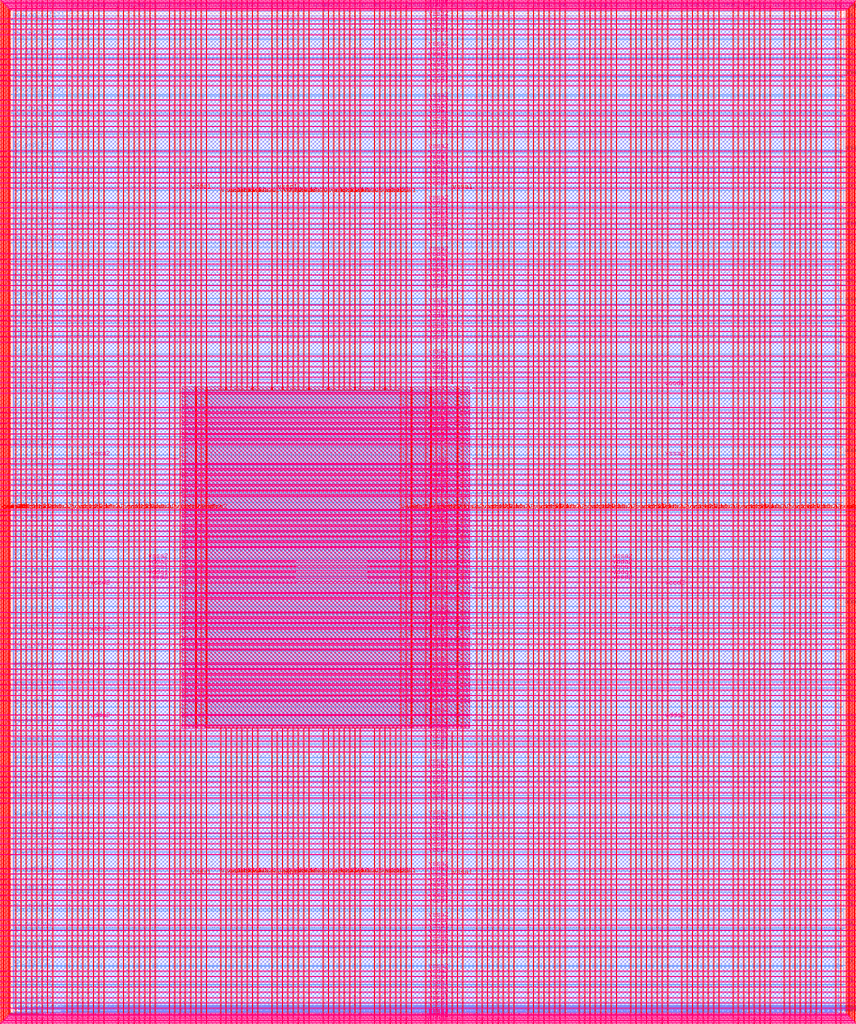
<source format=lef>
VERSION 5.7 ;
  NOWIREEXTENSIONATPIN ON ;
  DIVIDERCHAR "/" ;
  BUSBITCHARS "[]" ;
MACRO user_project_wrapper
  CLASS BLOCK ;
  FOREIGN user_project_wrapper ;
  ORIGIN 0.000 0.000 ;
  SIZE 2920.000 BY 3520.000 ;
  PIN analog_io[0]
    DIRECTION INOUT ;
    USE SIGNAL ;
    PORT
      LAYER met3 ;
        RECT 2917.600 1426.380 2924.800 1427.580 ;
    END
  END analog_io[0]
  PIN analog_io[10]
    DIRECTION INOUT ;
    USE SIGNAL ;
    PORT
      LAYER met2 ;
        RECT 2230.490 3517.600 2231.050 3524.800 ;
    END
  END analog_io[10]
  PIN analog_io[11]
    DIRECTION INOUT ;
    USE SIGNAL ;
    PORT
      LAYER met2 ;
        RECT 1905.730 3517.600 1906.290 3524.800 ;
    END
  END analog_io[11]
  PIN analog_io[12]
    DIRECTION INOUT ;
    USE SIGNAL ;
    PORT
      LAYER met2 ;
        RECT 1581.430 3517.600 1581.990 3524.800 ;
    END
  END analog_io[12]
  PIN analog_io[13]
    DIRECTION INOUT ;
    USE SIGNAL ;
    PORT
      LAYER met2 ;
        RECT 1257.130 3517.600 1257.690 3524.800 ;
    END
  END analog_io[13]
  PIN analog_io[14]
    DIRECTION INOUT ;
    USE SIGNAL ;
    PORT
      LAYER met2 ;
        RECT 932.370 3517.600 932.930 3524.800 ;
    END
  END analog_io[14]
  PIN analog_io[15]
    DIRECTION INOUT ;
    USE SIGNAL ;
    PORT
      LAYER met2 ;
        RECT 608.070 3517.600 608.630 3524.800 ;
    END
  END analog_io[15]
  PIN analog_io[16]
    DIRECTION INOUT ;
    USE SIGNAL ;
    PORT
      LAYER met2 ;
        RECT 283.770 3517.600 284.330 3524.800 ;
    END
  END analog_io[16]
  PIN analog_io[17]
    DIRECTION INOUT ;
    USE SIGNAL ;
    PORT
      LAYER met3 ;
        RECT -4.800 3486.100 2.400 3487.300 ;
    END
  END analog_io[17]
  PIN analog_io[18]
    DIRECTION INOUT ;
    USE SIGNAL ;
    PORT
      LAYER met3 ;
        RECT -4.800 3224.980 2.400 3226.180 ;
    END
  END analog_io[18]
  PIN analog_io[19]
    DIRECTION INOUT ;
    USE SIGNAL ;
    PORT
      LAYER met3 ;
        RECT -4.800 2964.540 2.400 2965.740 ;
    END
  END analog_io[19]
  PIN analog_io[1]
    DIRECTION INOUT ;
    USE SIGNAL ;
    PORT
      LAYER met3 ;
        RECT 2917.600 1692.260 2924.800 1693.460 ;
    END
  END analog_io[1]
  PIN analog_io[20]
    DIRECTION INOUT ;
    USE SIGNAL ;
    PORT
      LAYER met3 ;
        RECT -4.800 2703.420 2.400 2704.620 ;
    END
  END analog_io[20]
  PIN analog_io[21]
    DIRECTION INOUT ;
    USE SIGNAL ;
    PORT
      LAYER met3 ;
        RECT -4.800 2442.980 2.400 2444.180 ;
    END
  END analog_io[21]
  PIN analog_io[22]
    DIRECTION INOUT ;
    USE SIGNAL ;
    PORT
      LAYER met3 ;
        RECT -4.800 2182.540 2.400 2183.740 ;
    END
  END analog_io[22]
  PIN analog_io[23]
    DIRECTION INOUT ;
    USE SIGNAL ;
    PORT
      LAYER met3 ;
        RECT -4.800 1921.420 2.400 1922.620 ;
    END
  END analog_io[23]
  PIN analog_io[24]
    DIRECTION INOUT ;
    USE SIGNAL ;
    PORT
      LAYER met3 ;
        RECT -4.800 1660.980 2.400 1662.180 ;
    END
  END analog_io[24]
  PIN analog_io[25]
    DIRECTION INOUT ;
    USE SIGNAL ;
    PORT
      LAYER met3 ;
        RECT -4.800 1399.860 2.400 1401.060 ;
    END
  END analog_io[25]
  PIN analog_io[26]
    DIRECTION INOUT ;
    USE SIGNAL ;
    PORT
      LAYER met3 ;
        RECT -4.800 1139.420 2.400 1140.620 ;
    END
  END analog_io[26]
  PIN analog_io[27]
    DIRECTION INOUT ;
    USE SIGNAL ;
    PORT
      LAYER met3 ;
        RECT -4.800 878.980 2.400 880.180 ;
    END
  END analog_io[27]
  PIN analog_io[28]
    DIRECTION INOUT ;
    USE SIGNAL ;
    PORT
      LAYER met3 ;
        RECT -4.800 617.860 2.400 619.060 ;
    END
  END analog_io[28]
  PIN analog_io[2]
    DIRECTION INOUT ;
    USE SIGNAL ;
    PORT
      LAYER met3 ;
        RECT 2917.600 1958.140 2924.800 1959.340 ;
    END
  END analog_io[2]
  PIN analog_io[3]
    DIRECTION INOUT ;
    USE SIGNAL ;
    PORT
      LAYER met3 ;
        RECT 2917.600 2223.340 2924.800 2224.540 ;
    END
  END analog_io[3]
  PIN analog_io[4]
    DIRECTION INOUT ;
    USE SIGNAL ;
    PORT
      LAYER met3 ;
        RECT 2917.600 2489.220 2924.800 2490.420 ;
    END
  END analog_io[4]
  PIN analog_io[5]
    DIRECTION INOUT ;
    USE SIGNAL ;
    PORT
      LAYER met3 ;
        RECT 2917.600 2755.100 2924.800 2756.300 ;
    END
  END analog_io[5]
  PIN analog_io[6]
    DIRECTION INOUT ;
    USE SIGNAL ;
    PORT
      LAYER met3 ;
        RECT 2917.600 3020.300 2924.800 3021.500 ;
    END
  END analog_io[6]
  PIN analog_io[7]
    DIRECTION INOUT ;
    USE SIGNAL ;
    PORT
      LAYER met3 ;
        RECT 2917.600 3286.180 2924.800 3287.380 ;
    END
  END analog_io[7]
  PIN analog_io[8]
    DIRECTION INOUT ;
    USE SIGNAL ;
    PORT
      LAYER met2 ;
        RECT 2879.090 3517.600 2879.650 3524.800 ;
    END
  END analog_io[8]
  PIN analog_io[9]
    DIRECTION INOUT ;
    USE SIGNAL ;
    PORT
      LAYER met2 ;
        RECT 2554.790 3517.600 2555.350 3524.800 ;
    END
  END analog_io[9]
  PIN io_in[0]
    DIRECTION INPUT ;
    USE SIGNAL ;
    PORT
      LAYER met3 ;
        RECT 2917.600 32.380 2924.800 33.580 ;
    END
  END io_in[0]
  PIN io_in[10]
    DIRECTION INPUT ;
    USE SIGNAL ;
    PORT
      LAYER met3 ;
        RECT 2917.600 2289.980 2924.800 2291.180 ;
    END
  END io_in[10]
  PIN io_in[11]
    DIRECTION INPUT ;
    USE SIGNAL ;
    PORT
      LAYER met3 ;
        RECT 2917.600 2555.860 2924.800 2557.060 ;
    END
  END io_in[11]
  PIN io_in[12]
    DIRECTION INPUT ;
    USE SIGNAL ;
    PORT
      LAYER met3 ;
        RECT 2917.600 2821.060 2924.800 2822.260 ;
    END
  END io_in[12]
  PIN io_in[13]
    DIRECTION INPUT ;
    USE SIGNAL ;
    PORT
      LAYER met3 ;
        RECT 2917.600 3086.940 2924.800 3088.140 ;
    END
  END io_in[13]
  PIN io_in[14]
    DIRECTION INPUT ;
    USE SIGNAL ;
    PORT
      LAYER met3 ;
        RECT 2917.600 3352.820 2924.800 3354.020 ;
    END
  END io_in[14]
  PIN io_in[15]
    DIRECTION INPUT ;
    USE SIGNAL ;
    PORT
      LAYER met2 ;
        RECT 2798.130 3517.600 2798.690 3524.800 ;
    END
  END io_in[15]
  PIN io_in[16]
    DIRECTION INPUT ;
    USE SIGNAL ;
    PORT
      LAYER met2 ;
        RECT 2473.830 3517.600 2474.390 3524.800 ;
    END
  END io_in[16]
  PIN io_in[17]
    DIRECTION INPUT ;
    USE SIGNAL ;
    PORT
      LAYER met2 ;
        RECT 2149.070 3517.600 2149.630 3524.800 ;
    END
  END io_in[17]
  PIN io_in[18]
    DIRECTION INPUT ;
    USE SIGNAL ;
    PORT
      LAYER met2 ;
        RECT 1824.770 3517.600 1825.330 3524.800 ;
    END
  END io_in[18]
  PIN io_in[19]
    DIRECTION INPUT ;
    USE SIGNAL ;
    PORT
      LAYER met2 ;
        RECT 1500.470 3517.600 1501.030 3524.800 ;
    END
  END io_in[19]
  PIN io_in[1]
    DIRECTION INPUT ;
    USE SIGNAL ;
    PORT
      LAYER met3 ;
        RECT 2917.600 230.940 2924.800 232.140 ;
    END
  END io_in[1]
  PIN io_in[20]
    DIRECTION INPUT ;
    USE SIGNAL ;
    PORT
      LAYER met2 ;
        RECT 1175.710 3517.600 1176.270 3524.800 ;
    END
  END io_in[20]
  PIN io_in[21]
    DIRECTION INPUT ;
    USE SIGNAL ;
    PORT
      LAYER met2 ;
        RECT 851.410 3517.600 851.970 3524.800 ;
    END
  END io_in[21]
  PIN io_in[22]
    DIRECTION INPUT ;
    USE SIGNAL ;
    PORT
      LAYER met2 ;
        RECT 527.110 3517.600 527.670 3524.800 ;
    END
  END io_in[22]
  PIN io_in[23]
    DIRECTION INPUT ;
    USE SIGNAL ;
    PORT
      LAYER met2 ;
        RECT 202.350 3517.600 202.910 3524.800 ;
    END
  END io_in[23]
  PIN io_in[24]
    DIRECTION INPUT ;
    USE SIGNAL ;
    PORT
      LAYER met3 ;
        RECT -4.800 3420.820 2.400 3422.020 ;
    END
  END io_in[24]
  PIN io_in[25]
    DIRECTION INPUT ;
    USE SIGNAL ;
    PORT
      LAYER met3 ;
        RECT -4.800 3159.700 2.400 3160.900 ;
    END
  END io_in[25]
  PIN io_in[26]
    DIRECTION INPUT ;
    USE SIGNAL ;
    PORT
      LAYER met3 ;
        RECT -4.800 2899.260 2.400 2900.460 ;
    END
  END io_in[26]
  PIN io_in[27]
    DIRECTION INPUT ;
    USE SIGNAL ;
    PORT
      LAYER met3 ;
        RECT -4.800 2638.820 2.400 2640.020 ;
    END
  END io_in[27]
  PIN io_in[28]
    DIRECTION INPUT ;
    USE SIGNAL ;
    PORT
      LAYER met3 ;
        RECT -4.800 2377.700 2.400 2378.900 ;
    END
  END io_in[28]
  PIN io_in[29]
    DIRECTION INPUT ;
    USE SIGNAL ;
    PORT
      LAYER met3 ;
        RECT -4.800 2117.260 2.400 2118.460 ;
    END
  END io_in[29]
  PIN io_in[2]
    DIRECTION INPUT ;
    USE SIGNAL ;
    PORT
      LAYER met3 ;
        RECT 2917.600 430.180 2924.800 431.380 ;
    END
  END io_in[2]
  PIN io_in[30]
    DIRECTION INPUT ;
    USE SIGNAL ;
    PORT
      LAYER met3 ;
        RECT -4.800 1856.140 2.400 1857.340 ;
    END
  END io_in[30]
  PIN io_in[31]
    DIRECTION INPUT ;
    USE SIGNAL ;
    PORT
      LAYER met3 ;
        RECT -4.800 1595.700 2.400 1596.900 ;
    END
  END io_in[31]
  PIN io_in[32]
    DIRECTION INPUT ;
    USE SIGNAL ;
    PORT
      LAYER met3 ;
        RECT -4.800 1335.260 2.400 1336.460 ;
    END
  END io_in[32]
  PIN io_in[33]
    DIRECTION INPUT ;
    USE SIGNAL ;
    PORT
      LAYER met3 ;
        RECT -4.800 1074.140 2.400 1075.340 ;
    END
  END io_in[33]
  PIN io_in[34]
    DIRECTION INPUT ;
    USE SIGNAL ;
    PORT
      LAYER met3 ;
        RECT -4.800 813.700 2.400 814.900 ;
    END
  END io_in[34]
  PIN io_in[35]
    DIRECTION INPUT ;
    USE SIGNAL ;
    PORT
      LAYER met3 ;
        RECT -4.800 552.580 2.400 553.780 ;
    END
  END io_in[35]
  PIN io_in[36]
    DIRECTION INPUT ;
    USE SIGNAL ;
    PORT
      LAYER met3 ;
        RECT -4.800 357.420 2.400 358.620 ;
    END
  END io_in[36]
  PIN io_in[37]
    DIRECTION INPUT ;
    USE SIGNAL ;
    PORT
      LAYER met3 ;
        RECT -4.800 161.580 2.400 162.780 ;
    END
  END io_in[37]
  PIN io_in[3]
    DIRECTION INPUT ;
    USE SIGNAL ;
    PORT
      LAYER met3 ;
        RECT 2917.600 629.420 2924.800 630.620 ;
    END
  END io_in[3]
  PIN io_in[4]
    DIRECTION INPUT ;
    USE SIGNAL ;
    PORT
      LAYER met3 ;
        RECT 2917.600 828.660 2924.800 829.860 ;
    END
  END io_in[4]
  PIN io_in[5]
    DIRECTION INPUT ;
    USE SIGNAL ;
    PORT
      LAYER met3 ;
        RECT 2917.600 1027.900 2924.800 1029.100 ;
    END
  END io_in[5]
  PIN io_in[6]
    DIRECTION INPUT ;
    USE SIGNAL ;
    PORT
      LAYER met3 ;
        RECT 2917.600 1227.140 2924.800 1228.340 ;
    END
  END io_in[6]
  PIN io_in[7]
    DIRECTION INPUT ;
    USE SIGNAL ;
    PORT
      LAYER met3 ;
        RECT 2917.600 1493.020 2924.800 1494.220 ;
    END
  END io_in[7]
  PIN io_in[8]
    DIRECTION INPUT ;
    USE SIGNAL ;
    PORT
      LAYER met3 ;
        RECT 2917.600 1758.900 2924.800 1760.100 ;
    END
  END io_in[8]
  PIN io_in[9]
    DIRECTION INPUT ;
    USE SIGNAL ;
    PORT
      LAYER met3 ;
        RECT 2917.600 2024.100 2924.800 2025.300 ;
    END
  END io_in[9]
  PIN io_oeb[0]
    DIRECTION OUTPUT TRISTATE ;
    USE SIGNAL ;
    PORT
      LAYER met3 ;
        RECT 2917.600 164.980 2924.800 166.180 ;
    END
  END io_oeb[0]
  PIN io_oeb[10]
    DIRECTION OUTPUT TRISTATE ;
    USE SIGNAL ;
    PORT
      LAYER met3 ;
        RECT 2917.600 2422.580 2924.800 2423.780 ;
    END
  END io_oeb[10]
  PIN io_oeb[11]
    DIRECTION OUTPUT TRISTATE ;
    USE SIGNAL ;
    PORT
      LAYER met3 ;
        RECT 2917.600 2688.460 2924.800 2689.660 ;
    END
  END io_oeb[11]
  PIN io_oeb[12]
    DIRECTION OUTPUT TRISTATE ;
    USE SIGNAL ;
    PORT
      LAYER met3 ;
        RECT 2917.600 2954.340 2924.800 2955.540 ;
    END
  END io_oeb[12]
  PIN io_oeb[13]
    DIRECTION OUTPUT TRISTATE ;
    USE SIGNAL ;
    PORT
      LAYER met3 ;
        RECT 2917.600 3219.540 2924.800 3220.740 ;
    END
  END io_oeb[13]
  PIN io_oeb[14]
    DIRECTION OUTPUT TRISTATE ;
    USE SIGNAL ;
    PORT
      LAYER met3 ;
        RECT 2917.600 3485.420 2924.800 3486.620 ;
    END
  END io_oeb[14]
  PIN io_oeb[15]
    DIRECTION OUTPUT TRISTATE ;
    USE SIGNAL ;
    PORT
      LAYER met2 ;
        RECT 2635.750 3517.600 2636.310 3524.800 ;
    END
  END io_oeb[15]
  PIN io_oeb[16]
    DIRECTION OUTPUT TRISTATE ;
    USE SIGNAL ;
    PORT
      LAYER met2 ;
        RECT 2311.450 3517.600 2312.010 3524.800 ;
    END
  END io_oeb[16]
  PIN io_oeb[17]
    DIRECTION OUTPUT TRISTATE ;
    USE SIGNAL ;
    PORT
      LAYER met2 ;
        RECT 1987.150 3517.600 1987.710 3524.800 ;
    END
  END io_oeb[17]
  PIN io_oeb[18]
    DIRECTION OUTPUT TRISTATE ;
    USE SIGNAL ;
    PORT
      LAYER met2 ;
        RECT 1662.390 3517.600 1662.950 3524.800 ;
    END
  END io_oeb[18]
  PIN io_oeb[19]
    DIRECTION OUTPUT TRISTATE ;
    USE SIGNAL ;
    PORT
      LAYER met2 ;
        RECT 1338.090 3517.600 1338.650 3524.800 ;
    END
  END io_oeb[19]
  PIN io_oeb[1]
    DIRECTION OUTPUT TRISTATE ;
    USE SIGNAL ;
    PORT
      LAYER met3 ;
        RECT 2917.600 364.220 2924.800 365.420 ;
    END
  END io_oeb[1]
  PIN io_oeb[20]
    DIRECTION OUTPUT TRISTATE ;
    USE SIGNAL ;
    PORT
      LAYER met2 ;
        RECT 1013.790 3517.600 1014.350 3524.800 ;
    END
  END io_oeb[20]
  PIN io_oeb[21]
    DIRECTION OUTPUT TRISTATE ;
    USE SIGNAL ;
    PORT
      LAYER met2 ;
        RECT 689.030 3517.600 689.590 3524.800 ;
    END
  END io_oeb[21]
  PIN io_oeb[22]
    DIRECTION OUTPUT TRISTATE ;
    USE SIGNAL ;
    PORT
      LAYER met2 ;
        RECT 364.730 3517.600 365.290 3524.800 ;
    END
  END io_oeb[22]
  PIN io_oeb[23]
    DIRECTION OUTPUT TRISTATE ;
    USE SIGNAL ;
    PORT
      LAYER met2 ;
        RECT 40.430 3517.600 40.990 3524.800 ;
    END
  END io_oeb[23]
  PIN io_oeb[24]
    DIRECTION OUTPUT TRISTATE ;
    USE SIGNAL ;
    PORT
      LAYER met3 ;
        RECT -4.800 3290.260 2.400 3291.460 ;
    END
  END io_oeb[24]
  PIN io_oeb[25]
    DIRECTION OUTPUT TRISTATE ;
    USE SIGNAL ;
    PORT
      LAYER met3 ;
        RECT -4.800 3029.820 2.400 3031.020 ;
    END
  END io_oeb[25]
  PIN io_oeb[26]
    DIRECTION OUTPUT TRISTATE ;
    USE SIGNAL ;
    PORT
      LAYER met3 ;
        RECT -4.800 2768.700 2.400 2769.900 ;
    END
  END io_oeb[26]
  PIN io_oeb[27]
    DIRECTION OUTPUT TRISTATE ;
    USE SIGNAL ;
    PORT
      LAYER met3 ;
        RECT -4.800 2508.260 2.400 2509.460 ;
    END
  END io_oeb[27]
  PIN io_oeb[28]
    DIRECTION OUTPUT TRISTATE ;
    USE SIGNAL ;
    PORT
      LAYER met3 ;
        RECT -4.800 2247.140 2.400 2248.340 ;
    END
  END io_oeb[28]
  PIN io_oeb[29]
    DIRECTION OUTPUT TRISTATE ;
    USE SIGNAL ;
    PORT
      LAYER met3 ;
        RECT -4.800 1986.700 2.400 1987.900 ;
    END
  END io_oeb[29]
  PIN io_oeb[2]
    DIRECTION OUTPUT TRISTATE ;
    USE SIGNAL ;
    PORT
      LAYER met3 ;
        RECT 2917.600 563.460 2924.800 564.660 ;
    END
  END io_oeb[2]
  PIN io_oeb[30]
    DIRECTION OUTPUT TRISTATE ;
    USE SIGNAL ;
    PORT
      LAYER met3 ;
        RECT -4.800 1726.260 2.400 1727.460 ;
    END
  END io_oeb[30]
  PIN io_oeb[31]
    DIRECTION OUTPUT TRISTATE ;
    USE SIGNAL ;
    PORT
      LAYER met3 ;
        RECT -4.800 1465.140 2.400 1466.340 ;
    END
  END io_oeb[31]
  PIN io_oeb[32]
    DIRECTION OUTPUT TRISTATE ;
    USE SIGNAL ;
    PORT
      LAYER met3 ;
        RECT -4.800 1204.700 2.400 1205.900 ;
    END
  END io_oeb[32]
  PIN io_oeb[33]
    DIRECTION OUTPUT TRISTATE ;
    USE SIGNAL ;
    PORT
      LAYER met3 ;
        RECT -4.800 943.580 2.400 944.780 ;
    END
  END io_oeb[33]
  PIN io_oeb[34]
    DIRECTION OUTPUT TRISTATE ;
    USE SIGNAL ;
    PORT
      LAYER met3 ;
        RECT -4.800 683.140 2.400 684.340 ;
    END
  END io_oeb[34]
  PIN io_oeb[35]
    DIRECTION OUTPUT TRISTATE ;
    USE SIGNAL ;
    PORT
      LAYER met3 ;
        RECT -4.800 422.700 2.400 423.900 ;
    END
  END io_oeb[35]
  PIN io_oeb[36]
    DIRECTION OUTPUT TRISTATE ;
    USE SIGNAL ;
    PORT
      LAYER met3 ;
        RECT -4.800 226.860 2.400 228.060 ;
    END
  END io_oeb[36]
  PIN io_oeb[37]
    DIRECTION OUTPUT TRISTATE ;
    USE SIGNAL ;
    PORT
      LAYER met3 ;
        RECT -4.800 31.700 2.400 32.900 ;
    END
  END io_oeb[37]
  PIN io_oeb[3]
    DIRECTION OUTPUT TRISTATE ;
    USE SIGNAL ;
    PORT
      LAYER met3 ;
        RECT 2917.600 762.700 2924.800 763.900 ;
    END
  END io_oeb[3]
  PIN io_oeb[4]
    DIRECTION OUTPUT TRISTATE ;
    USE SIGNAL ;
    PORT
      LAYER met3 ;
        RECT 2917.600 961.940 2924.800 963.140 ;
    END
  END io_oeb[4]
  PIN io_oeb[5]
    DIRECTION OUTPUT TRISTATE ;
    USE SIGNAL ;
    PORT
      LAYER met3 ;
        RECT 2917.600 1161.180 2924.800 1162.380 ;
    END
  END io_oeb[5]
  PIN io_oeb[6]
    DIRECTION OUTPUT TRISTATE ;
    USE SIGNAL ;
    PORT
      LAYER met3 ;
        RECT 2917.600 1360.420 2924.800 1361.620 ;
    END
  END io_oeb[6]
  PIN io_oeb[7]
    DIRECTION OUTPUT TRISTATE ;
    USE SIGNAL ;
    PORT
      LAYER met3 ;
        RECT 2917.600 1625.620 2924.800 1626.820 ;
    END
  END io_oeb[7]
  PIN io_oeb[8]
    DIRECTION OUTPUT TRISTATE ;
    USE SIGNAL ;
    PORT
      LAYER met3 ;
        RECT 2917.600 1891.500 2924.800 1892.700 ;
    END
  END io_oeb[8]
  PIN io_oeb[9]
    DIRECTION OUTPUT TRISTATE ;
    USE SIGNAL ;
    PORT
      LAYER met3 ;
        RECT 2917.600 2157.380 2924.800 2158.580 ;
    END
  END io_oeb[9]
  PIN io_out[0]
    DIRECTION OUTPUT TRISTATE ;
    USE SIGNAL ;
    PORT
      LAYER met3 ;
        RECT 2917.600 98.340 2924.800 99.540 ;
    END
  END io_out[0]
  PIN io_out[10]
    DIRECTION OUTPUT TRISTATE ;
    USE SIGNAL ;
    PORT
      LAYER met3 ;
        RECT 2917.600 2356.620 2924.800 2357.820 ;
    END
  END io_out[10]
  PIN io_out[11]
    DIRECTION OUTPUT TRISTATE ;
    USE SIGNAL ;
    PORT
      LAYER met3 ;
        RECT 2917.600 2621.820 2924.800 2623.020 ;
    END
  END io_out[11]
  PIN io_out[12]
    DIRECTION OUTPUT TRISTATE ;
    USE SIGNAL ;
    PORT
      LAYER met3 ;
        RECT 2917.600 2887.700 2924.800 2888.900 ;
    END
  END io_out[12]
  PIN io_out[13]
    DIRECTION OUTPUT TRISTATE ;
    USE SIGNAL ;
    PORT
      LAYER met3 ;
        RECT 2917.600 3153.580 2924.800 3154.780 ;
    END
  END io_out[13]
  PIN io_out[14]
    DIRECTION OUTPUT TRISTATE ;
    USE SIGNAL ;
    PORT
      LAYER met3 ;
        RECT 2917.600 3418.780 2924.800 3419.980 ;
    END
  END io_out[14]
  PIN io_out[15]
    DIRECTION OUTPUT TRISTATE ;
    USE SIGNAL ;
    PORT
      LAYER met2 ;
        RECT 2717.170 3517.600 2717.730 3524.800 ;
    END
  END io_out[15]
  PIN io_out[16]
    DIRECTION OUTPUT TRISTATE ;
    USE SIGNAL ;
    PORT
      LAYER met2 ;
        RECT 2392.410 3517.600 2392.970 3524.800 ;
    END
  END io_out[16]
  PIN io_out[17]
    DIRECTION OUTPUT TRISTATE ;
    USE SIGNAL ;
    PORT
      LAYER met2 ;
        RECT 2068.110 3517.600 2068.670 3524.800 ;
    END
  END io_out[17]
  PIN io_out[18]
    DIRECTION OUTPUT TRISTATE ;
    USE SIGNAL ;
    PORT
      LAYER met2 ;
        RECT 1743.810 3517.600 1744.370 3524.800 ;
    END
  END io_out[18]
  PIN io_out[19]
    DIRECTION OUTPUT TRISTATE ;
    USE SIGNAL ;
    PORT
      LAYER met2 ;
        RECT 1419.050 3517.600 1419.610 3524.800 ;
    END
  END io_out[19]
  PIN io_out[1]
    DIRECTION OUTPUT TRISTATE ;
    USE SIGNAL ;
    PORT
      LAYER met3 ;
        RECT 2917.600 297.580 2924.800 298.780 ;
    END
  END io_out[1]
  PIN io_out[20]
    DIRECTION OUTPUT TRISTATE ;
    USE SIGNAL ;
    PORT
      LAYER met2 ;
        RECT 1094.750 3517.600 1095.310 3524.800 ;
    END
  END io_out[20]
  PIN io_out[21]
    DIRECTION OUTPUT TRISTATE ;
    USE SIGNAL ;
    PORT
      LAYER met2 ;
        RECT 770.450 3517.600 771.010 3524.800 ;
    END
  END io_out[21]
  PIN io_out[22]
    DIRECTION OUTPUT TRISTATE ;
    USE SIGNAL ;
    PORT
      LAYER met2 ;
        RECT 445.690 3517.600 446.250 3524.800 ;
    END
  END io_out[22]
  PIN io_out[23]
    DIRECTION OUTPUT TRISTATE ;
    USE SIGNAL ;
    PORT
      LAYER met2 ;
        RECT 121.390 3517.600 121.950 3524.800 ;
    END
  END io_out[23]
  PIN io_out[24]
    DIRECTION OUTPUT TRISTATE ;
    USE SIGNAL ;
    PORT
      LAYER met3 ;
        RECT -4.800 3355.540 2.400 3356.740 ;
    END
  END io_out[24]
  PIN io_out[25]
    DIRECTION OUTPUT TRISTATE ;
    USE SIGNAL ;
    PORT
      LAYER met3 ;
        RECT -4.800 3095.100 2.400 3096.300 ;
    END
  END io_out[25]
  PIN io_out[26]
    DIRECTION OUTPUT TRISTATE ;
    USE SIGNAL ;
    PORT
      LAYER met3 ;
        RECT -4.800 2833.980 2.400 2835.180 ;
    END
  END io_out[26]
  PIN io_out[27]
    DIRECTION OUTPUT TRISTATE ;
    USE SIGNAL ;
    PORT
      LAYER met3 ;
        RECT -4.800 2573.540 2.400 2574.740 ;
    END
  END io_out[27]
  PIN io_out[28]
    DIRECTION OUTPUT TRISTATE ;
    USE SIGNAL ;
    PORT
      LAYER met3 ;
        RECT -4.800 2312.420 2.400 2313.620 ;
    END
  END io_out[28]
  PIN io_out[29]
    DIRECTION OUTPUT TRISTATE ;
    USE SIGNAL ;
    PORT
      LAYER met3 ;
        RECT -4.800 2051.980 2.400 2053.180 ;
    END
  END io_out[29]
  PIN io_out[2]
    DIRECTION OUTPUT TRISTATE ;
    USE SIGNAL ;
    PORT
      LAYER met3 ;
        RECT 2917.600 496.820 2924.800 498.020 ;
    END
  END io_out[2]
  PIN io_out[30]
    DIRECTION OUTPUT TRISTATE ;
    USE SIGNAL ;
    PORT
      LAYER met3 ;
        RECT -4.800 1791.540 2.400 1792.740 ;
    END
  END io_out[30]
  PIN io_out[31]
    DIRECTION OUTPUT TRISTATE ;
    USE SIGNAL ;
    PORT
      LAYER met3 ;
        RECT -4.800 1530.420 2.400 1531.620 ;
    END
  END io_out[31]
  PIN io_out[32]
    DIRECTION OUTPUT TRISTATE ;
    USE SIGNAL ;
    PORT
      LAYER met3 ;
        RECT -4.800 1269.980 2.400 1271.180 ;
    END
  END io_out[32]
  PIN io_out[33]
    DIRECTION OUTPUT TRISTATE ;
    USE SIGNAL ;
    PORT
      LAYER met3 ;
        RECT -4.800 1008.860 2.400 1010.060 ;
    END
  END io_out[33]
  PIN io_out[34]
    DIRECTION OUTPUT TRISTATE ;
    USE SIGNAL ;
    PORT
      LAYER met3 ;
        RECT -4.800 748.420 2.400 749.620 ;
    END
  END io_out[34]
  PIN io_out[35]
    DIRECTION OUTPUT TRISTATE ;
    USE SIGNAL ;
    PORT
      LAYER met3 ;
        RECT -4.800 487.300 2.400 488.500 ;
    END
  END io_out[35]
  PIN io_out[36]
    DIRECTION OUTPUT TRISTATE ;
    USE SIGNAL ;
    PORT
      LAYER met3 ;
        RECT -4.800 292.140 2.400 293.340 ;
    END
  END io_out[36]
  PIN io_out[37]
    DIRECTION OUTPUT TRISTATE ;
    USE SIGNAL ;
    PORT
      LAYER met3 ;
        RECT -4.800 96.300 2.400 97.500 ;
    END
  END io_out[37]
  PIN io_out[3]
    DIRECTION OUTPUT TRISTATE ;
    USE SIGNAL ;
    PORT
      LAYER met3 ;
        RECT 2917.600 696.060 2924.800 697.260 ;
    END
  END io_out[3]
  PIN io_out[4]
    DIRECTION OUTPUT TRISTATE ;
    USE SIGNAL ;
    PORT
      LAYER met3 ;
        RECT 2917.600 895.300 2924.800 896.500 ;
    END
  END io_out[4]
  PIN io_out[5]
    DIRECTION OUTPUT TRISTATE ;
    USE SIGNAL ;
    PORT
      LAYER met3 ;
        RECT 2917.600 1094.540 2924.800 1095.740 ;
    END
  END io_out[5]
  PIN io_out[6]
    DIRECTION OUTPUT TRISTATE ;
    USE SIGNAL ;
    PORT
      LAYER met3 ;
        RECT 2917.600 1293.780 2924.800 1294.980 ;
    END
  END io_out[6]
  PIN io_out[7]
    DIRECTION OUTPUT TRISTATE ;
    USE SIGNAL ;
    PORT
      LAYER met3 ;
        RECT 2917.600 1559.660 2924.800 1560.860 ;
    END
  END io_out[7]
  PIN io_out[8]
    DIRECTION OUTPUT TRISTATE ;
    USE SIGNAL ;
    PORT
      LAYER met3 ;
        RECT 2917.600 1824.860 2924.800 1826.060 ;
    END
  END io_out[8]
  PIN io_out[9]
    DIRECTION OUTPUT TRISTATE ;
    USE SIGNAL ;
    PORT
      LAYER met3 ;
        RECT 2917.600 2090.740 2924.800 2091.940 ;
    END
  END io_out[9]
  PIN la_data_in[0]
    DIRECTION INPUT ;
    USE SIGNAL ;
    PORT
      LAYER met2 ;
        RECT 629.230 -4.800 629.790 2.400 ;
    END
  END la_data_in[0]
  PIN la_data_in[100]
    DIRECTION INPUT ;
    USE SIGNAL ;
    PORT
      LAYER met2 ;
        RECT 2402.530 -4.800 2403.090 2.400 ;
    END
  END la_data_in[100]
  PIN la_data_in[101]
    DIRECTION INPUT ;
    USE SIGNAL ;
    PORT
      LAYER met2 ;
        RECT 2420.010 -4.800 2420.570 2.400 ;
    END
  END la_data_in[101]
  PIN la_data_in[102]
    DIRECTION INPUT ;
    USE SIGNAL ;
    PORT
      LAYER met2 ;
        RECT 2437.950 -4.800 2438.510 2.400 ;
    END
  END la_data_in[102]
  PIN la_data_in[103]
    DIRECTION INPUT ;
    USE SIGNAL ;
    PORT
      LAYER met2 ;
        RECT 2455.430 -4.800 2455.990 2.400 ;
    END
  END la_data_in[103]
  PIN la_data_in[104]
    DIRECTION INPUT ;
    USE SIGNAL ;
    PORT
      LAYER met2 ;
        RECT 2473.370 -4.800 2473.930 2.400 ;
    END
  END la_data_in[104]
  PIN la_data_in[105]
    DIRECTION INPUT ;
    USE SIGNAL ;
    PORT
      LAYER met2 ;
        RECT 2490.850 -4.800 2491.410 2.400 ;
    END
  END la_data_in[105]
  PIN la_data_in[106]
    DIRECTION INPUT ;
    USE SIGNAL ;
    PORT
      LAYER met2 ;
        RECT 2508.790 -4.800 2509.350 2.400 ;
    END
  END la_data_in[106]
  PIN la_data_in[107]
    DIRECTION INPUT ;
    USE SIGNAL ;
    PORT
      LAYER met2 ;
        RECT 2526.730 -4.800 2527.290 2.400 ;
    END
  END la_data_in[107]
  PIN la_data_in[108]
    DIRECTION INPUT ;
    USE SIGNAL ;
    PORT
      LAYER met2 ;
        RECT 2544.210 -4.800 2544.770 2.400 ;
    END
  END la_data_in[108]
  PIN la_data_in[109]
    DIRECTION INPUT ;
    USE SIGNAL ;
    PORT
      LAYER met2 ;
        RECT 2562.150 -4.800 2562.710 2.400 ;
    END
  END la_data_in[109]
  PIN la_data_in[10]
    DIRECTION INPUT ;
    USE SIGNAL ;
    PORT
      LAYER met2 ;
        RECT 806.330 -4.800 806.890 2.400 ;
    END
  END la_data_in[10]
  PIN la_data_in[110]
    DIRECTION INPUT ;
    USE SIGNAL ;
    PORT
      LAYER met2 ;
        RECT 2579.630 -4.800 2580.190 2.400 ;
    END
  END la_data_in[110]
  PIN la_data_in[111]
    DIRECTION INPUT ;
    USE SIGNAL ;
    PORT
      LAYER met2 ;
        RECT 2597.570 -4.800 2598.130 2.400 ;
    END
  END la_data_in[111]
  PIN la_data_in[112]
    DIRECTION INPUT ;
    USE SIGNAL ;
    PORT
      LAYER met2 ;
        RECT 2615.050 -4.800 2615.610 2.400 ;
    END
  END la_data_in[112]
  PIN la_data_in[113]
    DIRECTION INPUT ;
    USE SIGNAL ;
    PORT
      LAYER met2 ;
        RECT 2632.990 -4.800 2633.550 2.400 ;
    END
  END la_data_in[113]
  PIN la_data_in[114]
    DIRECTION INPUT ;
    USE SIGNAL ;
    PORT
      LAYER met2 ;
        RECT 2650.470 -4.800 2651.030 2.400 ;
    END
  END la_data_in[114]
  PIN la_data_in[115]
    DIRECTION INPUT ;
    USE SIGNAL ;
    PORT
      LAYER met2 ;
        RECT 2668.410 -4.800 2668.970 2.400 ;
    END
  END la_data_in[115]
  PIN la_data_in[116]
    DIRECTION INPUT ;
    USE SIGNAL ;
    PORT
      LAYER met2 ;
        RECT 2685.890 -4.800 2686.450 2.400 ;
    END
  END la_data_in[116]
  PIN la_data_in[117]
    DIRECTION INPUT ;
    USE SIGNAL ;
    PORT
      LAYER met2 ;
        RECT 2703.830 -4.800 2704.390 2.400 ;
    END
  END la_data_in[117]
  PIN la_data_in[118]
    DIRECTION INPUT ;
    USE SIGNAL ;
    PORT
      LAYER met2 ;
        RECT 2721.770 -4.800 2722.330 2.400 ;
    END
  END la_data_in[118]
  PIN la_data_in[119]
    DIRECTION INPUT ;
    USE SIGNAL ;
    PORT
      LAYER met2 ;
        RECT 2739.250 -4.800 2739.810 2.400 ;
    END
  END la_data_in[119]
  PIN la_data_in[11]
    DIRECTION INPUT ;
    USE SIGNAL ;
    PORT
      LAYER met2 ;
        RECT 824.270 -4.800 824.830 2.400 ;
    END
  END la_data_in[11]
  PIN la_data_in[120]
    DIRECTION INPUT ;
    USE SIGNAL ;
    PORT
      LAYER met2 ;
        RECT 2757.190 -4.800 2757.750 2.400 ;
    END
  END la_data_in[120]
  PIN la_data_in[121]
    DIRECTION INPUT ;
    USE SIGNAL ;
    PORT
      LAYER met2 ;
        RECT 2774.670 -4.800 2775.230 2.400 ;
    END
  END la_data_in[121]
  PIN la_data_in[122]
    DIRECTION INPUT ;
    USE SIGNAL ;
    PORT
      LAYER met2 ;
        RECT 2792.610 -4.800 2793.170 2.400 ;
    END
  END la_data_in[122]
  PIN la_data_in[123]
    DIRECTION INPUT ;
    USE SIGNAL ;
    PORT
      LAYER met2 ;
        RECT 2810.090 -4.800 2810.650 2.400 ;
    END
  END la_data_in[123]
  PIN la_data_in[124]
    DIRECTION INPUT ;
    USE SIGNAL ;
    PORT
      LAYER met2 ;
        RECT 2828.030 -4.800 2828.590 2.400 ;
    END
  END la_data_in[124]
  PIN la_data_in[125]
    DIRECTION INPUT ;
    USE SIGNAL ;
    PORT
      LAYER met2 ;
        RECT 2845.510 -4.800 2846.070 2.400 ;
    END
  END la_data_in[125]
  PIN la_data_in[126]
    DIRECTION INPUT ;
    USE SIGNAL ;
    PORT
      LAYER met2 ;
        RECT 2863.450 -4.800 2864.010 2.400 ;
    END
  END la_data_in[126]
  PIN la_data_in[127]
    DIRECTION INPUT ;
    USE SIGNAL ;
    PORT
      LAYER met2 ;
        RECT 2881.390 -4.800 2881.950 2.400 ;
    END
  END la_data_in[127]
  PIN la_data_in[12]
    DIRECTION INPUT ;
    USE SIGNAL ;
    PORT
      LAYER met2 ;
        RECT 841.750 -4.800 842.310 2.400 ;
    END
  END la_data_in[12]
  PIN la_data_in[13]
    DIRECTION INPUT ;
    USE SIGNAL ;
    PORT
      LAYER met2 ;
        RECT 859.690 -4.800 860.250 2.400 ;
    END
  END la_data_in[13]
  PIN la_data_in[14]
    DIRECTION INPUT ;
    USE SIGNAL ;
    PORT
      LAYER met2 ;
        RECT 877.170 -4.800 877.730 2.400 ;
    END
  END la_data_in[14]
  PIN la_data_in[15]
    DIRECTION INPUT ;
    USE SIGNAL ;
    PORT
      LAYER met2 ;
        RECT 895.110 -4.800 895.670 2.400 ;
    END
  END la_data_in[15]
  PIN la_data_in[16]
    DIRECTION INPUT ;
    USE SIGNAL ;
    PORT
      LAYER met2 ;
        RECT 912.590 -4.800 913.150 2.400 ;
    END
  END la_data_in[16]
  PIN la_data_in[17]
    DIRECTION INPUT ;
    USE SIGNAL ;
    PORT
      LAYER met2 ;
        RECT 930.530 -4.800 931.090 2.400 ;
    END
  END la_data_in[17]
  PIN la_data_in[18]
    DIRECTION INPUT ;
    USE SIGNAL ;
    PORT
      LAYER met2 ;
        RECT 948.470 -4.800 949.030 2.400 ;
    END
  END la_data_in[18]
  PIN la_data_in[19]
    DIRECTION INPUT ;
    USE SIGNAL ;
    PORT
      LAYER met2 ;
        RECT 965.950 -4.800 966.510 2.400 ;
    END
  END la_data_in[19]
  PIN la_data_in[1]
    DIRECTION INPUT ;
    USE SIGNAL ;
    PORT
      LAYER met2 ;
        RECT 646.710 -4.800 647.270 2.400 ;
    END
  END la_data_in[1]
  PIN la_data_in[20]
    DIRECTION INPUT ;
    USE SIGNAL ;
    PORT
      LAYER met2 ;
        RECT 983.890 -4.800 984.450 2.400 ;
    END
  END la_data_in[20]
  PIN la_data_in[21]
    DIRECTION INPUT ;
    USE SIGNAL ;
    PORT
      LAYER met2 ;
        RECT 1001.370 -4.800 1001.930 2.400 ;
    END
  END la_data_in[21]
  PIN la_data_in[22]
    DIRECTION INPUT ;
    USE SIGNAL ;
    PORT
      LAYER met2 ;
        RECT 1019.310 -4.800 1019.870 2.400 ;
    END
  END la_data_in[22]
  PIN la_data_in[23]
    DIRECTION INPUT ;
    USE SIGNAL ;
    PORT
      LAYER met2 ;
        RECT 1036.790 -4.800 1037.350 2.400 ;
    END
  END la_data_in[23]
  PIN la_data_in[24]
    DIRECTION INPUT ;
    USE SIGNAL ;
    PORT
      LAYER met2 ;
        RECT 1054.730 -4.800 1055.290 2.400 ;
    END
  END la_data_in[24]
  PIN la_data_in[25]
    DIRECTION INPUT ;
    USE SIGNAL ;
    PORT
      LAYER met2 ;
        RECT 1072.210 -4.800 1072.770 2.400 ;
    END
  END la_data_in[25]
  PIN la_data_in[26]
    DIRECTION INPUT ;
    USE SIGNAL ;
    PORT
      LAYER met2 ;
        RECT 1090.150 -4.800 1090.710 2.400 ;
    END
  END la_data_in[26]
  PIN la_data_in[27]
    DIRECTION INPUT ;
    USE SIGNAL ;
    PORT
      LAYER met2 ;
        RECT 1107.630 -4.800 1108.190 2.400 ;
    END
  END la_data_in[27]
  PIN la_data_in[28]
    DIRECTION INPUT ;
    USE SIGNAL ;
    PORT
      LAYER met2 ;
        RECT 1125.570 -4.800 1126.130 2.400 ;
    END
  END la_data_in[28]
  PIN la_data_in[29]
    DIRECTION INPUT ;
    USE SIGNAL ;
    PORT
      LAYER met2 ;
        RECT 1143.510 -4.800 1144.070 2.400 ;
    END
  END la_data_in[29]
  PIN la_data_in[2]
    DIRECTION INPUT ;
    USE SIGNAL ;
    PORT
      LAYER met2 ;
        RECT 664.650 -4.800 665.210 2.400 ;
    END
  END la_data_in[2]
  PIN la_data_in[30]
    DIRECTION INPUT ;
    USE SIGNAL ;
    PORT
      LAYER met2 ;
        RECT 1160.990 -4.800 1161.550 2.400 ;
    END
  END la_data_in[30]
  PIN la_data_in[31]
    DIRECTION INPUT ;
    USE SIGNAL ;
    PORT
      LAYER met2 ;
        RECT 1178.930 -4.800 1179.490 2.400 ;
    END
  END la_data_in[31]
  PIN la_data_in[32]
    DIRECTION INPUT ;
    USE SIGNAL ;
    PORT
      LAYER met2 ;
        RECT 1196.410 -4.800 1196.970 2.400 ;
    END
  END la_data_in[32]
  PIN la_data_in[33]
    DIRECTION INPUT ;
    USE SIGNAL ;
    PORT
      LAYER met2 ;
        RECT 1214.350 -4.800 1214.910 2.400 ;
    END
  END la_data_in[33]
  PIN la_data_in[34]
    DIRECTION INPUT ;
    USE SIGNAL ;
    PORT
      LAYER met2 ;
        RECT 1231.830 -4.800 1232.390 2.400 ;
    END
  END la_data_in[34]
  PIN la_data_in[35]
    DIRECTION INPUT ;
    USE SIGNAL ;
    PORT
      LAYER met2 ;
        RECT 1249.770 -4.800 1250.330 2.400 ;
    END
  END la_data_in[35]
  PIN la_data_in[36]
    DIRECTION INPUT ;
    USE SIGNAL ;
    PORT
      LAYER met2 ;
        RECT 1267.250 -4.800 1267.810 2.400 ;
    END
  END la_data_in[36]
  PIN la_data_in[37]
    DIRECTION INPUT ;
    USE SIGNAL ;
    PORT
      LAYER met2 ;
        RECT 1285.190 -4.800 1285.750 2.400 ;
    END
  END la_data_in[37]
  PIN la_data_in[38]
    DIRECTION INPUT ;
    USE SIGNAL ;
    PORT
      LAYER met2 ;
        RECT 1303.130 -4.800 1303.690 2.400 ;
    END
  END la_data_in[38]
  PIN la_data_in[39]
    DIRECTION INPUT ;
    USE SIGNAL ;
    PORT
      LAYER met2 ;
        RECT 1320.610 -4.800 1321.170 2.400 ;
    END
  END la_data_in[39]
  PIN la_data_in[3]
    DIRECTION INPUT ;
    USE SIGNAL ;
    PORT
      LAYER met2 ;
        RECT 682.130 -4.800 682.690 2.400 ;
    END
  END la_data_in[3]
  PIN la_data_in[40]
    DIRECTION INPUT ;
    USE SIGNAL ;
    PORT
      LAYER met2 ;
        RECT 1338.550 -4.800 1339.110 2.400 ;
    END
  END la_data_in[40]
  PIN la_data_in[41]
    DIRECTION INPUT ;
    USE SIGNAL ;
    PORT
      LAYER met2 ;
        RECT 1356.030 -4.800 1356.590 2.400 ;
    END
  END la_data_in[41]
  PIN la_data_in[42]
    DIRECTION INPUT ;
    USE SIGNAL ;
    PORT
      LAYER met2 ;
        RECT 1373.970 -4.800 1374.530 2.400 ;
    END
  END la_data_in[42]
  PIN la_data_in[43]
    DIRECTION INPUT ;
    USE SIGNAL ;
    PORT
      LAYER met2 ;
        RECT 1391.450 -4.800 1392.010 2.400 ;
    END
  END la_data_in[43]
  PIN la_data_in[44]
    DIRECTION INPUT ;
    USE SIGNAL ;
    PORT
      LAYER met2 ;
        RECT 1409.390 -4.800 1409.950 2.400 ;
    END
  END la_data_in[44]
  PIN la_data_in[45]
    DIRECTION INPUT ;
    USE SIGNAL ;
    PORT
      LAYER met2 ;
        RECT 1426.870 -4.800 1427.430 2.400 ;
    END
  END la_data_in[45]
  PIN la_data_in[46]
    DIRECTION INPUT ;
    USE SIGNAL ;
    PORT
      LAYER met2 ;
        RECT 1444.810 -4.800 1445.370 2.400 ;
    END
  END la_data_in[46]
  PIN la_data_in[47]
    DIRECTION INPUT ;
    USE SIGNAL ;
    PORT
      LAYER met2 ;
        RECT 1462.750 -4.800 1463.310 2.400 ;
    END
  END la_data_in[47]
  PIN la_data_in[48]
    DIRECTION INPUT ;
    USE SIGNAL ;
    PORT
      LAYER met2 ;
        RECT 1480.230 -4.800 1480.790 2.400 ;
    END
  END la_data_in[48]
  PIN la_data_in[49]
    DIRECTION INPUT ;
    USE SIGNAL ;
    PORT
      LAYER met2 ;
        RECT 1498.170 -4.800 1498.730 2.400 ;
    END
  END la_data_in[49]
  PIN la_data_in[4]
    DIRECTION INPUT ;
    USE SIGNAL ;
    PORT
      LAYER met2 ;
        RECT 700.070 -4.800 700.630 2.400 ;
    END
  END la_data_in[4]
  PIN la_data_in[50]
    DIRECTION INPUT ;
    USE SIGNAL ;
    PORT
      LAYER met2 ;
        RECT 1515.650 -4.800 1516.210 2.400 ;
    END
  END la_data_in[50]
  PIN la_data_in[51]
    DIRECTION INPUT ;
    USE SIGNAL ;
    PORT
      LAYER met2 ;
        RECT 1533.590 -4.800 1534.150 2.400 ;
    END
  END la_data_in[51]
  PIN la_data_in[52]
    DIRECTION INPUT ;
    USE SIGNAL ;
    PORT
      LAYER met2 ;
        RECT 1551.070 -4.800 1551.630 2.400 ;
    END
  END la_data_in[52]
  PIN la_data_in[53]
    DIRECTION INPUT ;
    USE SIGNAL ;
    PORT
      LAYER met2 ;
        RECT 1569.010 -4.800 1569.570 2.400 ;
    END
  END la_data_in[53]
  PIN la_data_in[54]
    DIRECTION INPUT ;
    USE SIGNAL ;
    PORT
      LAYER met2 ;
        RECT 1586.490 -4.800 1587.050 2.400 ;
    END
  END la_data_in[54]
  PIN la_data_in[55]
    DIRECTION INPUT ;
    USE SIGNAL ;
    PORT
      LAYER met2 ;
        RECT 1604.430 -4.800 1604.990 2.400 ;
    END
  END la_data_in[55]
  PIN la_data_in[56]
    DIRECTION INPUT ;
    USE SIGNAL ;
    PORT
      LAYER met2 ;
        RECT 1621.910 -4.800 1622.470 2.400 ;
    END
  END la_data_in[56]
  PIN la_data_in[57]
    DIRECTION INPUT ;
    USE SIGNAL ;
    PORT
      LAYER met2 ;
        RECT 1639.850 -4.800 1640.410 2.400 ;
    END
  END la_data_in[57]
  PIN la_data_in[58]
    DIRECTION INPUT ;
    USE SIGNAL ;
    PORT
      LAYER met2 ;
        RECT 1657.790 -4.800 1658.350 2.400 ;
    END
  END la_data_in[58]
  PIN la_data_in[59]
    DIRECTION INPUT ;
    USE SIGNAL ;
    PORT
      LAYER met2 ;
        RECT 1675.270 -4.800 1675.830 2.400 ;
    END
  END la_data_in[59]
  PIN la_data_in[5]
    DIRECTION INPUT ;
    USE SIGNAL ;
    PORT
      LAYER met2 ;
        RECT 717.550 -4.800 718.110 2.400 ;
    END
  END la_data_in[5]
  PIN la_data_in[60]
    DIRECTION INPUT ;
    USE SIGNAL ;
    PORT
      LAYER met2 ;
        RECT 1693.210 -4.800 1693.770 2.400 ;
    END
  END la_data_in[60]
  PIN la_data_in[61]
    DIRECTION INPUT ;
    USE SIGNAL ;
    PORT
      LAYER met2 ;
        RECT 1710.690 -4.800 1711.250 2.400 ;
    END
  END la_data_in[61]
  PIN la_data_in[62]
    DIRECTION INPUT ;
    USE SIGNAL ;
    PORT
      LAYER met2 ;
        RECT 1728.630 -4.800 1729.190 2.400 ;
    END
  END la_data_in[62]
  PIN la_data_in[63]
    DIRECTION INPUT ;
    USE SIGNAL ;
    PORT
      LAYER met2 ;
        RECT 1746.110 -4.800 1746.670 2.400 ;
    END
  END la_data_in[63]
  PIN la_data_in[64]
    DIRECTION INPUT ;
    USE SIGNAL ;
    PORT
      LAYER met2 ;
        RECT 1764.050 -4.800 1764.610 2.400 ;
    END
  END la_data_in[64]
  PIN la_data_in[65]
    DIRECTION INPUT ;
    USE SIGNAL ;
    PORT
      LAYER met2 ;
        RECT 1781.530 -4.800 1782.090 2.400 ;
    END
  END la_data_in[65]
  PIN la_data_in[66]
    DIRECTION INPUT ;
    USE SIGNAL ;
    PORT
      LAYER met2 ;
        RECT 1799.470 -4.800 1800.030 2.400 ;
    END
  END la_data_in[66]
  PIN la_data_in[67]
    DIRECTION INPUT ;
    USE SIGNAL ;
    PORT
      LAYER met2 ;
        RECT 1817.410 -4.800 1817.970 2.400 ;
    END
  END la_data_in[67]
  PIN la_data_in[68]
    DIRECTION INPUT ;
    USE SIGNAL ;
    PORT
      LAYER met2 ;
        RECT 1834.890 -4.800 1835.450 2.400 ;
    END
  END la_data_in[68]
  PIN la_data_in[69]
    DIRECTION INPUT ;
    USE SIGNAL ;
    PORT
      LAYER met2 ;
        RECT 1852.830 -4.800 1853.390 2.400 ;
    END
  END la_data_in[69]
  PIN la_data_in[6]
    DIRECTION INPUT ;
    USE SIGNAL ;
    PORT
      LAYER met2 ;
        RECT 735.490 -4.800 736.050 2.400 ;
    END
  END la_data_in[6]
  PIN la_data_in[70]
    DIRECTION INPUT ;
    USE SIGNAL ;
    PORT
      LAYER met2 ;
        RECT 1870.310 -4.800 1870.870 2.400 ;
    END
  END la_data_in[70]
  PIN la_data_in[71]
    DIRECTION INPUT ;
    USE SIGNAL ;
    PORT
      LAYER met2 ;
        RECT 1888.250 -4.800 1888.810 2.400 ;
    END
  END la_data_in[71]
  PIN la_data_in[72]
    DIRECTION INPUT ;
    USE SIGNAL ;
    PORT
      LAYER met2 ;
        RECT 1905.730 -4.800 1906.290 2.400 ;
    END
  END la_data_in[72]
  PIN la_data_in[73]
    DIRECTION INPUT ;
    USE SIGNAL ;
    PORT
      LAYER met2 ;
        RECT 1923.670 -4.800 1924.230 2.400 ;
    END
  END la_data_in[73]
  PIN la_data_in[74]
    DIRECTION INPUT ;
    USE SIGNAL ;
    PORT
      LAYER met2 ;
        RECT 1941.150 -4.800 1941.710 2.400 ;
    END
  END la_data_in[74]
  PIN la_data_in[75]
    DIRECTION INPUT ;
    USE SIGNAL ;
    PORT
      LAYER met2 ;
        RECT 1959.090 -4.800 1959.650 2.400 ;
    END
  END la_data_in[75]
  PIN la_data_in[76]
    DIRECTION INPUT ;
    USE SIGNAL ;
    PORT
      LAYER met2 ;
        RECT 1976.570 -4.800 1977.130 2.400 ;
    END
  END la_data_in[76]
  PIN la_data_in[77]
    DIRECTION INPUT ;
    USE SIGNAL ;
    PORT
      LAYER met2 ;
        RECT 1994.510 -4.800 1995.070 2.400 ;
    END
  END la_data_in[77]
  PIN la_data_in[78]
    DIRECTION INPUT ;
    USE SIGNAL ;
    PORT
      LAYER met2 ;
        RECT 2012.450 -4.800 2013.010 2.400 ;
    END
  END la_data_in[78]
  PIN la_data_in[79]
    DIRECTION INPUT ;
    USE SIGNAL ;
    PORT
      LAYER met2 ;
        RECT 2029.930 -4.800 2030.490 2.400 ;
    END
  END la_data_in[79]
  PIN la_data_in[7]
    DIRECTION INPUT ;
    USE SIGNAL ;
    PORT
      LAYER met2 ;
        RECT 752.970 -4.800 753.530 2.400 ;
    END
  END la_data_in[7]
  PIN la_data_in[80]
    DIRECTION INPUT ;
    USE SIGNAL ;
    PORT
      LAYER met2 ;
        RECT 2047.870 -4.800 2048.430 2.400 ;
    END
  END la_data_in[80]
  PIN la_data_in[81]
    DIRECTION INPUT ;
    USE SIGNAL ;
    PORT
      LAYER met2 ;
        RECT 2065.350 -4.800 2065.910 2.400 ;
    END
  END la_data_in[81]
  PIN la_data_in[82]
    DIRECTION INPUT ;
    USE SIGNAL ;
    PORT
      LAYER met2 ;
        RECT 2083.290 -4.800 2083.850 2.400 ;
    END
  END la_data_in[82]
  PIN la_data_in[83]
    DIRECTION INPUT ;
    USE SIGNAL ;
    PORT
      LAYER met2 ;
        RECT 2100.770 -4.800 2101.330 2.400 ;
    END
  END la_data_in[83]
  PIN la_data_in[84]
    DIRECTION INPUT ;
    USE SIGNAL ;
    PORT
      LAYER met2 ;
        RECT 2118.710 -4.800 2119.270 2.400 ;
    END
  END la_data_in[84]
  PIN la_data_in[85]
    DIRECTION INPUT ;
    USE SIGNAL ;
    PORT
      LAYER met2 ;
        RECT 2136.190 -4.800 2136.750 2.400 ;
    END
  END la_data_in[85]
  PIN la_data_in[86]
    DIRECTION INPUT ;
    USE SIGNAL ;
    PORT
      LAYER met2 ;
        RECT 2154.130 -4.800 2154.690 2.400 ;
    END
  END la_data_in[86]
  PIN la_data_in[87]
    DIRECTION INPUT ;
    USE SIGNAL ;
    PORT
      LAYER met2 ;
        RECT 2172.070 -4.800 2172.630 2.400 ;
    END
  END la_data_in[87]
  PIN la_data_in[88]
    DIRECTION INPUT ;
    USE SIGNAL ;
    PORT
      LAYER met2 ;
        RECT 2189.550 -4.800 2190.110 2.400 ;
    END
  END la_data_in[88]
  PIN la_data_in[89]
    DIRECTION INPUT ;
    USE SIGNAL ;
    PORT
      LAYER met2 ;
        RECT 2207.490 -4.800 2208.050 2.400 ;
    END
  END la_data_in[89]
  PIN la_data_in[8]
    DIRECTION INPUT ;
    USE SIGNAL ;
    PORT
      LAYER met2 ;
        RECT 770.910 -4.800 771.470 2.400 ;
    END
  END la_data_in[8]
  PIN la_data_in[90]
    DIRECTION INPUT ;
    USE SIGNAL ;
    PORT
      LAYER met2 ;
        RECT 2224.970 -4.800 2225.530 2.400 ;
    END
  END la_data_in[90]
  PIN la_data_in[91]
    DIRECTION INPUT ;
    USE SIGNAL ;
    PORT
      LAYER met2 ;
        RECT 2242.910 -4.800 2243.470 2.400 ;
    END
  END la_data_in[91]
  PIN la_data_in[92]
    DIRECTION INPUT ;
    USE SIGNAL ;
    PORT
      LAYER met2 ;
        RECT 2260.390 -4.800 2260.950 2.400 ;
    END
  END la_data_in[92]
  PIN la_data_in[93]
    DIRECTION INPUT ;
    USE SIGNAL ;
    PORT
      LAYER met2 ;
        RECT 2278.330 -4.800 2278.890 2.400 ;
    END
  END la_data_in[93]
  PIN la_data_in[94]
    DIRECTION INPUT ;
    USE SIGNAL ;
    PORT
      LAYER met2 ;
        RECT 2295.810 -4.800 2296.370 2.400 ;
    END
  END la_data_in[94]
  PIN la_data_in[95]
    DIRECTION INPUT ;
    USE SIGNAL ;
    PORT
      LAYER met2 ;
        RECT 2313.750 -4.800 2314.310 2.400 ;
    END
  END la_data_in[95]
  PIN la_data_in[96]
    DIRECTION INPUT ;
    USE SIGNAL ;
    PORT
      LAYER met2 ;
        RECT 2331.230 -4.800 2331.790 2.400 ;
    END
  END la_data_in[96]
  PIN la_data_in[97]
    DIRECTION INPUT ;
    USE SIGNAL ;
    PORT
      LAYER met2 ;
        RECT 2349.170 -4.800 2349.730 2.400 ;
    END
  END la_data_in[97]
  PIN la_data_in[98]
    DIRECTION INPUT ;
    USE SIGNAL ;
    PORT
      LAYER met2 ;
        RECT 2367.110 -4.800 2367.670 2.400 ;
    END
  END la_data_in[98]
  PIN la_data_in[99]
    DIRECTION INPUT ;
    USE SIGNAL ;
    PORT
      LAYER met2 ;
        RECT 2384.590 -4.800 2385.150 2.400 ;
    END
  END la_data_in[99]
  PIN la_data_in[9]
    DIRECTION INPUT ;
    USE SIGNAL ;
    PORT
      LAYER met2 ;
        RECT 788.850 -4.800 789.410 2.400 ;
    END
  END la_data_in[9]
  PIN la_data_out[0]
    DIRECTION OUTPUT TRISTATE ;
    USE SIGNAL ;
    PORT
      LAYER met2 ;
        RECT 634.750 -4.800 635.310 2.400 ;
    END
  END la_data_out[0]
  PIN la_data_out[100]
    DIRECTION OUTPUT TRISTATE ;
    USE SIGNAL ;
    PORT
      LAYER met2 ;
        RECT 2408.510 -4.800 2409.070 2.400 ;
    END
  END la_data_out[100]
  PIN la_data_out[101]
    DIRECTION OUTPUT TRISTATE ;
    USE SIGNAL ;
    PORT
      LAYER met2 ;
        RECT 2425.990 -4.800 2426.550 2.400 ;
    END
  END la_data_out[101]
  PIN la_data_out[102]
    DIRECTION OUTPUT TRISTATE ;
    USE SIGNAL ;
    PORT
      LAYER met2 ;
        RECT 2443.930 -4.800 2444.490 2.400 ;
    END
  END la_data_out[102]
  PIN la_data_out[103]
    DIRECTION OUTPUT TRISTATE ;
    USE SIGNAL ;
    PORT
      LAYER met2 ;
        RECT 2461.410 -4.800 2461.970 2.400 ;
    END
  END la_data_out[103]
  PIN la_data_out[104]
    DIRECTION OUTPUT TRISTATE ;
    USE SIGNAL ;
    PORT
      LAYER met2 ;
        RECT 2479.350 -4.800 2479.910 2.400 ;
    END
  END la_data_out[104]
  PIN la_data_out[105]
    DIRECTION OUTPUT TRISTATE ;
    USE SIGNAL ;
    PORT
      LAYER met2 ;
        RECT 2496.830 -4.800 2497.390 2.400 ;
    END
  END la_data_out[105]
  PIN la_data_out[106]
    DIRECTION OUTPUT TRISTATE ;
    USE SIGNAL ;
    PORT
      LAYER met2 ;
        RECT 2514.770 -4.800 2515.330 2.400 ;
    END
  END la_data_out[106]
  PIN la_data_out[107]
    DIRECTION OUTPUT TRISTATE ;
    USE SIGNAL ;
    PORT
      LAYER met2 ;
        RECT 2532.250 -4.800 2532.810 2.400 ;
    END
  END la_data_out[107]
  PIN la_data_out[108]
    DIRECTION OUTPUT TRISTATE ;
    USE SIGNAL ;
    PORT
      LAYER met2 ;
        RECT 2550.190 -4.800 2550.750 2.400 ;
    END
  END la_data_out[108]
  PIN la_data_out[109]
    DIRECTION OUTPUT TRISTATE ;
    USE SIGNAL ;
    PORT
      LAYER met2 ;
        RECT 2567.670 -4.800 2568.230 2.400 ;
    END
  END la_data_out[109]
  PIN la_data_out[10]
    DIRECTION OUTPUT TRISTATE ;
    USE SIGNAL ;
    PORT
      LAYER met2 ;
        RECT 812.310 -4.800 812.870 2.400 ;
    END
  END la_data_out[10]
  PIN la_data_out[110]
    DIRECTION OUTPUT TRISTATE ;
    USE SIGNAL ;
    PORT
      LAYER met2 ;
        RECT 2585.610 -4.800 2586.170 2.400 ;
    END
  END la_data_out[110]
  PIN la_data_out[111]
    DIRECTION OUTPUT TRISTATE ;
    USE SIGNAL ;
    PORT
      LAYER met2 ;
        RECT 2603.550 -4.800 2604.110 2.400 ;
    END
  END la_data_out[111]
  PIN la_data_out[112]
    DIRECTION OUTPUT TRISTATE ;
    USE SIGNAL ;
    PORT
      LAYER met2 ;
        RECT 2621.030 -4.800 2621.590 2.400 ;
    END
  END la_data_out[112]
  PIN la_data_out[113]
    DIRECTION OUTPUT TRISTATE ;
    USE SIGNAL ;
    PORT
      LAYER met2 ;
        RECT 2638.970 -4.800 2639.530 2.400 ;
    END
  END la_data_out[113]
  PIN la_data_out[114]
    DIRECTION OUTPUT TRISTATE ;
    USE SIGNAL ;
    PORT
      LAYER met2 ;
        RECT 2656.450 -4.800 2657.010 2.400 ;
    END
  END la_data_out[114]
  PIN la_data_out[115]
    DIRECTION OUTPUT TRISTATE ;
    USE SIGNAL ;
    PORT
      LAYER met2 ;
        RECT 2674.390 -4.800 2674.950 2.400 ;
    END
  END la_data_out[115]
  PIN la_data_out[116]
    DIRECTION OUTPUT TRISTATE ;
    USE SIGNAL ;
    PORT
      LAYER met2 ;
        RECT 2691.870 -4.800 2692.430 2.400 ;
    END
  END la_data_out[116]
  PIN la_data_out[117]
    DIRECTION OUTPUT TRISTATE ;
    USE SIGNAL ;
    PORT
      LAYER met2 ;
        RECT 2709.810 -4.800 2710.370 2.400 ;
    END
  END la_data_out[117]
  PIN la_data_out[118]
    DIRECTION OUTPUT TRISTATE ;
    USE SIGNAL ;
    PORT
      LAYER met2 ;
        RECT 2727.290 -4.800 2727.850 2.400 ;
    END
  END la_data_out[118]
  PIN la_data_out[119]
    DIRECTION OUTPUT TRISTATE ;
    USE SIGNAL ;
    PORT
      LAYER met2 ;
        RECT 2745.230 -4.800 2745.790 2.400 ;
    END
  END la_data_out[119]
  PIN la_data_out[11]
    DIRECTION OUTPUT TRISTATE ;
    USE SIGNAL ;
    PORT
      LAYER met2 ;
        RECT 830.250 -4.800 830.810 2.400 ;
    END
  END la_data_out[11]
  PIN la_data_out[120]
    DIRECTION OUTPUT TRISTATE ;
    USE SIGNAL ;
    PORT
      LAYER met2 ;
        RECT 2763.170 -4.800 2763.730 2.400 ;
    END
  END la_data_out[120]
  PIN la_data_out[121]
    DIRECTION OUTPUT TRISTATE ;
    USE SIGNAL ;
    PORT
      LAYER met2 ;
        RECT 2780.650 -4.800 2781.210 2.400 ;
    END
  END la_data_out[121]
  PIN la_data_out[122]
    DIRECTION OUTPUT TRISTATE ;
    USE SIGNAL ;
    PORT
      LAYER met2 ;
        RECT 2798.590 -4.800 2799.150 2.400 ;
    END
  END la_data_out[122]
  PIN la_data_out[123]
    DIRECTION OUTPUT TRISTATE ;
    USE SIGNAL ;
    PORT
      LAYER met2 ;
        RECT 2816.070 -4.800 2816.630 2.400 ;
    END
  END la_data_out[123]
  PIN la_data_out[124]
    DIRECTION OUTPUT TRISTATE ;
    USE SIGNAL ;
    PORT
      LAYER met2 ;
        RECT 2834.010 -4.800 2834.570 2.400 ;
    END
  END la_data_out[124]
  PIN la_data_out[125]
    DIRECTION OUTPUT TRISTATE ;
    USE SIGNAL ;
    PORT
      LAYER met2 ;
        RECT 2851.490 -4.800 2852.050 2.400 ;
    END
  END la_data_out[125]
  PIN la_data_out[126]
    DIRECTION OUTPUT TRISTATE ;
    USE SIGNAL ;
    PORT
      LAYER met2 ;
        RECT 2869.430 -4.800 2869.990 2.400 ;
    END
  END la_data_out[126]
  PIN la_data_out[127]
    DIRECTION OUTPUT TRISTATE ;
    USE SIGNAL ;
    PORT
      LAYER met2 ;
        RECT 2886.910 -4.800 2887.470 2.400 ;
    END
  END la_data_out[127]
  PIN la_data_out[12]
    DIRECTION OUTPUT TRISTATE ;
    USE SIGNAL ;
    PORT
      LAYER met2 ;
        RECT 847.730 -4.800 848.290 2.400 ;
    END
  END la_data_out[12]
  PIN la_data_out[13]
    DIRECTION OUTPUT TRISTATE ;
    USE SIGNAL ;
    PORT
      LAYER met2 ;
        RECT 865.670 -4.800 866.230 2.400 ;
    END
  END la_data_out[13]
  PIN la_data_out[14]
    DIRECTION OUTPUT TRISTATE ;
    USE SIGNAL ;
    PORT
      LAYER met2 ;
        RECT 883.150 -4.800 883.710 2.400 ;
    END
  END la_data_out[14]
  PIN la_data_out[15]
    DIRECTION OUTPUT TRISTATE ;
    USE SIGNAL ;
    PORT
      LAYER met2 ;
        RECT 901.090 -4.800 901.650 2.400 ;
    END
  END la_data_out[15]
  PIN la_data_out[16]
    DIRECTION OUTPUT TRISTATE ;
    USE SIGNAL ;
    PORT
      LAYER met2 ;
        RECT 918.570 -4.800 919.130 2.400 ;
    END
  END la_data_out[16]
  PIN la_data_out[17]
    DIRECTION OUTPUT TRISTATE ;
    USE SIGNAL ;
    PORT
      LAYER met2 ;
        RECT 936.510 -4.800 937.070 2.400 ;
    END
  END la_data_out[17]
  PIN la_data_out[18]
    DIRECTION OUTPUT TRISTATE ;
    USE SIGNAL ;
    PORT
      LAYER met2 ;
        RECT 953.990 -4.800 954.550 2.400 ;
    END
  END la_data_out[18]
  PIN la_data_out[19]
    DIRECTION OUTPUT TRISTATE ;
    USE SIGNAL ;
    PORT
      LAYER met2 ;
        RECT 971.930 -4.800 972.490 2.400 ;
    END
  END la_data_out[19]
  PIN la_data_out[1]
    DIRECTION OUTPUT TRISTATE ;
    USE SIGNAL ;
    PORT
      LAYER met2 ;
        RECT 652.690 -4.800 653.250 2.400 ;
    END
  END la_data_out[1]
  PIN la_data_out[20]
    DIRECTION OUTPUT TRISTATE ;
    USE SIGNAL ;
    PORT
      LAYER met2 ;
        RECT 989.410 -4.800 989.970 2.400 ;
    END
  END la_data_out[20]
  PIN la_data_out[21]
    DIRECTION OUTPUT TRISTATE ;
    USE SIGNAL ;
    PORT
      LAYER met2 ;
        RECT 1007.350 -4.800 1007.910 2.400 ;
    END
  END la_data_out[21]
  PIN la_data_out[22]
    DIRECTION OUTPUT TRISTATE ;
    USE SIGNAL ;
    PORT
      LAYER met2 ;
        RECT 1025.290 -4.800 1025.850 2.400 ;
    END
  END la_data_out[22]
  PIN la_data_out[23]
    DIRECTION OUTPUT TRISTATE ;
    USE SIGNAL ;
    PORT
      LAYER met2 ;
        RECT 1042.770 -4.800 1043.330 2.400 ;
    END
  END la_data_out[23]
  PIN la_data_out[24]
    DIRECTION OUTPUT TRISTATE ;
    USE SIGNAL ;
    PORT
      LAYER met2 ;
        RECT 1060.710 -4.800 1061.270 2.400 ;
    END
  END la_data_out[24]
  PIN la_data_out[25]
    DIRECTION OUTPUT TRISTATE ;
    USE SIGNAL ;
    PORT
      LAYER met2 ;
        RECT 1078.190 -4.800 1078.750 2.400 ;
    END
  END la_data_out[25]
  PIN la_data_out[26]
    DIRECTION OUTPUT TRISTATE ;
    USE SIGNAL ;
    PORT
      LAYER met2 ;
        RECT 1096.130 -4.800 1096.690 2.400 ;
    END
  END la_data_out[26]
  PIN la_data_out[27]
    DIRECTION OUTPUT TRISTATE ;
    USE SIGNAL ;
    PORT
      LAYER met2 ;
        RECT 1113.610 -4.800 1114.170 2.400 ;
    END
  END la_data_out[27]
  PIN la_data_out[28]
    DIRECTION OUTPUT TRISTATE ;
    USE SIGNAL ;
    PORT
      LAYER met2 ;
        RECT 1131.550 -4.800 1132.110 2.400 ;
    END
  END la_data_out[28]
  PIN la_data_out[29]
    DIRECTION OUTPUT TRISTATE ;
    USE SIGNAL ;
    PORT
      LAYER met2 ;
        RECT 1149.030 -4.800 1149.590 2.400 ;
    END
  END la_data_out[29]
  PIN la_data_out[2]
    DIRECTION OUTPUT TRISTATE ;
    USE SIGNAL ;
    PORT
      LAYER met2 ;
        RECT 670.630 -4.800 671.190 2.400 ;
    END
  END la_data_out[2]
  PIN la_data_out[30]
    DIRECTION OUTPUT TRISTATE ;
    USE SIGNAL ;
    PORT
      LAYER met2 ;
        RECT 1166.970 -4.800 1167.530 2.400 ;
    END
  END la_data_out[30]
  PIN la_data_out[31]
    DIRECTION OUTPUT TRISTATE ;
    USE SIGNAL ;
    PORT
      LAYER met2 ;
        RECT 1184.910 -4.800 1185.470 2.400 ;
    END
  END la_data_out[31]
  PIN la_data_out[32]
    DIRECTION OUTPUT TRISTATE ;
    USE SIGNAL ;
    PORT
      LAYER met2 ;
        RECT 1202.390 -4.800 1202.950 2.400 ;
    END
  END la_data_out[32]
  PIN la_data_out[33]
    DIRECTION OUTPUT TRISTATE ;
    USE SIGNAL ;
    PORT
      LAYER met2 ;
        RECT 1220.330 -4.800 1220.890 2.400 ;
    END
  END la_data_out[33]
  PIN la_data_out[34]
    DIRECTION OUTPUT TRISTATE ;
    USE SIGNAL ;
    PORT
      LAYER met2 ;
        RECT 1237.810 -4.800 1238.370 2.400 ;
    END
  END la_data_out[34]
  PIN la_data_out[35]
    DIRECTION OUTPUT TRISTATE ;
    USE SIGNAL ;
    PORT
      LAYER met2 ;
        RECT 1255.750 -4.800 1256.310 2.400 ;
    END
  END la_data_out[35]
  PIN la_data_out[36]
    DIRECTION OUTPUT TRISTATE ;
    USE SIGNAL ;
    PORT
      LAYER met2 ;
        RECT 1273.230 -4.800 1273.790 2.400 ;
    END
  END la_data_out[36]
  PIN la_data_out[37]
    DIRECTION OUTPUT TRISTATE ;
    USE SIGNAL ;
    PORT
      LAYER met2 ;
        RECT 1291.170 -4.800 1291.730 2.400 ;
    END
  END la_data_out[37]
  PIN la_data_out[38]
    DIRECTION OUTPUT TRISTATE ;
    USE SIGNAL ;
    PORT
      LAYER met2 ;
        RECT 1308.650 -4.800 1309.210 2.400 ;
    END
  END la_data_out[38]
  PIN la_data_out[39]
    DIRECTION OUTPUT TRISTATE ;
    USE SIGNAL ;
    PORT
      LAYER met2 ;
        RECT 1326.590 -4.800 1327.150 2.400 ;
    END
  END la_data_out[39]
  PIN la_data_out[3]
    DIRECTION OUTPUT TRISTATE ;
    USE SIGNAL ;
    PORT
      LAYER met2 ;
        RECT 688.110 -4.800 688.670 2.400 ;
    END
  END la_data_out[3]
  PIN la_data_out[40]
    DIRECTION OUTPUT TRISTATE ;
    USE SIGNAL ;
    PORT
      LAYER met2 ;
        RECT 1344.070 -4.800 1344.630 2.400 ;
    END
  END la_data_out[40]
  PIN la_data_out[41]
    DIRECTION OUTPUT TRISTATE ;
    USE SIGNAL ;
    PORT
      LAYER met2 ;
        RECT 1362.010 -4.800 1362.570 2.400 ;
    END
  END la_data_out[41]
  PIN la_data_out[42]
    DIRECTION OUTPUT TRISTATE ;
    USE SIGNAL ;
    PORT
      LAYER met2 ;
        RECT 1379.950 -4.800 1380.510 2.400 ;
    END
  END la_data_out[42]
  PIN la_data_out[43]
    DIRECTION OUTPUT TRISTATE ;
    USE SIGNAL ;
    PORT
      LAYER met2 ;
        RECT 1397.430 -4.800 1397.990 2.400 ;
    END
  END la_data_out[43]
  PIN la_data_out[44]
    DIRECTION OUTPUT TRISTATE ;
    USE SIGNAL ;
    PORT
      LAYER met2 ;
        RECT 1415.370 -4.800 1415.930 2.400 ;
    END
  END la_data_out[44]
  PIN la_data_out[45]
    DIRECTION OUTPUT TRISTATE ;
    USE SIGNAL ;
    PORT
      LAYER met2 ;
        RECT 1432.850 -4.800 1433.410 2.400 ;
    END
  END la_data_out[45]
  PIN la_data_out[46]
    DIRECTION OUTPUT TRISTATE ;
    USE SIGNAL ;
    PORT
      LAYER met2 ;
        RECT 1450.790 -4.800 1451.350 2.400 ;
    END
  END la_data_out[46]
  PIN la_data_out[47]
    DIRECTION OUTPUT TRISTATE ;
    USE SIGNAL ;
    PORT
      LAYER met2 ;
        RECT 1468.270 -4.800 1468.830 2.400 ;
    END
  END la_data_out[47]
  PIN la_data_out[48]
    DIRECTION OUTPUT TRISTATE ;
    USE SIGNAL ;
    PORT
      LAYER met2 ;
        RECT 1486.210 -4.800 1486.770 2.400 ;
    END
  END la_data_out[48]
  PIN la_data_out[49]
    DIRECTION OUTPUT TRISTATE ;
    USE SIGNAL ;
    PORT
      LAYER met2 ;
        RECT 1503.690 -4.800 1504.250 2.400 ;
    END
  END la_data_out[49]
  PIN la_data_out[4]
    DIRECTION OUTPUT TRISTATE ;
    USE SIGNAL ;
    PORT
      LAYER met2 ;
        RECT 706.050 -4.800 706.610 2.400 ;
    END
  END la_data_out[4]
  PIN la_data_out[50]
    DIRECTION OUTPUT TRISTATE ;
    USE SIGNAL ;
    PORT
      LAYER met2 ;
        RECT 1521.630 -4.800 1522.190 2.400 ;
    END
  END la_data_out[50]
  PIN la_data_out[51]
    DIRECTION OUTPUT TRISTATE ;
    USE SIGNAL ;
    PORT
      LAYER met2 ;
        RECT 1539.570 -4.800 1540.130 2.400 ;
    END
  END la_data_out[51]
  PIN la_data_out[52]
    DIRECTION OUTPUT TRISTATE ;
    USE SIGNAL ;
    PORT
      LAYER met2 ;
        RECT 1557.050 -4.800 1557.610 2.400 ;
    END
  END la_data_out[52]
  PIN la_data_out[53]
    DIRECTION OUTPUT TRISTATE ;
    USE SIGNAL ;
    PORT
      LAYER met2 ;
        RECT 1574.990 -4.800 1575.550 2.400 ;
    END
  END la_data_out[53]
  PIN la_data_out[54]
    DIRECTION OUTPUT TRISTATE ;
    USE SIGNAL ;
    PORT
      LAYER met2 ;
        RECT 1592.470 -4.800 1593.030 2.400 ;
    END
  END la_data_out[54]
  PIN la_data_out[55]
    DIRECTION OUTPUT TRISTATE ;
    USE SIGNAL ;
    PORT
      LAYER met2 ;
        RECT 1610.410 -4.800 1610.970 2.400 ;
    END
  END la_data_out[55]
  PIN la_data_out[56]
    DIRECTION OUTPUT TRISTATE ;
    USE SIGNAL ;
    PORT
      LAYER met2 ;
        RECT 1627.890 -4.800 1628.450 2.400 ;
    END
  END la_data_out[56]
  PIN la_data_out[57]
    DIRECTION OUTPUT TRISTATE ;
    USE SIGNAL ;
    PORT
      LAYER met2 ;
        RECT 1645.830 -4.800 1646.390 2.400 ;
    END
  END la_data_out[57]
  PIN la_data_out[58]
    DIRECTION OUTPUT TRISTATE ;
    USE SIGNAL ;
    PORT
      LAYER met2 ;
        RECT 1663.310 -4.800 1663.870 2.400 ;
    END
  END la_data_out[58]
  PIN la_data_out[59]
    DIRECTION OUTPUT TRISTATE ;
    USE SIGNAL ;
    PORT
      LAYER met2 ;
        RECT 1681.250 -4.800 1681.810 2.400 ;
    END
  END la_data_out[59]
  PIN la_data_out[5]
    DIRECTION OUTPUT TRISTATE ;
    USE SIGNAL ;
    PORT
      LAYER met2 ;
        RECT 723.530 -4.800 724.090 2.400 ;
    END
  END la_data_out[5]
  PIN la_data_out[60]
    DIRECTION OUTPUT TRISTATE ;
    USE SIGNAL ;
    PORT
      LAYER met2 ;
        RECT 1699.190 -4.800 1699.750 2.400 ;
    END
  END la_data_out[60]
  PIN la_data_out[61]
    DIRECTION OUTPUT TRISTATE ;
    USE SIGNAL ;
    PORT
      LAYER met2 ;
        RECT 1716.670 -4.800 1717.230 2.400 ;
    END
  END la_data_out[61]
  PIN la_data_out[62]
    DIRECTION OUTPUT TRISTATE ;
    USE SIGNAL ;
    PORT
      LAYER met2 ;
        RECT 1734.610 -4.800 1735.170 2.400 ;
    END
  END la_data_out[62]
  PIN la_data_out[63]
    DIRECTION OUTPUT TRISTATE ;
    USE SIGNAL ;
    PORT
      LAYER met2 ;
        RECT 1752.090 -4.800 1752.650 2.400 ;
    END
  END la_data_out[63]
  PIN la_data_out[64]
    DIRECTION OUTPUT TRISTATE ;
    USE SIGNAL ;
    PORT
      LAYER met2 ;
        RECT 1770.030 -4.800 1770.590 2.400 ;
    END
  END la_data_out[64]
  PIN la_data_out[65]
    DIRECTION OUTPUT TRISTATE ;
    USE SIGNAL ;
    PORT
      LAYER met2 ;
        RECT 1787.510 -4.800 1788.070 2.400 ;
    END
  END la_data_out[65]
  PIN la_data_out[66]
    DIRECTION OUTPUT TRISTATE ;
    USE SIGNAL ;
    PORT
      LAYER met2 ;
        RECT 1805.450 -4.800 1806.010 2.400 ;
    END
  END la_data_out[66]
  PIN la_data_out[67]
    DIRECTION OUTPUT TRISTATE ;
    USE SIGNAL ;
    PORT
      LAYER met2 ;
        RECT 1822.930 -4.800 1823.490 2.400 ;
    END
  END la_data_out[67]
  PIN la_data_out[68]
    DIRECTION OUTPUT TRISTATE ;
    USE SIGNAL ;
    PORT
      LAYER met2 ;
        RECT 1840.870 -4.800 1841.430 2.400 ;
    END
  END la_data_out[68]
  PIN la_data_out[69]
    DIRECTION OUTPUT TRISTATE ;
    USE SIGNAL ;
    PORT
      LAYER met2 ;
        RECT 1858.350 -4.800 1858.910 2.400 ;
    END
  END la_data_out[69]
  PIN la_data_out[6]
    DIRECTION OUTPUT TRISTATE ;
    USE SIGNAL ;
    PORT
      LAYER met2 ;
        RECT 741.470 -4.800 742.030 2.400 ;
    END
  END la_data_out[6]
  PIN la_data_out[70]
    DIRECTION OUTPUT TRISTATE ;
    USE SIGNAL ;
    PORT
      LAYER met2 ;
        RECT 1876.290 -4.800 1876.850 2.400 ;
    END
  END la_data_out[70]
  PIN la_data_out[71]
    DIRECTION OUTPUT TRISTATE ;
    USE SIGNAL ;
    PORT
      LAYER met2 ;
        RECT 1894.230 -4.800 1894.790 2.400 ;
    END
  END la_data_out[71]
  PIN la_data_out[72]
    DIRECTION OUTPUT TRISTATE ;
    USE SIGNAL ;
    PORT
      LAYER met2 ;
        RECT 1911.710 -4.800 1912.270 2.400 ;
    END
  END la_data_out[72]
  PIN la_data_out[73]
    DIRECTION OUTPUT TRISTATE ;
    USE SIGNAL ;
    PORT
      LAYER met2 ;
        RECT 1929.650 -4.800 1930.210 2.400 ;
    END
  END la_data_out[73]
  PIN la_data_out[74]
    DIRECTION OUTPUT TRISTATE ;
    USE SIGNAL ;
    PORT
      LAYER met2 ;
        RECT 1947.130 -4.800 1947.690 2.400 ;
    END
  END la_data_out[74]
  PIN la_data_out[75]
    DIRECTION OUTPUT TRISTATE ;
    USE SIGNAL ;
    PORT
      LAYER met2 ;
        RECT 1965.070 -4.800 1965.630 2.400 ;
    END
  END la_data_out[75]
  PIN la_data_out[76]
    DIRECTION OUTPUT TRISTATE ;
    USE SIGNAL ;
    PORT
      LAYER met2 ;
        RECT 1982.550 -4.800 1983.110 2.400 ;
    END
  END la_data_out[76]
  PIN la_data_out[77]
    DIRECTION OUTPUT TRISTATE ;
    USE SIGNAL ;
    PORT
      LAYER met2 ;
        RECT 2000.490 -4.800 2001.050 2.400 ;
    END
  END la_data_out[77]
  PIN la_data_out[78]
    DIRECTION OUTPUT TRISTATE ;
    USE SIGNAL ;
    PORT
      LAYER met2 ;
        RECT 2017.970 -4.800 2018.530 2.400 ;
    END
  END la_data_out[78]
  PIN la_data_out[79]
    DIRECTION OUTPUT TRISTATE ;
    USE SIGNAL ;
    PORT
      LAYER met2 ;
        RECT 2035.910 -4.800 2036.470 2.400 ;
    END
  END la_data_out[79]
  PIN la_data_out[7]
    DIRECTION OUTPUT TRISTATE ;
    USE SIGNAL ;
    PORT
      LAYER met2 ;
        RECT 758.950 -4.800 759.510 2.400 ;
    END
  END la_data_out[7]
  PIN la_data_out[80]
    DIRECTION OUTPUT TRISTATE ;
    USE SIGNAL ;
    PORT
      LAYER met2 ;
        RECT 2053.850 -4.800 2054.410 2.400 ;
    END
  END la_data_out[80]
  PIN la_data_out[81]
    DIRECTION OUTPUT TRISTATE ;
    USE SIGNAL ;
    PORT
      LAYER met2 ;
        RECT 2071.330 -4.800 2071.890 2.400 ;
    END
  END la_data_out[81]
  PIN la_data_out[82]
    DIRECTION OUTPUT TRISTATE ;
    USE SIGNAL ;
    PORT
      LAYER met2 ;
        RECT 2089.270 -4.800 2089.830 2.400 ;
    END
  END la_data_out[82]
  PIN la_data_out[83]
    DIRECTION OUTPUT TRISTATE ;
    USE SIGNAL ;
    PORT
      LAYER met2 ;
        RECT 2106.750 -4.800 2107.310 2.400 ;
    END
  END la_data_out[83]
  PIN la_data_out[84]
    DIRECTION OUTPUT TRISTATE ;
    USE SIGNAL ;
    PORT
      LAYER met2 ;
        RECT 2124.690 -4.800 2125.250 2.400 ;
    END
  END la_data_out[84]
  PIN la_data_out[85]
    DIRECTION OUTPUT TRISTATE ;
    USE SIGNAL ;
    PORT
      LAYER met2 ;
        RECT 2142.170 -4.800 2142.730 2.400 ;
    END
  END la_data_out[85]
  PIN la_data_out[86]
    DIRECTION OUTPUT TRISTATE ;
    USE SIGNAL ;
    PORT
      LAYER met2 ;
        RECT 2160.110 -4.800 2160.670 2.400 ;
    END
  END la_data_out[86]
  PIN la_data_out[87]
    DIRECTION OUTPUT TRISTATE ;
    USE SIGNAL ;
    PORT
      LAYER met2 ;
        RECT 2177.590 -4.800 2178.150 2.400 ;
    END
  END la_data_out[87]
  PIN la_data_out[88]
    DIRECTION OUTPUT TRISTATE ;
    USE SIGNAL ;
    PORT
      LAYER met2 ;
        RECT 2195.530 -4.800 2196.090 2.400 ;
    END
  END la_data_out[88]
  PIN la_data_out[89]
    DIRECTION OUTPUT TRISTATE ;
    USE SIGNAL ;
    PORT
      LAYER met2 ;
        RECT 2213.010 -4.800 2213.570 2.400 ;
    END
  END la_data_out[89]
  PIN la_data_out[8]
    DIRECTION OUTPUT TRISTATE ;
    USE SIGNAL ;
    PORT
      LAYER met2 ;
        RECT 776.890 -4.800 777.450 2.400 ;
    END
  END la_data_out[8]
  PIN la_data_out[90]
    DIRECTION OUTPUT TRISTATE ;
    USE SIGNAL ;
    PORT
      LAYER met2 ;
        RECT 2230.950 -4.800 2231.510 2.400 ;
    END
  END la_data_out[90]
  PIN la_data_out[91]
    DIRECTION OUTPUT TRISTATE ;
    USE SIGNAL ;
    PORT
      LAYER met2 ;
        RECT 2248.890 -4.800 2249.450 2.400 ;
    END
  END la_data_out[91]
  PIN la_data_out[92]
    DIRECTION OUTPUT TRISTATE ;
    USE SIGNAL ;
    PORT
      LAYER met2 ;
        RECT 2266.370 -4.800 2266.930 2.400 ;
    END
  END la_data_out[92]
  PIN la_data_out[93]
    DIRECTION OUTPUT TRISTATE ;
    USE SIGNAL ;
    PORT
      LAYER met2 ;
        RECT 2284.310 -4.800 2284.870 2.400 ;
    END
  END la_data_out[93]
  PIN la_data_out[94]
    DIRECTION OUTPUT TRISTATE ;
    USE SIGNAL ;
    PORT
      LAYER met2 ;
        RECT 2301.790 -4.800 2302.350 2.400 ;
    END
  END la_data_out[94]
  PIN la_data_out[95]
    DIRECTION OUTPUT TRISTATE ;
    USE SIGNAL ;
    PORT
      LAYER met2 ;
        RECT 2319.730 -4.800 2320.290 2.400 ;
    END
  END la_data_out[95]
  PIN la_data_out[96]
    DIRECTION OUTPUT TRISTATE ;
    USE SIGNAL ;
    PORT
      LAYER met2 ;
        RECT 2337.210 -4.800 2337.770 2.400 ;
    END
  END la_data_out[96]
  PIN la_data_out[97]
    DIRECTION OUTPUT TRISTATE ;
    USE SIGNAL ;
    PORT
      LAYER met2 ;
        RECT 2355.150 -4.800 2355.710 2.400 ;
    END
  END la_data_out[97]
  PIN la_data_out[98]
    DIRECTION OUTPUT TRISTATE ;
    USE SIGNAL ;
    PORT
      LAYER met2 ;
        RECT 2372.630 -4.800 2373.190 2.400 ;
    END
  END la_data_out[98]
  PIN la_data_out[99]
    DIRECTION OUTPUT TRISTATE ;
    USE SIGNAL ;
    PORT
      LAYER met2 ;
        RECT 2390.570 -4.800 2391.130 2.400 ;
    END
  END la_data_out[99]
  PIN la_data_out[9]
    DIRECTION OUTPUT TRISTATE ;
    USE SIGNAL ;
    PORT
      LAYER met2 ;
        RECT 794.370 -4.800 794.930 2.400 ;
    END
  END la_data_out[9]
  PIN la_oenb[0]
    DIRECTION INPUT ;
    USE SIGNAL ;
    PORT
      LAYER met2 ;
        RECT 640.730 -4.800 641.290 2.400 ;
    END
  END la_oenb[0]
  PIN la_oenb[100]
    DIRECTION INPUT ;
    USE SIGNAL ;
    PORT
      LAYER met2 ;
        RECT 2414.030 -4.800 2414.590 2.400 ;
    END
  END la_oenb[100]
  PIN la_oenb[101]
    DIRECTION INPUT ;
    USE SIGNAL ;
    PORT
      LAYER met2 ;
        RECT 2431.970 -4.800 2432.530 2.400 ;
    END
  END la_oenb[101]
  PIN la_oenb[102]
    DIRECTION INPUT ;
    USE SIGNAL ;
    PORT
      LAYER met2 ;
        RECT 2449.450 -4.800 2450.010 2.400 ;
    END
  END la_oenb[102]
  PIN la_oenb[103]
    DIRECTION INPUT ;
    USE SIGNAL ;
    PORT
      LAYER met2 ;
        RECT 2467.390 -4.800 2467.950 2.400 ;
    END
  END la_oenb[103]
  PIN la_oenb[104]
    DIRECTION INPUT ;
    USE SIGNAL ;
    PORT
      LAYER met2 ;
        RECT 2485.330 -4.800 2485.890 2.400 ;
    END
  END la_oenb[104]
  PIN la_oenb[105]
    DIRECTION INPUT ;
    USE SIGNAL ;
    PORT
      LAYER met2 ;
        RECT 2502.810 -4.800 2503.370 2.400 ;
    END
  END la_oenb[105]
  PIN la_oenb[106]
    DIRECTION INPUT ;
    USE SIGNAL ;
    PORT
      LAYER met2 ;
        RECT 2520.750 -4.800 2521.310 2.400 ;
    END
  END la_oenb[106]
  PIN la_oenb[107]
    DIRECTION INPUT ;
    USE SIGNAL ;
    PORT
      LAYER met2 ;
        RECT 2538.230 -4.800 2538.790 2.400 ;
    END
  END la_oenb[107]
  PIN la_oenb[108]
    DIRECTION INPUT ;
    USE SIGNAL ;
    PORT
      LAYER met2 ;
        RECT 2556.170 -4.800 2556.730 2.400 ;
    END
  END la_oenb[108]
  PIN la_oenb[109]
    DIRECTION INPUT ;
    USE SIGNAL ;
    PORT
      LAYER met2 ;
        RECT 2573.650 -4.800 2574.210 2.400 ;
    END
  END la_oenb[109]
  PIN la_oenb[10]
    DIRECTION INPUT ;
    USE SIGNAL ;
    PORT
      LAYER met2 ;
        RECT 818.290 -4.800 818.850 2.400 ;
    END
  END la_oenb[10]
  PIN la_oenb[110]
    DIRECTION INPUT ;
    USE SIGNAL ;
    PORT
      LAYER met2 ;
        RECT 2591.590 -4.800 2592.150 2.400 ;
    END
  END la_oenb[110]
  PIN la_oenb[111]
    DIRECTION INPUT ;
    USE SIGNAL ;
    PORT
      LAYER met2 ;
        RECT 2609.070 -4.800 2609.630 2.400 ;
    END
  END la_oenb[111]
  PIN la_oenb[112]
    DIRECTION INPUT ;
    USE SIGNAL ;
    PORT
      LAYER met2 ;
        RECT 2627.010 -4.800 2627.570 2.400 ;
    END
  END la_oenb[112]
  PIN la_oenb[113]
    DIRECTION INPUT ;
    USE SIGNAL ;
    PORT
      LAYER met2 ;
        RECT 2644.950 -4.800 2645.510 2.400 ;
    END
  END la_oenb[113]
  PIN la_oenb[114]
    DIRECTION INPUT ;
    USE SIGNAL ;
    PORT
      LAYER met2 ;
        RECT 2662.430 -4.800 2662.990 2.400 ;
    END
  END la_oenb[114]
  PIN la_oenb[115]
    DIRECTION INPUT ;
    USE SIGNAL ;
    PORT
      LAYER met2 ;
        RECT 2680.370 -4.800 2680.930 2.400 ;
    END
  END la_oenb[115]
  PIN la_oenb[116]
    DIRECTION INPUT ;
    USE SIGNAL ;
    PORT
      LAYER met2 ;
        RECT 2697.850 -4.800 2698.410 2.400 ;
    END
  END la_oenb[116]
  PIN la_oenb[117]
    DIRECTION INPUT ;
    USE SIGNAL ;
    PORT
      LAYER met2 ;
        RECT 2715.790 -4.800 2716.350 2.400 ;
    END
  END la_oenb[117]
  PIN la_oenb[118]
    DIRECTION INPUT ;
    USE SIGNAL ;
    PORT
      LAYER met2 ;
        RECT 2733.270 -4.800 2733.830 2.400 ;
    END
  END la_oenb[118]
  PIN la_oenb[119]
    DIRECTION INPUT ;
    USE SIGNAL ;
    PORT
      LAYER met2 ;
        RECT 2751.210 -4.800 2751.770 2.400 ;
    END
  END la_oenb[119]
  PIN la_oenb[11]
    DIRECTION INPUT ;
    USE SIGNAL ;
    PORT
      LAYER met2 ;
        RECT 835.770 -4.800 836.330 2.400 ;
    END
  END la_oenb[11]
  PIN la_oenb[120]
    DIRECTION INPUT ;
    USE SIGNAL ;
    PORT
      LAYER met2 ;
        RECT 2768.690 -4.800 2769.250 2.400 ;
    END
  END la_oenb[120]
  PIN la_oenb[121]
    DIRECTION INPUT ;
    USE SIGNAL ;
    PORT
      LAYER met2 ;
        RECT 2786.630 -4.800 2787.190 2.400 ;
    END
  END la_oenb[121]
  PIN la_oenb[122]
    DIRECTION INPUT ;
    USE SIGNAL ;
    PORT
      LAYER met2 ;
        RECT 2804.110 -4.800 2804.670 2.400 ;
    END
  END la_oenb[122]
  PIN la_oenb[123]
    DIRECTION INPUT ;
    USE SIGNAL ;
    PORT
      LAYER met2 ;
        RECT 2822.050 -4.800 2822.610 2.400 ;
    END
  END la_oenb[123]
  PIN la_oenb[124]
    DIRECTION INPUT ;
    USE SIGNAL ;
    PORT
      LAYER met2 ;
        RECT 2839.990 -4.800 2840.550 2.400 ;
    END
  END la_oenb[124]
  PIN la_oenb[125]
    DIRECTION INPUT ;
    USE SIGNAL ;
    PORT
      LAYER met2 ;
        RECT 2857.470 -4.800 2858.030 2.400 ;
    END
  END la_oenb[125]
  PIN la_oenb[126]
    DIRECTION INPUT ;
    USE SIGNAL ;
    PORT
      LAYER met2 ;
        RECT 2875.410 -4.800 2875.970 2.400 ;
    END
  END la_oenb[126]
  PIN la_oenb[127]
    DIRECTION INPUT ;
    USE SIGNAL ;
    PORT
      LAYER met2 ;
        RECT 2892.890 -4.800 2893.450 2.400 ;
    END
  END la_oenb[127]
  PIN la_oenb[12]
    DIRECTION INPUT ;
    USE SIGNAL ;
    PORT
      LAYER met2 ;
        RECT 853.710 -4.800 854.270 2.400 ;
    END
  END la_oenb[12]
  PIN la_oenb[13]
    DIRECTION INPUT ;
    USE SIGNAL ;
    PORT
      LAYER met2 ;
        RECT 871.190 -4.800 871.750 2.400 ;
    END
  END la_oenb[13]
  PIN la_oenb[14]
    DIRECTION INPUT ;
    USE SIGNAL ;
    PORT
      LAYER met2 ;
        RECT 889.130 -4.800 889.690 2.400 ;
    END
  END la_oenb[14]
  PIN la_oenb[15]
    DIRECTION INPUT ;
    USE SIGNAL ;
    PORT
      LAYER met2 ;
        RECT 907.070 -4.800 907.630 2.400 ;
    END
  END la_oenb[15]
  PIN la_oenb[16]
    DIRECTION INPUT ;
    USE SIGNAL ;
    PORT
      LAYER met2 ;
        RECT 924.550 -4.800 925.110 2.400 ;
    END
  END la_oenb[16]
  PIN la_oenb[17]
    DIRECTION INPUT ;
    USE SIGNAL ;
    PORT
      LAYER met2 ;
        RECT 942.490 -4.800 943.050 2.400 ;
    END
  END la_oenb[17]
  PIN la_oenb[18]
    DIRECTION INPUT ;
    USE SIGNAL ;
    PORT
      LAYER met2 ;
        RECT 959.970 -4.800 960.530 2.400 ;
    END
  END la_oenb[18]
  PIN la_oenb[19]
    DIRECTION INPUT ;
    USE SIGNAL ;
    PORT
      LAYER met2 ;
        RECT 977.910 -4.800 978.470 2.400 ;
    END
  END la_oenb[19]
  PIN la_oenb[1]
    DIRECTION INPUT ;
    USE SIGNAL ;
    PORT
      LAYER met2 ;
        RECT 658.670 -4.800 659.230 2.400 ;
    END
  END la_oenb[1]
  PIN la_oenb[20]
    DIRECTION INPUT ;
    USE SIGNAL ;
    PORT
      LAYER met2 ;
        RECT 995.390 -4.800 995.950 2.400 ;
    END
  END la_oenb[20]
  PIN la_oenb[21]
    DIRECTION INPUT ;
    USE SIGNAL ;
    PORT
      LAYER met2 ;
        RECT 1013.330 -4.800 1013.890 2.400 ;
    END
  END la_oenb[21]
  PIN la_oenb[22]
    DIRECTION INPUT ;
    USE SIGNAL ;
    PORT
      LAYER met2 ;
        RECT 1030.810 -4.800 1031.370 2.400 ;
    END
  END la_oenb[22]
  PIN la_oenb[23]
    DIRECTION INPUT ;
    USE SIGNAL ;
    PORT
      LAYER met2 ;
        RECT 1048.750 -4.800 1049.310 2.400 ;
    END
  END la_oenb[23]
  PIN la_oenb[24]
    DIRECTION INPUT ;
    USE SIGNAL ;
    PORT
      LAYER met2 ;
        RECT 1066.690 -4.800 1067.250 2.400 ;
    END
  END la_oenb[24]
  PIN la_oenb[25]
    DIRECTION INPUT ;
    USE SIGNAL ;
    PORT
      LAYER met2 ;
        RECT 1084.170 -4.800 1084.730 2.400 ;
    END
  END la_oenb[25]
  PIN la_oenb[26]
    DIRECTION INPUT ;
    USE SIGNAL ;
    PORT
      LAYER met2 ;
        RECT 1102.110 -4.800 1102.670 2.400 ;
    END
  END la_oenb[26]
  PIN la_oenb[27]
    DIRECTION INPUT ;
    USE SIGNAL ;
    PORT
      LAYER met2 ;
        RECT 1119.590 -4.800 1120.150 2.400 ;
    END
  END la_oenb[27]
  PIN la_oenb[28]
    DIRECTION INPUT ;
    USE SIGNAL ;
    PORT
      LAYER met2 ;
        RECT 1137.530 -4.800 1138.090 2.400 ;
    END
  END la_oenb[28]
  PIN la_oenb[29]
    DIRECTION INPUT ;
    USE SIGNAL ;
    PORT
      LAYER met2 ;
        RECT 1155.010 -4.800 1155.570 2.400 ;
    END
  END la_oenb[29]
  PIN la_oenb[2]
    DIRECTION INPUT ;
    USE SIGNAL ;
    PORT
      LAYER met2 ;
        RECT 676.150 -4.800 676.710 2.400 ;
    END
  END la_oenb[2]
  PIN la_oenb[30]
    DIRECTION INPUT ;
    USE SIGNAL ;
    PORT
      LAYER met2 ;
        RECT 1172.950 -4.800 1173.510 2.400 ;
    END
  END la_oenb[30]
  PIN la_oenb[31]
    DIRECTION INPUT ;
    USE SIGNAL ;
    PORT
      LAYER met2 ;
        RECT 1190.430 -4.800 1190.990 2.400 ;
    END
  END la_oenb[31]
  PIN la_oenb[32]
    DIRECTION INPUT ;
    USE SIGNAL ;
    PORT
      LAYER met2 ;
        RECT 1208.370 -4.800 1208.930 2.400 ;
    END
  END la_oenb[32]
  PIN la_oenb[33]
    DIRECTION INPUT ;
    USE SIGNAL ;
    PORT
      LAYER met2 ;
        RECT 1225.850 -4.800 1226.410 2.400 ;
    END
  END la_oenb[33]
  PIN la_oenb[34]
    DIRECTION INPUT ;
    USE SIGNAL ;
    PORT
      LAYER met2 ;
        RECT 1243.790 -4.800 1244.350 2.400 ;
    END
  END la_oenb[34]
  PIN la_oenb[35]
    DIRECTION INPUT ;
    USE SIGNAL ;
    PORT
      LAYER met2 ;
        RECT 1261.730 -4.800 1262.290 2.400 ;
    END
  END la_oenb[35]
  PIN la_oenb[36]
    DIRECTION INPUT ;
    USE SIGNAL ;
    PORT
      LAYER met2 ;
        RECT 1279.210 -4.800 1279.770 2.400 ;
    END
  END la_oenb[36]
  PIN la_oenb[37]
    DIRECTION INPUT ;
    USE SIGNAL ;
    PORT
      LAYER met2 ;
        RECT 1297.150 -4.800 1297.710 2.400 ;
    END
  END la_oenb[37]
  PIN la_oenb[38]
    DIRECTION INPUT ;
    USE SIGNAL ;
    PORT
      LAYER met2 ;
        RECT 1314.630 -4.800 1315.190 2.400 ;
    END
  END la_oenb[38]
  PIN la_oenb[39]
    DIRECTION INPUT ;
    USE SIGNAL ;
    PORT
      LAYER met2 ;
        RECT 1332.570 -4.800 1333.130 2.400 ;
    END
  END la_oenb[39]
  PIN la_oenb[3]
    DIRECTION INPUT ;
    USE SIGNAL ;
    PORT
      LAYER met2 ;
        RECT 694.090 -4.800 694.650 2.400 ;
    END
  END la_oenb[3]
  PIN la_oenb[40]
    DIRECTION INPUT ;
    USE SIGNAL ;
    PORT
      LAYER met2 ;
        RECT 1350.050 -4.800 1350.610 2.400 ;
    END
  END la_oenb[40]
  PIN la_oenb[41]
    DIRECTION INPUT ;
    USE SIGNAL ;
    PORT
      LAYER met2 ;
        RECT 1367.990 -4.800 1368.550 2.400 ;
    END
  END la_oenb[41]
  PIN la_oenb[42]
    DIRECTION INPUT ;
    USE SIGNAL ;
    PORT
      LAYER met2 ;
        RECT 1385.470 -4.800 1386.030 2.400 ;
    END
  END la_oenb[42]
  PIN la_oenb[43]
    DIRECTION INPUT ;
    USE SIGNAL ;
    PORT
      LAYER met2 ;
        RECT 1403.410 -4.800 1403.970 2.400 ;
    END
  END la_oenb[43]
  PIN la_oenb[44]
    DIRECTION INPUT ;
    USE SIGNAL ;
    PORT
      LAYER met2 ;
        RECT 1421.350 -4.800 1421.910 2.400 ;
    END
  END la_oenb[44]
  PIN la_oenb[45]
    DIRECTION INPUT ;
    USE SIGNAL ;
    PORT
      LAYER met2 ;
        RECT 1438.830 -4.800 1439.390 2.400 ;
    END
  END la_oenb[45]
  PIN la_oenb[46]
    DIRECTION INPUT ;
    USE SIGNAL ;
    PORT
      LAYER met2 ;
        RECT 1456.770 -4.800 1457.330 2.400 ;
    END
  END la_oenb[46]
  PIN la_oenb[47]
    DIRECTION INPUT ;
    USE SIGNAL ;
    PORT
      LAYER met2 ;
        RECT 1474.250 -4.800 1474.810 2.400 ;
    END
  END la_oenb[47]
  PIN la_oenb[48]
    DIRECTION INPUT ;
    USE SIGNAL ;
    PORT
      LAYER met2 ;
        RECT 1492.190 -4.800 1492.750 2.400 ;
    END
  END la_oenb[48]
  PIN la_oenb[49]
    DIRECTION INPUT ;
    USE SIGNAL ;
    PORT
      LAYER met2 ;
        RECT 1509.670 -4.800 1510.230 2.400 ;
    END
  END la_oenb[49]
  PIN la_oenb[4]
    DIRECTION INPUT ;
    USE SIGNAL ;
    PORT
      LAYER met2 ;
        RECT 712.030 -4.800 712.590 2.400 ;
    END
  END la_oenb[4]
  PIN la_oenb[50]
    DIRECTION INPUT ;
    USE SIGNAL ;
    PORT
      LAYER met2 ;
        RECT 1527.610 -4.800 1528.170 2.400 ;
    END
  END la_oenb[50]
  PIN la_oenb[51]
    DIRECTION INPUT ;
    USE SIGNAL ;
    PORT
      LAYER met2 ;
        RECT 1545.090 -4.800 1545.650 2.400 ;
    END
  END la_oenb[51]
  PIN la_oenb[52]
    DIRECTION INPUT ;
    USE SIGNAL ;
    PORT
      LAYER met2 ;
        RECT 1563.030 -4.800 1563.590 2.400 ;
    END
  END la_oenb[52]
  PIN la_oenb[53]
    DIRECTION INPUT ;
    USE SIGNAL ;
    PORT
      LAYER met2 ;
        RECT 1580.970 -4.800 1581.530 2.400 ;
    END
  END la_oenb[53]
  PIN la_oenb[54]
    DIRECTION INPUT ;
    USE SIGNAL ;
    PORT
      LAYER met2 ;
        RECT 1598.450 -4.800 1599.010 2.400 ;
    END
  END la_oenb[54]
  PIN la_oenb[55]
    DIRECTION INPUT ;
    USE SIGNAL ;
    PORT
      LAYER met2 ;
        RECT 1616.390 -4.800 1616.950 2.400 ;
    END
  END la_oenb[55]
  PIN la_oenb[56]
    DIRECTION INPUT ;
    USE SIGNAL ;
    PORT
      LAYER met2 ;
        RECT 1633.870 -4.800 1634.430 2.400 ;
    END
  END la_oenb[56]
  PIN la_oenb[57]
    DIRECTION INPUT ;
    USE SIGNAL ;
    PORT
      LAYER met2 ;
        RECT 1651.810 -4.800 1652.370 2.400 ;
    END
  END la_oenb[57]
  PIN la_oenb[58]
    DIRECTION INPUT ;
    USE SIGNAL ;
    PORT
      LAYER met2 ;
        RECT 1669.290 -4.800 1669.850 2.400 ;
    END
  END la_oenb[58]
  PIN la_oenb[59]
    DIRECTION INPUT ;
    USE SIGNAL ;
    PORT
      LAYER met2 ;
        RECT 1687.230 -4.800 1687.790 2.400 ;
    END
  END la_oenb[59]
  PIN la_oenb[5]
    DIRECTION INPUT ;
    USE SIGNAL ;
    PORT
      LAYER met2 ;
        RECT 729.510 -4.800 730.070 2.400 ;
    END
  END la_oenb[5]
  PIN la_oenb[60]
    DIRECTION INPUT ;
    USE SIGNAL ;
    PORT
      LAYER met2 ;
        RECT 1704.710 -4.800 1705.270 2.400 ;
    END
  END la_oenb[60]
  PIN la_oenb[61]
    DIRECTION INPUT ;
    USE SIGNAL ;
    PORT
      LAYER met2 ;
        RECT 1722.650 -4.800 1723.210 2.400 ;
    END
  END la_oenb[61]
  PIN la_oenb[62]
    DIRECTION INPUT ;
    USE SIGNAL ;
    PORT
      LAYER met2 ;
        RECT 1740.130 -4.800 1740.690 2.400 ;
    END
  END la_oenb[62]
  PIN la_oenb[63]
    DIRECTION INPUT ;
    USE SIGNAL ;
    PORT
      LAYER met2 ;
        RECT 1758.070 -4.800 1758.630 2.400 ;
    END
  END la_oenb[63]
  PIN la_oenb[64]
    DIRECTION INPUT ;
    USE SIGNAL ;
    PORT
      LAYER met2 ;
        RECT 1776.010 -4.800 1776.570 2.400 ;
    END
  END la_oenb[64]
  PIN la_oenb[65]
    DIRECTION INPUT ;
    USE SIGNAL ;
    PORT
      LAYER met2 ;
        RECT 1793.490 -4.800 1794.050 2.400 ;
    END
  END la_oenb[65]
  PIN la_oenb[66]
    DIRECTION INPUT ;
    USE SIGNAL ;
    PORT
      LAYER met2 ;
        RECT 1811.430 -4.800 1811.990 2.400 ;
    END
  END la_oenb[66]
  PIN la_oenb[67]
    DIRECTION INPUT ;
    USE SIGNAL ;
    PORT
      LAYER met2 ;
        RECT 1828.910 -4.800 1829.470 2.400 ;
    END
  END la_oenb[67]
  PIN la_oenb[68]
    DIRECTION INPUT ;
    USE SIGNAL ;
    PORT
      LAYER met2 ;
        RECT 1846.850 -4.800 1847.410 2.400 ;
    END
  END la_oenb[68]
  PIN la_oenb[69]
    DIRECTION INPUT ;
    USE SIGNAL ;
    PORT
      LAYER met2 ;
        RECT 1864.330 -4.800 1864.890 2.400 ;
    END
  END la_oenb[69]
  PIN la_oenb[6]
    DIRECTION INPUT ;
    USE SIGNAL ;
    PORT
      LAYER met2 ;
        RECT 747.450 -4.800 748.010 2.400 ;
    END
  END la_oenb[6]
  PIN la_oenb[70]
    DIRECTION INPUT ;
    USE SIGNAL ;
    PORT
      LAYER met2 ;
        RECT 1882.270 -4.800 1882.830 2.400 ;
    END
  END la_oenb[70]
  PIN la_oenb[71]
    DIRECTION INPUT ;
    USE SIGNAL ;
    PORT
      LAYER met2 ;
        RECT 1899.750 -4.800 1900.310 2.400 ;
    END
  END la_oenb[71]
  PIN la_oenb[72]
    DIRECTION INPUT ;
    USE SIGNAL ;
    PORT
      LAYER met2 ;
        RECT 1917.690 -4.800 1918.250 2.400 ;
    END
  END la_oenb[72]
  PIN la_oenb[73]
    DIRECTION INPUT ;
    USE SIGNAL ;
    PORT
      LAYER met2 ;
        RECT 1935.630 -4.800 1936.190 2.400 ;
    END
  END la_oenb[73]
  PIN la_oenb[74]
    DIRECTION INPUT ;
    USE SIGNAL ;
    PORT
      LAYER met2 ;
        RECT 1953.110 -4.800 1953.670 2.400 ;
    END
  END la_oenb[74]
  PIN la_oenb[75]
    DIRECTION INPUT ;
    USE SIGNAL ;
    PORT
      LAYER met2 ;
        RECT 1971.050 -4.800 1971.610 2.400 ;
    END
  END la_oenb[75]
  PIN la_oenb[76]
    DIRECTION INPUT ;
    USE SIGNAL ;
    PORT
      LAYER met2 ;
        RECT 1988.530 -4.800 1989.090 2.400 ;
    END
  END la_oenb[76]
  PIN la_oenb[77]
    DIRECTION INPUT ;
    USE SIGNAL ;
    PORT
      LAYER met2 ;
        RECT 2006.470 -4.800 2007.030 2.400 ;
    END
  END la_oenb[77]
  PIN la_oenb[78]
    DIRECTION INPUT ;
    USE SIGNAL ;
    PORT
      LAYER met2 ;
        RECT 2023.950 -4.800 2024.510 2.400 ;
    END
  END la_oenb[78]
  PIN la_oenb[79]
    DIRECTION INPUT ;
    USE SIGNAL ;
    PORT
      LAYER met2 ;
        RECT 2041.890 -4.800 2042.450 2.400 ;
    END
  END la_oenb[79]
  PIN la_oenb[7]
    DIRECTION INPUT ;
    USE SIGNAL ;
    PORT
      LAYER met2 ;
        RECT 764.930 -4.800 765.490 2.400 ;
    END
  END la_oenb[7]
  PIN la_oenb[80]
    DIRECTION INPUT ;
    USE SIGNAL ;
    PORT
      LAYER met2 ;
        RECT 2059.370 -4.800 2059.930 2.400 ;
    END
  END la_oenb[80]
  PIN la_oenb[81]
    DIRECTION INPUT ;
    USE SIGNAL ;
    PORT
      LAYER met2 ;
        RECT 2077.310 -4.800 2077.870 2.400 ;
    END
  END la_oenb[81]
  PIN la_oenb[82]
    DIRECTION INPUT ;
    USE SIGNAL ;
    PORT
      LAYER met2 ;
        RECT 2094.790 -4.800 2095.350 2.400 ;
    END
  END la_oenb[82]
  PIN la_oenb[83]
    DIRECTION INPUT ;
    USE SIGNAL ;
    PORT
      LAYER met2 ;
        RECT 2112.730 -4.800 2113.290 2.400 ;
    END
  END la_oenb[83]
  PIN la_oenb[84]
    DIRECTION INPUT ;
    USE SIGNAL ;
    PORT
      LAYER met2 ;
        RECT 2130.670 -4.800 2131.230 2.400 ;
    END
  END la_oenb[84]
  PIN la_oenb[85]
    DIRECTION INPUT ;
    USE SIGNAL ;
    PORT
      LAYER met2 ;
        RECT 2148.150 -4.800 2148.710 2.400 ;
    END
  END la_oenb[85]
  PIN la_oenb[86]
    DIRECTION INPUT ;
    USE SIGNAL ;
    PORT
      LAYER met2 ;
        RECT 2166.090 -4.800 2166.650 2.400 ;
    END
  END la_oenb[86]
  PIN la_oenb[87]
    DIRECTION INPUT ;
    USE SIGNAL ;
    PORT
      LAYER met2 ;
        RECT 2183.570 -4.800 2184.130 2.400 ;
    END
  END la_oenb[87]
  PIN la_oenb[88]
    DIRECTION INPUT ;
    USE SIGNAL ;
    PORT
      LAYER met2 ;
        RECT 2201.510 -4.800 2202.070 2.400 ;
    END
  END la_oenb[88]
  PIN la_oenb[89]
    DIRECTION INPUT ;
    USE SIGNAL ;
    PORT
      LAYER met2 ;
        RECT 2218.990 -4.800 2219.550 2.400 ;
    END
  END la_oenb[89]
  PIN la_oenb[8]
    DIRECTION INPUT ;
    USE SIGNAL ;
    PORT
      LAYER met2 ;
        RECT 782.870 -4.800 783.430 2.400 ;
    END
  END la_oenb[8]
  PIN la_oenb[90]
    DIRECTION INPUT ;
    USE SIGNAL ;
    PORT
      LAYER met2 ;
        RECT 2236.930 -4.800 2237.490 2.400 ;
    END
  END la_oenb[90]
  PIN la_oenb[91]
    DIRECTION INPUT ;
    USE SIGNAL ;
    PORT
      LAYER met2 ;
        RECT 2254.410 -4.800 2254.970 2.400 ;
    END
  END la_oenb[91]
  PIN la_oenb[92]
    DIRECTION INPUT ;
    USE SIGNAL ;
    PORT
      LAYER met2 ;
        RECT 2272.350 -4.800 2272.910 2.400 ;
    END
  END la_oenb[92]
  PIN la_oenb[93]
    DIRECTION INPUT ;
    USE SIGNAL ;
    PORT
      LAYER met2 ;
        RECT 2290.290 -4.800 2290.850 2.400 ;
    END
  END la_oenb[93]
  PIN la_oenb[94]
    DIRECTION INPUT ;
    USE SIGNAL ;
    PORT
      LAYER met2 ;
        RECT 2307.770 -4.800 2308.330 2.400 ;
    END
  END la_oenb[94]
  PIN la_oenb[95]
    DIRECTION INPUT ;
    USE SIGNAL ;
    PORT
      LAYER met2 ;
        RECT 2325.710 -4.800 2326.270 2.400 ;
    END
  END la_oenb[95]
  PIN la_oenb[96]
    DIRECTION INPUT ;
    USE SIGNAL ;
    PORT
      LAYER met2 ;
        RECT 2343.190 -4.800 2343.750 2.400 ;
    END
  END la_oenb[96]
  PIN la_oenb[97]
    DIRECTION INPUT ;
    USE SIGNAL ;
    PORT
      LAYER met2 ;
        RECT 2361.130 -4.800 2361.690 2.400 ;
    END
  END la_oenb[97]
  PIN la_oenb[98]
    DIRECTION INPUT ;
    USE SIGNAL ;
    PORT
      LAYER met2 ;
        RECT 2378.610 -4.800 2379.170 2.400 ;
    END
  END la_oenb[98]
  PIN la_oenb[99]
    DIRECTION INPUT ;
    USE SIGNAL ;
    PORT
      LAYER met2 ;
        RECT 2396.550 -4.800 2397.110 2.400 ;
    END
  END la_oenb[99]
  PIN la_oenb[9]
    DIRECTION INPUT ;
    USE SIGNAL ;
    PORT
      LAYER met2 ;
        RECT 800.350 -4.800 800.910 2.400 ;
    END
  END la_oenb[9]
  PIN user_clock2
    DIRECTION INPUT ;
    USE SIGNAL ;
    PORT
      LAYER met2 ;
        RECT 2898.870 -4.800 2899.430 2.400 ;
    END
  END user_clock2
  PIN user_irq[0]
    DIRECTION OUTPUT TRISTATE ;
    USE SIGNAL ;
    PORT
      LAYER met2 ;
        RECT 2904.850 -4.800 2905.410 2.400 ;
    END
  END user_irq[0]
  PIN user_irq[1]
    DIRECTION OUTPUT TRISTATE ;
    USE SIGNAL ;
    PORT
      LAYER met2 ;
        RECT 2910.830 -4.800 2911.390 2.400 ;
    END
  END user_irq[1]
  PIN user_irq[2]
    DIRECTION OUTPUT TRISTATE ;
    USE SIGNAL ;
    PORT
      LAYER met2 ;
        RECT 2916.810 -4.800 2917.370 2.400 ;
    END
  END user_irq[2]
  PIN vccd1
    DIRECTION INOUT ;
    USE POWER ;
    PORT
      LAYER met4 ;
        RECT -10.030 -4.670 -6.930 3524.350 ;
    END
    PORT
      LAYER met5 ;
        RECT -10.030 -4.670 2929.650 -1.570 ;
    END
    PORT
      LAYER met5 ;
        RECT -10.030 3521.250 2929.650 3524.350 ;
    END
    PORT
      LAYER met4 ;
        RECT 2926.550 -4.670 2929.650 3524.350 ;
    END
    PORT
      LAYER met4 ;
        RECT 8.970 -38.270 12.070 3557.950 ;
    END
    PORT
      LAYER met4 ;
        RECT 188.970 -38.270 192.070 3557.950 ;
    END
    PORT
      LAYER met4 ;
        RECT 368.970 -38.270 372.070 3557.950 ;
    END
    PORT
      LAYER met4 ;
        RECT 548.970 -38.270 552.070 3557.950 ;
    END
    PORT
      LAYER met4 ;
        RECT 728.970 -38.270 732.070 1001.435 ;
    END
    PORT
      LAYER met4 ;
        RECT 728.970 2186.525 732.070 3557.950 ;
    END
    PORT
      LAYER met4 ;
        RECT 908.970 -38.270 912.070 1001.435 ;
    END
    PORT
      LAYER met4 ;
        RECT 908.970 2186.525 912.070 3557.950 ;
    END
    PORT
      LAYER met4 ;
        RECT 1088.970 -38.270 1092.070 1001.435 ;
    END
    PORT
      LAYER met4 ;
        RECT 1088.970 2186.525 1092.070 3557.950 ;
    END
    PORT
      LAYER met4 ;
        RECT 1268.970 -38.270 1272.070 1001.435 ;
    END
    PORT
      LAYER met4 ;
        RECT 1268.970 2186.525 1272.070 3557.950 ;
    END
    PORT
      LAYER met4 ;
        RECT 1448.970 -38.270 1452.070 3557.950 ;
    END
    PORT
      LAYER met4 ;
        RECT 1628.970 -38.270 1632.070 3557.950 ;
    END
    PORT
      LAYER met4 ;
        RECT 1808.970 -38.270 1812.070 3557.950 ;
    END
    PORT
      LAYER met4 ;
        RECT 1988.970 -38.270 1992.070 3557.950 ;
    END
    PORT
      LAYER met4 ;
        RECT 2168.970 -38.270 2172.070 3557.950 ;
    END
    PORT
      LAYER met4 ;
        RECT 2348.970 -38.270 2352.070 3557.950 ;
    END
    PORT
      LAYER met4 ;
        RECT 2528.970 -38.270 2532.070 3557.950 ;
    END
    PORT
      LAYER met4 ;
        RECT 2708.970 -38.270 2712.070 3557.950 ;
    END
    PORT
      LAYER met4 ;
        RECT 2888.970 -38.270 2892.070 3557.950 ;
    END
    PORT
      LAYER met5 ;
        RECT -43.630 14.330 2963.250 17.430 ;
    END
    PORT
      LAYER met5 ;
        RECT -43.630 194.330 2963.250 197.430 ;
    END
    PORT
      LAYER met5 ;
        RECT -43.630 374.330 2963.250 377.430 ;
    END
    PORT
      LAYER met5 ;
        RECT -43.630 554.330 2963.250 557.430 ;
    END
    PORT
      LAYER met5 ;
        RECT -43.630 734.330 2963.250 737.430 ;
    END
    PORT
      LAYER met5 ;
        RECT -43.630 914.330 2963.250 917.430 ;
    END
    PORT
      LAYER met5 ;
        RECT -43.630 1094.330 2963.250 1097.430 ;
    END
    PORT
      LAYER met5 ;
        RECT -43.630 1274.330 2963.250 1277.430 ;
    END
    PORT
      LAYER met5 ;
        RECT -43.630 1454.330 2963.250 1457.430 ;
    END
    PORT
      LAYER met5 ;
        RECT -43.630 1634.330 2963.250 1637.430 ;
    END
    PORT
      LAYER met5 ;
        RECT -43.630 1814.330 2963.250 1817.430 ;
    END
    PORT
      LAYER met5 ;
        RECT -43.630 1994.330 2963.250 1997.430 ;
    END
    PORT
      LAYER met5 ;
        RECT -43.630 2174.330 2963.250 2177.430 ;
    END
    PORT
      LAYER met5 ;
        RECT -43.630 2354.330 2963.250 2357.430 ;
    END
    PORT
      LAYER met5 ;
        RECT -43.630 2534.330 2963.250 2537.430 ;
    END
    PORT
      LAYER met5 ;
        RECT -43.630 2714.330 2963.250 2717.430 ;
    END
    PORT
      LAYER met5 ;
        RECT -43.630 2894.330 2963.250 2897.430 ;
    END
    PORT
      LAYER met5 ;
        RECT -43.630 3074.330 2963.250 3077.430 ;
    END
    PORT
      LAYER met5 ;
        RECT -43.630 3254.330 2963.250 3257.430 ;
    END
    PORT
      LAYER met5 ;
        RECT -43.630 3434.330 2963.250 3437.430 ;
    END
  END vccd1
  PIN vccd2
    DIRECTION INOUT ;
    USE POWER ;
    PORT
      LAYER met4 ;
        RECT -19.630 -14.270 -16.530 3533.950 ;
    END
    PORT
      LAYER met5 ;
        RECT -19.630 -14.270 2939.250 -11.170 ;
    END
    PORT
      LAYER met5 ;
        RECT -19.630 3530.850 2939.250 3533.950 ;
    END
    PORT
      LAYER met4 ;
        RECT 2936.150 -14.270 2939.250 3533.950 ;
    END
    PORT
      LAYER met4 ;
        RECT 46.170 -38.270 49.270 3557.950 ;
    END
    PORT
      LAYER met4 ;
        RECT 226.170 -38.270 229.270 3557.950 ;
    END
    PORT
      LAYER met4 ;
        RECT 406.170 -38.270 409.270 3557.950 ;
    END
    PORT
      LAYER met4 ;
        RECT 586.170 -38.270 589.270 3557.950 ;
    END
    PORT
      LAYER met4 ;
        RECT 766.170 -38.270 769.270 1001.435 ;
    END
    PORT
      LAYER met4 ;
        RECT 766.170 2186.525 769.270 3557.950 ;
    END
    PORT
      LAYER met4 ;
        RECT 946.170 -38.270 949.270 1001.435 ;
    END
    PORT
      LAYER met4 ;
        RECT 946.170 2186.525 949.270 3557.950 ;
    END
    PORT
      LAYER met4 ;
        RECT 1126.170 -38.270 1129.270 1001.435 ;
    END
    PORT
      LAYER met4 ;
        RECT 1126.170 2186.525 1129.270 3557.950 ;
    END
    PORT
      LAYER met4 ;
        RECT 1306.170 -38.270 1309.270 1001.435 ;
    END
    PORT
      LAYER met4 ;
        RECT 1306.170 2186.525 1309.270 3557.950 ;
    END
    PORT
      LAYER met4 ;
        RECT 1486.170 -38.270 1489.270 3557.950 ;
    END
    PORT
      LAYER met4 ;
        RECT 1666.170 -38.270 1669.270 3557.950 ;
    END
    PORT
      LAYER met4 ;
        RECT 1846.170 -38.270 1849.270 3557.950 ;
    END
    PORT
      LAYER met4 ;
        RECT 2026.170 -38.270 2029.270 3557.950 ;
    END
    PORT
      LAYER met4 ;
        RECT 2206.170 -38.270 2209.270 3557.950 ;
    END
    PORT
      LAYER met4 ;
        RECT 2386.170 -38.270 2389.270 3557.950 ;
    END
    PORT
      LAYER met4 ;
        RECT 2566.170 -38.270 2569.270 3557.950 ;
    END
    PORT
      LAYER met4 ;
        RECT 2746.170 -38.270 2749.270 3557.950 ;
    END
    PORT
      LAYER met5 ;
        RECT -43.630 51.530 2963.250 54.630 ;
    END
    PORT
      LAYER met5 ;
        RECT -43.630 231.530 2963.250 234.630 ;
    END
    PORT
      LAYER met5 ;
        RECT -43.630 411.530 2963.250 414.630 ;
    END
    PORT
      LAYER met5 ;
        RECT -43.630 591.530 2963.250 594.630 ;
    END
    PORT
      LAYER met5 ;
        RECT -43.630 771.530 2963.250 774.630 ;
    END
    PORT
      LAYER met5 ;
        RECT -43.630 951.530 2963.250 954.630 ;
    END
    PORT
      LAYER met5 ;
        RECT -43.630 1131.530 2963.250 1134.630 ;
    END
    PORT
      LAYER met5 ;
        RECT -43.630 1311.530 2963.250 1314.630 ;
    END
    PORT
      LAYER met5 ;
        RECT -43.630 1491.530 583.020 1494.630 ;
    END
    PORT
      LAYER met5 ;
        RECT -43.630 1671.530 2963.250 1674.630 ;
    END
    PORT
      LAYER met5 ;
        RECT -43.630 1851.530 2963.250 1854.630 ;
    END
    PORT
      LAYER met5 ;
        RECT -43.630 2031.530 2963.250 2034.630 ;
    END
    PORT
      LAYER met5 ;
        RECT -43.630 2211.530 2963.250 2214.630 ;
    END
    PORT
      LAYER met5 ;
        RECT -43.630 2391.530 2963.250 2394.630 ;
    END
    PORT
      LAYER met5 ;
        RECT -43.630 2571.530 2963.250 2574.630 ;
    END
    PORT
      LAYER met5 ;
        RECT -43.630 2751.530 2963.250 2754.630 ;
    END
    PORT
      LAYER met5 ;
        RECT -43.630 2931.530 2963.250 2934.630 ;
    END
    PORT
      LAYER met5 ;
        RECT -43.630 3111.530 2963.250 3114.630 ;
    END
    PORT
      LAYER met5 ;
        RECT -43.630 3291.530 2963.250 3294.630 ;
    END
    PORT
      LAYER met5 ;
        RECT -43.630 3471.530 2963.250 3474.630 ;
    END
    PORT
      LAYER met5 ;
        RECT 1616.560 1491.530 2963.250 1494.630 ;
    END
  END vccd2
  PIN vdda1
    DIRECTION INOUT ;
    USE POWER ;
    PORT
      LAYER met4 ;
        RECT -29.230 -23.870 -26.130 3543.550 ;
    END
    PORT
      LAYER met5 ;
        RECT -29.230 -23.870 2948.850 -20.770 ;
    END
    PORT
      LAYER met5 ;
        RECT -29.230 3540.450 2948.850 3543.550 ;
    END
    PORT
      LAYER met4 ;
        RECT 2945.750 -23.870 2948.850 3543.550 ;
    END
    PORT
      LAYER met4 ;
        RECT 83.370 -38.270 86.470 3557.950 ;
    END
    PORT
      LAYER met4 ;
        RECT 263.370 -38.270 266.470 3557.950 ;
    END
    PORT
      LAYER met4 ;
        RECT 443.370 -38.270 446.470 3557.950 ;
    END
    PORT
      LAYER met4 ;
        RECT 623.370 -38.270 626.470 989.680 ;
    END
    PORT
      LAYER met4 ;
        RECT 623.370 2209.840 626.470 3557.950 ;
    END
    PORT
      LAYER met4 ;
        RECT 803.370 -38.270 806.470 1001.435 ;
    END
    PORT
      LAYER met4 ;
        RECT 803.370 2186.525 806.470 3557.950 ;
    END
    PORT
      LAYER met4 ;
        RECT 983.370 -38.270 986.470 1001.435 ;
    END
    PORT
      LAYER met4 ;
        RECT 983.370 2186.525 986.470 3557.950 ;
    END
    PORT
      LAYER met4 ;
        RECT 1163.370 -38.270 1166.470 1001.435 ;
    END
    PORT
      LAYER met4 ;
        RECT 1163.370 2186.525 1166.470 3557.950 ;
    END
    PORT
      LAYER met4 ;
        RECT 1343.370 -38.270 1346.470 1001.435 ;
    END
    PORT
      LAYER met4 ;
        RECT 1343.370 2186.525 1346.470 3557.950 ;
    END
    PORT
      LAYER met4 ;
        RECT 1523.370 -38.270 1526.470 3557.950 ;
    END
    PORT
      LAYER met4 ;
        RECT 1703.370 -38.270 1706.470 3557.950 ;
    END
    PORT
      LAYER met4 ;
        RECT 1883.370 -38.270 1886.470 3557.950 ;
    END
    PORT
      LAYER met4 ;
        RECT 2063.370 -38.270 2066.470 3557.950 ;
    END
    PORT
      LAYER met4 ;
        RECT 2243.370 -38.270 2246.470 3557.950 ;
    END
    PORT
      LAYER met4 ;
        RECT 2423.370 -38.270 2426.470 3557.950 ;
    END
    PORT
      LAYER met4 ;
        RECT 2603.370 -38.270 2606.470 3557.950 ;
    END
    PORT
      LAYER met4 ;
        RECT 2783.370 -38.270 2786.470 3557.950 ;
    END
    PORT
      LAYER met5 ;
        RECT -43.630 88.730 2963.250 91.830 ;
    END
    PORT
      LAYER met5 ;
        RECT -43.630 268.730 2963.250 271.830 ;
    END
    PORT
      LAYER met5 ;
        RECT -43.630 448.730 2963.250 451.830 ;
    END
    PORT
      LAYER met5 ;
        RECT -43.630 628.730 2963.250 631.830 ;
    END
    PORT
      LAYER met5 ;
        RECT -43.630 808.730 2963.250 811.830 ;
    END
    PORT
      LAYER met5 ;
        RECT -43.630 988.730 2963.250 991.830 ;
    END
    PORT
      LAYER met5 ;
        RECT -43.630 1168.730 2963.250 1171.830 ;
    END
    PORT
      LAYER met5 ;
        RECT -43.630 1348.730 2963.250 1351.830 ;
    END
    PORT
      LAYER met5 ;
        RECT -43.630 1528.730 993.330 1531.830 ;
    END
    PORT
      LAYER met5 ;
        RECT -43.630 1708.730 2963.250 1711.830 ;
    END
    PORT
      LAYER met5 ;
        RECT -43.630 1888.730 2963.250 1891.830 ;
    END
    PORT
      LAYER met5 ;
        RECT -43.630 2068.730 2963.250 2071.830 ;
    END
    PORT
      LAYER met5 ;
        RECT -43.630 2248.730 2963.250 2251.830 ;
    END
    PORT
      LAYER met5 ;
        RECT -43.630 2428.730 2963.250 2431.830 ;
    END
    PORT
      LAYER met5 ;
        RECT -43.630 2608.730 2963.250 2611.830 ;
    END
    PORT
      LAYER met5 ;
        RECT -43.630 2788.730 2963.250 2791.830 ;
    END
    PORT
      LAYER met5 ;
        RECT -43.630 2968.730 2963.250 2971.830 ;
    END
    PORT
      LAYER met5 ;
        RECT -43.630 3148.730 2963.250 3151.830 ;
    END
    PORT
      LAYER met5 ;
        RECT -43.630 3328.730 2963.250 3331.830 ;
    END
    PORT
      LAYER met5 ;
        RECT 1248.710 1528.730 2963.250 1531.830 ;
    END
  END vdda1
  PIN vdda2
    DIRECTION INOUT ;
    USE POWER ;
    PORT
      LAYER met4 ;
        RECT -38.830 -33.470 -35.730 3553.150 ;
    END
    PORT
      LAYER met5 ;
        RECT -38.830 -33.470 2958.450 -30.370 ;
    END
    PORT
      LAYER met5 ;
        RECT -38.830 3550.050 2958.450 3553.150 ;
    END
    PORT
      LAYER met4 ;
        RECT 2955.350 -33.470 2958.450 3553.150 ;
    END
    PORT
      LAYER met4 ;
        RECT 120.570 -38.270 123.670 3557.950 ;
    END
    PORT
      LAYER met4 ;
        RECT 300.570 -38.270 303.670 3557.950 ;
    END
    PORT
      LAYER met4 ;
        RECT 480.570 -38.270 483.670 3557.950 ;
    END
    PORT
      LAYER met4 ;
        RECT 660.570 -38.270 663.670 3557.950 ;
    END
    PORT
      LAYER met4 ;
        RECT 840.570 -38.270 843.670 1001.435 ;
    END
    PORT
      LAYER met4 ;
        RECT 840.570 2186.525 843.670 3557.950 ;
    END
    PORT
      LAYER met4 ;
        RECT 1020.570 -38.270 1023.670 1001.435 ;
    END
    PORT
      LAYER met4 ;
        RECT 1020.570 2186.525 1023.670 3557.950 ;
    END
    PORT
      LAYER met4 ;
        RECT 1200.570 -38.270 1203.670 1001.435 ;
    END
    PORT
      LAYER met4 ;
        RECT 1200.570 2186.525 1203.670 3557.950 ;
    END
    PORT
      LAYER met4 ;
        RECT 1380.570 -38.270 1383.670 3557.950 ;
    END
    PORT
      LAYER met4 ;
        RECT 1560.570 -38.270 1563.670 3557.950 ;
    END
    PORT
      LAYER met4 ;
        RECT 1740.570 -38.270 1743.670 3557.950 ;
    END
    PORT
      LAYER met4 ;
        RECT 1920.570 -38.270 1923.670 3557.950 ;
    END
    PORT
      LAYER met4 ;
        RECT 2100.570 -38.270 2103.670 3557.950 ;
    END
    PORT
      LAYER met4 ;
        RECT 2280.570 -38.270 2283.670 3557.950 ;
    END
    PORT
      LAYER met4 ;
        RECT 2460.570 -38.270 2463.670 3557.950 ;
    END
    PORT
      LAYER met4 ;
        RECT 2640.570 -38.270 2643.670 3557.950 ;
    END
    PORT
      LAYER met4 ;
        RECT 2820.570 -38.270 2823.670 3557.950 ;
    END
    PORT
      LAYER met5 ;
        RECT -43.630 125.930 2963.250 129.030 ;
    END
    PORT
      LAYER met5 ;
        RECT -43.630 305.930 2963.250 309.030 ;
    END
    PORT
      LAYER met5 ;
        RECT -43.630 485.930 2963.250 489.030 ;
    END
    PORT
      LAYER met5 ;
        RECT -43.630 665.930 2963.250 669.030 ;
    END
    PORT
      LAYER met5 ;
        RECT -43.630 845.930 2963.250 849.030 ;
    END
    PORT
      LAYER met5 ;
        RECT -43.630 1025.930 583.020 1029.030 ;
    END
    PORT
      LAYER met5 ;
        RECT -43.630 1205.930 2963.250 1209.030 ;
    END
    PORT
      LAYER met5 ;
        RECT -43.630 1385.930 2963.250 1389.030 ;
    END
    PORT
      LAYER met5 ;
        RECT -43.630 1565.930 993.330 1569.030 ;
    END
    PORT
      LAYER met5 ;
        RECT -43.630 1745.930 2963.250 1749.030 ;
    END
    PORT
      LAYER met5 ;
        RECT -43.630 1925.930 2963.250 1929.030 ;
    END
    PORT
      LAYER met5 ;
        RECT -43.630 2105.930 2963.250 2109.030 ;
    END
    PORT
      LAYER met5 ;
        RECT -43.630 2285.930 2963.250 2289.030 ;
    END
    PORT
      LAYER met5 ;
        RECT -43.630 2465.930 2963.250 2469.030 ;
    END
    PORT
      LAYER met5 ;
        RECT -43.630 2645.930 2963.250 2649.030 ;
    END
    PORT
      LAYER met5 ;
        RECT -43.630 2825.930 2963.250 2829.030 ;
    END
    PORT
      LAYER met5 ;
        RECT -43.630 3005.930 2963.250 3009.030 ;
    END
    PORT
      LAYER met5 ;
        RECT -43.630 3185.930 2963.250 3189.030 ;
    END
    PORT
      LAYER met5 ;
        RECT -43.630 3365.930 2963.250 3369.030 ;
    END
    PORT
      LAYER met5 ;
        RECT 1248.710 1565.930 2963.250 1569.030 ;
    END
    PORT
      LAYER met5 ;
        RECT 1616.560 1025.930 2963.250 1029.030 ;
    END
  END vdda2
  PIN vssa1
    DIRECTION INOUT ;
    USE GROUND ;
    PORT
      LAYER met4 ;
        RECT -34.030 -28.670 -30.930 3548.350 ;
    END
    PORT
      LAYER met5 ;
        RECT -34.030 -28.670 2953.650 -25.570 ;
    END
    PORT
      LAYER met5 ;
        RECT -34.030 3545.250 2953.650 3548.350 ;
    END
    PORT
      LAYER met4 ;
        RECT 2950.550 -28.670 2953.650 3548.350 ;
    END
    PORT
      LAYER met4 ;
        RECT 101.970 -38.270 105.070 3557.950 ;
    END
    PORT
      LAYER met4 ;
        RECT 281.970 -38.270 285.070 3557.950 ;
    END
    PORT
      LAYER met4 ;
        RECT 461.970 -38.270 465.070 3557.950 ;
    END
    PORT
      LAYER met4 ;
        RECT 641.970 -38.270 645.070 3557.950 ;
    END
    PORT
      LAYER met4 ;
        RECT 821.970 -38.270 825.070 1001.435 ;
    END
    PORT
      LAYER met4 ;
        RECT 821.970 2186.525 825.070 3557.950 ;
    END
    PORT
      LAYER met4 ;
        RECT 1001.970 -38.270 1005.070 1001.435 ;
    END
    PORT
      LAYER met4 ;
        RECT 1001.970 2186.525 1005.070 3557.950 ;
    END
    PORT
      LAYER met4 ;
        RECT 1181.970 -38.270 1185.070 1001.435 ;
    END
    PORT
      LAYER met4 ;
        RECT 1181.970 2186.525 1185.070 3557.950 ;
    END
    PORT
      LAYER met4 ;
        RECT 1361.970 -38.270 1365.070 3557.950 ;
    END
    PORT
      LAYER met4 ;
        RECT 1541.970 -38.270 1545.070 989.680 ;
    END
    PORT
      LAYER met4 ;
        RECT 1541.970 2209.840 1545.070 3557.950 ;
    END
    PORT
      LAYER met4 ;
        RECT 1721.970 -38.270 1725.070 3557.950 ;
    END
    PORT
      LAYER met4 ;
        RECT 1901.970 -38.270 1905.070 3557.950 ;
    END
    PORT
      LAYER met4 ;
        RECT 2081.970 -38.270 2085.070 3557.950 ;
    END
    PORT
      LAYER met4 ;
        RECT 2261.970 -38.270 2265.070 3557.950 ;
    END
    PORT
      LAYER met4 ;
        RECT 2441.970 -38.270 2445.070 3557.950 ;
    END
    PORT
      LAYER met4 ;
        RECT 2621.970 -38.270 2625.070 3557.950 ;
    END
    PORT
      LAYER met4 ;
        RECT 2801.970 -38.270 2805.070 3557.950 ;
    END
    PORT
      LAYER met5 ;
        RECT -43.630 107.330 2963.250 110.430 ;
    END
    PORT
      LAYER met5 ;
        RECT -43.630 287.330 2963.250 290.430 ;
    END
    PORT
      LAYER met5 ;
        RECT -43.630 467.330 2963.250 470.430 ;
    END
    PORT
      LAYER met5 ;
        RECT -43.630 647.330 2963.250 650.430 ;
    END
    PORT
      LAYER met5 ;
        RECT -43.630 827.330 2963.250 830.430 ;
    END
    PORT
      LAYER met5 ;
        RECT -43.630 1007.330 2963.250 1010.430 ;
    END
    PORT
      LAYER met5 ;
        RECT -43.630 1187.330 2963.250 1190.430 ;
    END
    PORT
      LAYER met5 ;
        RECT -43.630 1367.330 2963.250 1370.430 ;
    END
    PORT
      LAYER met5 ;
        RECT -43.630 1547.330 993.330 1550.430 ;
    END
    PORT
      LAYER met5 ;
        RECT -43.630 1727.330 2963.250 1730.430 ;
    END
    PORT
      LAYER met5 ;
        RECT -43.630 1907.330 2963.250 1910.430 ;
    END
    PORT
      LAYER met5 ;
        RECT -43.630 2087.330 2963.250 2090.430 ;
    END
    PORT
      LAYER met5 ;
        RECT -43.630 2267.330 2963.250 2270.430 ;
    END
    PORT
      LAYER met5 ;
        RECT -43.630 2447.330 2963.250 2450.430 ;
    END
    PORT
      LAYER met5 ;
        RECT -43.630 2627.330 2963.250 2630.430 ;
    END
    PORT
      LAYER met5 ;
        RECT -43.630 2807.330 2963.250 2810.430 ;
    END
    PORT
      LAYER met5 ;
        RECT -43.630 2987.330 2963.250 2990.430 ;
    END
    PORT
      LAYER met5 ;
        RECT -43.630 3167.330 2963.250 3170.430 ;
    END
    PORT
      LAYER met5 ;
        RECT -43.630 3347.330 2963.250 3350.430 ;
    END
    PORT
      LAYER met5 ;
        RECT 1248.710 1547.330 2963.250 1550.430 ;
    END
  END vssa1
  PIN vssa2
    DIRECTION INOUT ;
    USE GROUND ;
    PORT
      LAYER met4 ;
        RECT -43.630 -38.270 -40.530 3557.950 ;
    END
    PORT
      LAYER met5 ;
        RECT -43.630 -38.270 2963.250 -35.170 ;
    END
    PORT
      LAYER met5 ;
        RECT -43.630 3554.850 2963.250 3557.950 ;
    END
    PORT
      LAYER met4 ;
        RECT 2960.150 -38.270 2963.250 3557.950 ;
    END
    PORT
      LAYER met4 ;
        RECT 139.170 -38.270 142.270 3557.950 ;
    END
    PORT
      LAYER met4 ;
        RECT 319.170 -38.270 322.270 3557.950 ;
    END
    PORT
      LAYER met4 ;
        RECT 499.170 -38.270 502.270 3557.950 ;
    END
    PORT
      LAYER met4 ;
        RECT 679.170 -38.270 682.270 3557.950 ;
    END
    PORT
      LAYER met4 ;
        RECT 859.170 -38.270 862.270 1001.435 ;
    END
    PORT
      LAYER met4 ;
        RECT 859.170 2186.525 862.270 3557.950 ;
    END
    PORT
      LAYER met4 ;
        RECT 1039.170 -38.270 1042.270 1001.435 ;
    END
    PORT
      LAYER met4 ;
        RECT 1039.170 2186.525 1042.270 3557.950 ;
    END
    PORT
      LAYER met4 ;
        RECT 1219.170 -38.270 1222.270 1001.435 ;
    END
    PORT
      LAYER met4 ;
        RECT 1219.170 2186.525 1222.270 3557.950 ;
    END
    PORT
      LAYER met4 ;
        RECT 1399.170 -38.270 1402.270 3557.950 ;
    END
    PORT
      LAYER met4 ;
        RECT 1579.170 -38.270 1582.270 3557.950 ;
    END
    PORT
      LAYER met4 ;
        RECT 1759.170 -38.270 1762.270 3557.950 ;
    END
    PORT
      LAYER met4 ;
        RECT 1939.170 -38.270 1942.270 3557.950 ;
    END
    PORT
      LAYER met4 ;
        RECT 2119.170 -38.270 2122.270 3557.950 ;
    END
    PORT
      LAYER met4 ;
        RECT 2299.170 -38.270 2302.270 3557.950 ;
    END
    PORT
      LAYER met4 ;
        RECT 2479.170 -38.270 2482.270 3557.950 ;
    END
    PORT
      LAYER met4 ;
        RECT 2659.170 -38.270 2662.270 3557.950 ;
    END
    PORT
      LAYER met4 ;
        RECT 2839.170 -38.270 2842.270 3557.950 ;
    END
    PORT
      LAYER met5 ;
        RECT -43.630 144.530 2963.250 147.630 ;
    END
    PORT
      LAYER met5 ;
        RECT -43.630 324.530 2963.250 327.630 ;
    END
    PORT
      LAYER met5 ;
        RECT -43.630 504.530 2963.250 507.630 ;
    END
    PORT
      LAYER met5 ;
        RECT -43.630 684.530 2963.250 687.630 ;
    END
    PORT
      LAYER met5 ;
        RECT -43.630 864.530 2963.250 867.630 ;
    END
    PORT
      LAYER met5 ;
        RECT -43.630 1044.530 2963.250 1047.630 ;
    END
    PORT
      LAYER met5 ;
        RECT -43.630 1224.530 2963.250 1227.630 ;
    END
    PORT
      LAYER met5 ;
        RECT -43.630 1404.530 2963.250 1407.630 ;
    END
    PORT
      LAYER met5 ;
        RECT -43.630 1584.530 993.330 1587.630 ;
    END
    PORT
      LAYER met5 ;
        RECT -43.630 1764.530 2963.250 1767.630 ;
    END
    PORT
      LAYER met5 ;
        RECT -43.630 1944.530 583.020 1947.630 ;
    END
    PORT
      LAYER met5 ;
        RECT -43.630 2124.530 2963.250 2127.630 ;
    END
    PORT
      LAYER met5 ;
        RECT -43.630 2304.530 2963.250 2307.630 ;
    END
    PORT
      LAYER met5 ;
        RECT -43.630 2484.530 2963.250 2487.630 ;
    END
    PORT
      LAYER met5 ;
        RECT -43.630 2664.530 2963.250 2667.630 ;
    END
    PORT
      LAYER met5 ;
        RECT -43.630 2844.530 2963.250 2847.630 ;
    END
    PORT
      LAYER met5 ;
        RECT -43.630 3024.530 2963.250 3027.630 ;
    END
    PORT
      LAYER met5 ;
        RECT -43.630 3204.530 2963.250 3207.630 ;
    END
    PORT
      LAYER met5 ;
        RECT -43.630 3384.530 2963.250 3387.630 ;
    END
    PORT
      LAYER met5 ;
        RECT 1248.710 1584.530 2963.250 1587.630 ;
    END
    PORT
      LAYER met5 ;
        RECT 1616.560 1944.530 2963.250 1947.630 ;
    END
  END vssa2
  PIN vssd1
    DIRECTION INOUT ;
    USE GROUND ;
    PORT
      LAYER met4 ;
        RECT -14.830 -9.470 -11.730 3529.150 ;
    END
    PORT
      LAYER met5 ;
        RECT -14.830 -9.470 2934.450 -6.370 ;
    END
    PORT
      LAYER met5 ;
        RECT -14.830 3526.050 2934.450 3529.150 ;
    END
    PORT
      LAYER met4 ;
        RECT 2931.350 -9.470 2934.450 3529.150 ;
    END
    PORT
      LAYER met4 ;
        RECT 27.570 -38.270 30.670 3557.950 ;
    END
    PORT
      LAYER met4 ;
        RECT 207.570 -38.270 210.670 3557.950 ;
    END
    PORT
      LAYER met4 ;
        RECT 387.570 -38.270 390.670 3557.950 ;
    END
    PORT
      LAYER met4 ;
        RECT 567.570 -38.270 570.670 3557.950 ;
    END
    PORT
      LAYER met4 ;
        RECT 747.570 -38.270 750.670 1001.435 ;
    END
    PORT
      LAYER met4 ;
        RECT 747.570 2186.525 750.670 3557.950 ;
    END
    PORT
      LAYER met4 ;
        RECT 927.570 -38.270 930.670 989.680 ;
    END
    PORT
      LAYER met4 ;
        RECT 927.570 2209.840 930.670 3557.950 ;
    END
    PORT
      LAYER met4 ;
        RECT 1107.570 -38.270 1110.670 1001.435 ;
    END
    PORT
      LAYER met4 ;
        RECT 1107.570 2186.525 1110.670 3557.950 ;
    END
    PORT
      LAYER met4 ;
        RECT 1287.570 -38.270 1290.670 1001.435 ;
    END
    PORT
      LAYER met4 ;
        RECT 1287.570 2186.525 1290.670 3557.950 ;
    END
    PORT
      LAYER met4 ;
        RECT 1467.570 -38.270 1470.670 3557.950 ;
    END
    PORT
      LAYER met4 ;
        RECT 1647.570 -38.270 1650.670 3557.950 ;
    END
    PORT
      LAYER met4 ;
        RECT 1827.570 -38.270 1830.670 3557.950 ;
    END
    PORT
      LAYER met4 ;
        RECT 2007.570 -38.270 2010.670 3557.950 ;
    END
    PORT
      LAYER met4 ;
        RECT 2187.570 -38.270 2190.670 3557.950 ;
    END
    PORT
      LAYER met4 ;
        RECT 2367.570 -38.270 2370.670 3557.950 ;
    END
    PORT
      LAYER met4 ;
        RECT 2547.570 -38.270 2550.670 3557.950 ;
    END
    PORT
      LAYER met4 ;
        RECT 2727.570 -38.270 2730.670 3557.950 ;
    END
    PORT
      LAYER met4 ;
        RECT 2907.570 -38.270 2910.670 3557.950 ;
    END
    PORT
      LAYER met5 ;
        RECT -43.630 32.930 2963.250 36.030 ;
    END
    PORT
      LAYER met5 ;
        RECT -43.630 212.930 2963.250 216.030 ;
    END
    PORT
      LAYER met5 ;
        RECT -43.630 392.930 2963.250 396.030 ;
    END
    PORT
      LAYER met5 ;
        RECT -43.630 572.930 2963.250 576.030 ;
    END
    PORT
      LAYER met5 ;
        RECT -43.630 752.930 2963.250 756.030 ;
    END
    PORT
      LAYER met5 ;
        RECT -43.630 932.930 2963.250 936.030 ;
    END
    PORT
      LAYER met5 ;
        RECT -43.630 1112.930 2963.250 1116.030 ;
    END
    PORT
      LAYER met5 ;
        RECT -43.630 1292.930 2963.250 1296.030 ;
    END
    PORT
      LAYER met5 ;
        RECT -43.630 1472.930 2963.250 1476.030 ;
    END
    PORT
      LAYER met5 ;
        RECT -43.630 1652.930 2963.250 1656.030 ;
    END
    PORT
      LAYER met5 ;
        RECT -43.630 1832.930 2963.250 1836.030 ;
    END
    PORT
      LAYER met5 ;
        RECT -43.630 2012.930 2963.250 2016.030 ;
    END
    PORT
      LAYER met5 ;
        RECT -43.630 2192.930 586.320 2196.030 ;
    END
    PORT
      LAYER met5 ;
        RECT -43.630 2372.930 2963.250 2376.030 ;
    END
    PORT
      LAYER met5 ;
        RECT -43.630 2552.930 2963.250 2556.030 ;
    END
    PORT
      LAYER met5 ;
        RECT -43.630 2732.930 2963.250 2736.030 ;
    END
    PORT
      LAYER met5 ;
        RECT -43.630 2912.930 2963.250 2916.030 ;
    END
    PORT
      LAYER met5 ;
        RECT -43.630 3092.930 2963.250 3096.030 ;
    END
    PORT
      LAYER met5 ;
        RECT -43.630 3272.930 2963.250 3276.030 ;
    END
    PORT
      LAYER met5 ;
        RECT -43.630 3452.930 2963.250 3456.030 ;
    END
    PORT
      LAYER met5 ;
        RECT 1613.260 2192.930 2963.250 2196.030 ;
    END
  END vssd1
  PIN vssd2
    DIRECTION INOUT ;
    USE GROUND ;
    PORT
      LAYER met4 ;
        RECT -24.430 -19.070 -21.330 3538.750 ;
    END
    PORT
      LAYER met5 ;
        RECT -24.430 -19.070 2944.050 -15.970 ;
    END
    PORT
      LAYER met5 ;
        RECT -24.430 3535.650 2944.050 3538.750 ;
    END
    PORT
      LAYER met4 ;
        RECT 2940.950 -19.070 2944.050 3538.750 ;
    END
    PORT
      LAYER met4 ;
        RECT 64.770 -38.270 67.870 3557.950 ;
    END
    PORT
      LAYER met4 ;
        RECT 244.770 -38.270 247.870 3557.950 ;
    END
    PORT
      LAYER met4 ;
        RECT 424.770 -38.270 427.870 3557.950 ;
    END
    PORT
      LAYER met4 ;
        RECT 604.770 -38.270 607.870 3557.950 ;
    END
    PORT
      LAYER met4 ;
        RECT 784.770 -38.270 787.870 1001.435 ;
    END
    PORT
      LAYER met4 ;
        RECT 784.770 2186.525 787.870 3557.950 ;
    END
    PORT
      LAYER met4 ;
        RECT 964.770 -38.270 967.870 1001.435 ;
    END
    PORT
      LAYER met4 ;
        RECT 964.770 2186.525 967.870 3557.950 ;
    END
    PORT
      LAYER met4 ;
        RECT 1144.770 -38.270 1147.870 1001.435 ;
    END
    PORT
      LAYER met4 ;
        RECT 1144.770 2186.525 1147.870 3557.950 ;
    END
    PORT
      LAYER met4 ;
        RECT 1324.770 -38.270 1327.870 1001.435 ;
    END
    PORT
      LAYER met4 ;
        RECT 1324.770 2186.525 1327.870 3557.950 ;
    END
    PORT
      LAYER met4 ;
        RECT 1504.770 -38.270 1507.870 3557.950 ;
    END
    PORT
      LAYER met4 ;
        RECT 1684.770 -38.270 1687.870 3557.950 ;
    END
    PORT
      LAYER met4 ;
        RECT 1864.770 -38.270 1867.870 3557.950 ;
    END
    PORT
      LAYER met4 ;
        RECT 2044.770 -38.270 2047.870 3557.950 ;
    END
    PORT
      LAYER met4 ;
        RECT 2224.770 -38.270 2227.870 3557.950 ;
    END
    PORT
      LAYER met4 ;
        RECT 2404.770 -38.270 2407.870 3557.950 ;
    END
    PORT
      LAYER met4 ;
        RECT 2584.770 -38.270 2587.870 3557.950 ;
    END
    PORT
      LAYER met4 ;
        RECT 2764.770 -38.270 2767.870 3557.950 ;
    END
    PORT
      LAYER met5 ;
        RECT -43.630 70.130 2963.250 73.230 ;
    END
    PORT
      LAYER met5 ;
        RECT -43.630 250.130 2963.250 253.230 ;
    END
    PORT
      LAYER met5 ;
        RECT -43.630 430.130 2963.250 433.230 ;
    END
    PORT
      LAYER met5 ;
        RECT -43.630 610.130 2963.250 613.230 ;
    END
    PORT
      LAYER met5 ;
        RECT -43.630 790.130 2963.250 793.230 ;
    END
    PORT
      LAYER met5 ;
        RECT -43.630 970.130 2963.250 973.230 ;
    END
    PORT
      LAYER met5 ;
        RECT -43.630 1150.130 2963.250 1153.230 ;
    END
    PORT
      LAYER met5 ;
        RECT -43.630 1330.130 583.020 1333.230 ;
    END
    PORT
      LAYER met5 ;
        RECT -43.630 1510.130 993.330 1513.230 ;
    END
    PORT
      LAYER met5 ;
        RECT -43.630 1690.130 2963.250 1693.230 ;
    END
    PORT
      LAYER met5 ;
        RECT -43.630 1870.130 2963.250 1873.230 ;
    END
    PORT
      LAYER met5 ;
        RECT -43.630 2050.130 2963.250 2053.230 ;
    END
    PORT
      LAYER met5 ;
        RECT -43.630 2230.130 2963.250 2233.230 ;
    END
    PORT
      LAYER met5 ;
        RECT -43.630 2410.130 2963.250 2413.230 ;
    END
    PORT
      LAYER met5 ;
        RECT -43.630 2590.130 2963.250 2593.230 ;
    END
    PORT
      LAYER met5 ;
        RECT -43.630 2770.130 2963.250 2773.230 ;
    END
    PORT
      LAYER met5 ;
        RECT -43.630 2950.130 2963.250 2953.230 ;
    END
    PORT
      LAYER met5 ;
        RECT -43.630 3130.130 2963.250 3133.230 ;
    END
    PORT
      LAYER met5 ;
        RECT -43.630 3310.130 2963.250 3313.230 ;
    END
    PORT
      LAYER met5 ;
        RECT -43.630 3490.130 2963.250 3493.230 ;
    END
    PORT
      LAYER met5 ;
        RECT 1248.710 1510.130 2963.250 1513.230 ;
    END
    PORT
      LAYER met5 ;
        RECT 1616.560 1330.130 2963.250 1333.230 ;
    END
  END vssd2
  PIN wb_clk_i
    DIRECTION INPUT ;
    USE SIGNAL ;
    PORT
      LAYER met2 ;
        RECT 2.710 -4.800 3.270 2.400 ;
    END
  END wb_clk_i
  PIN wb_rst_i
    DIRECTION INPUT ;
    USE SIGNAL ;
    PORT
      LAYER met2 ;
        RECT 8.230 -4.800 8.790 2.400 ;
    END
  END wb_rst_i
  PIN wbs_ack_o
    DIRECTION OUTPUT TRISTATE ;
    USE SIGNAL ;
    PORT
      LAYER met2 ;
        RECT 14.210 -4.800 14.770 2.400 ;
    END
  END wbs_ack_o
  PIN wbs_adr_i[0]
    DIRECTION INPUT ;
    USE SIGNAL ;
    PORT
      LAYER met2 ;
        RECT 38.130 -4.800 38.690 2.400 ;
    END
  END wbs_adr_i[0]
  PIN wbs_adr_i[10]
    DIRECTION INPUT ;
    USE SIGNAL ;
    PORT
      LAYER met2 ;
        RECT 239.150 -4.800 239.710 2.400 ;
    END
  END wbs_adr_i[10]
  PIN wbs_adr_i[11]
    DIRECTION INPUT ;
    USE SIGNAL ;
    PORT
      LAYER met2 ;
        RECT 256.630 -4.800 257.190 2.400 ;
    END
  END wbs_adr_i[11]
  PIN wbs_adr_i[12]
    DIRECTION INPUT ;
    USE SIGNAL ;
    PORT
      LAYER met2 ;
        RECT 274.570 -4.800 275.130 2.400 ;
    END
  END wbs_adr_i[12]
  PIN wbs_adr_i[13]
    DIRECTION INPUT ;
    USE SIGNAL ;
    PORT
      LAYER met2 ;
        RECT 292.050 -4.800 292.610 2.400 ;
    END
  END wbs_adr_i[13]
  PIN wbs_adr_i[14]
    DIRECTION INPUT ;
    USE SIGNAL ;
    PORT
      LAYER met2 ;
        RECT 309.990 -4.800 310.550 2.400 ;
    END
  END wbs_adr_i[14]
  PIN wbs_adr_i[15]
    DIRECTION INPUT ;
    USE SIGNAL ;
    PORT
      LAYER met2 ;
        RECT 327.470 -4.800 328.030 2.400 ;
    END
  END wbs_adr_i[15]
  PIN wbs_adr_i[16]
    DIRECTION INPUT ;
    USE SIGNAL ;
    PORT
      LAYER met2 ;
        RECT 345.410 -4.800 345.970 2.400 ;
    END
  END wbs_adr_i[16]
  PIN wbs_adr_i[17]
    DIRECTION INPUT ;
    USE SIGNAL ;
    PORT
      LAYER met2 ;
        RECT 362.890 -4.800 363.450 2.400 ;
    END
  END wbs_adr_i[17]
  PIN wbs_adr_i[18]
    DIRECTION INPUT ;
    USE SIGNAL ;
    PORT
      LAYER met2 ;
        RECT 380.830 -4.800 381.390 2.400 ;
    END
  END wbs_adr_i[18]
  PIN wbs_adr_i[19]
    DIRECTION INPUT ;
    USE SIGNAL ;
    PORT
      LAYER met2 ;
        RECT 398.310 -4.800 398.870 2.400 ;
    END
  END wbs_adr_i[19]
  PIN wbs_adr_i[1]
    DIRECTION INPUT ;
    USE SIGNAL ;
    PORT
      LAYER met2 ;
        RECT 61.590 -4.800 62.150 2.400 ;
    END
  END wbs_adr_i[1]
  PIN wbs_adr_i[20]
    DIRECTION INPUT ;
    USE SIGNAL ;
    PORT
      LAYER met2 ;
        RECT 416.250 -4.800 416.810 2.400 ;
    END
  END wbs_adr_i[20]
  PIN wbs_adr_i[21]
    DIRECTION INPUT ;
    USE SIGNAL ;
    PORT
      LAYER met2 ;
        RECT 434.190 -4.800 434.750 2.400 ;
    END
  END wbs_adr_i[21]
  PIN wbs_adr_i[22]
    DIRECTION INPUT ;
    USE SIGNAL ;
    PORT
      LAYER met2 ;
        RECT 451.670 -4.800 452.230 2.400 ;
    END
  END wbs_adr_i[22]
  PIN wbs_adr_i[23]
    DIRECTION INPUT ;
    USE SIGNAL ;
    PORT
      LAYER met2 ;
        RECT 469.610 -4.800 470.170 2.400 ;
    END
  END wbs_adr_i[23]
  PIN wbs_adr_i[24]
    DIRECTION INPUT ;
    USE SIGNAL ;
    PORT
      LAYER met2 ;
        RECT 487.090 -4.800 487.650 2.400 ;
    END
  END wbs_adr_i[24]
  PIN wbs_adr_i[25]
    DIRECTION INPUT ;
    USE SIGNAL ;
    PORT
      LAYER met2 ;
        RECT 505.030 -4.800 505.590 2.400 ;
    END
  END wbs_adr_i[25]
  PIN wbs_adr_i[26]
    DIRECTION INPUT ;
    USE SIGNAL ;
    PORT
      LAYER met2 ;
        RECT 522.510 -4.800 523.070 2.400 ;
    END
  END wbs_adr_i[26]
  PIN wbs_adr_i[27]
    DIRECTION INPUT ;
    USE SIGNAL ;
    PORT
      LAYER met2 ;
        RECT 540.450 -4.800 541.010 2.400 ;
    END
  END wbs_adr_i[27]
  PIN wbs_adr_i[28]
    DIRECTION INPUT ;
    USE SIGNAL ;
    PORT
      LAYER met2 ;
        RECT 557.930 -4.800 558.490 2.400 ;
    END
  END wbs_adr_i[28]
  PIN wbs_adr_i[29]
    DIRECTION INPUT ;
    USE SIGNAL ;
    PORT
      LAYER met2 ;
        RECT 575.870 -4.800 576.430 2.400 ;
    END
  END wbs_adr_i[29]
  PIN wbs_adr_i[2]
    DIRECTION INPUT ;
    USE SIGNAL ;
    PORT
      LAYER met2 ;
        RECT 85.050 -4.800 85.610 2.400 ;
    END
  END wbs_adr_i[2]
  PIN wbs_adr_i[30]
    DIRECTION INPUT ;
    USE SIGNAL ;
    PORT
      LAYER met2 ;
        RECT 593.810 -4.800 594.370 2.400 ;
    END
  END wbs_adr_i[30]
  PIN wbs_adr_i[31]
    DIRECTION INPUT ;
    USE SIGNAL ;
    PORT
      LAYER met2 ;
        RECT 611.290 -4.800 611.850 2.400 ;
    END
  END wbs_adr_i[31]
  PIN wbs_adr_i[3]
    DIRECTION INPUT ;
    USE SIGNAL ;
    PORT
      LAYER met2 ;
        RECT 108.970 -4.800 109.530 2.400 ;
    END
  END wbs_adr_i[3]
  PIN wbs_adr_i[4]
    DIRECTION INPUT ;
    USE SIGNAL ;
    PORT
      LAYER met2 ;
        RECT 132.430 -4.800 132.990 2.400 ;
    END
  END wbs_adr_i[4]
  PIN wbs_adr_i[5]
    DIRECTION INPUT ;
    USE SIGNAL ;
    PORT
      LAYER met2 ;
        RECT 150.370 -4.800 150.930 2.400 ;
    END
  END wbs_adr_i[5]
  PIN wbs_adr_i[6]
    DIRECTION INPUT ;
    USE SIGNAL ;
    PORT
      LAYER met2 ;
        RECT 167.850 -4.800 168.410 2.400 ;
    END
  END wbs_adr_i[6]
  PIN wbs_adr_i[7]
    DIRECTION INPUT ;
    USE SIGNAL ;
    PORT
      LAYER met2 ;
        RECT 185.790 -4.800 186.350 2.400 ;
    END
  END wbs_adr_i[7]
  PIN wbs_adr_i[8]
    DIRECTION INPUT ;
    USE SIGNAL ;
    PORT
      LAYER met2 ;
        RECT 203.270 -4.800 203.830 2.400 ;
    END
  END wbs_adr_i[8]
  PIN wbs_adr_i[9]
    DIRECTION INPUT ;
    USE SIGNAL ;
    PORT
      LAYER met2 ;
        RECT 221.210 -4.800 221.770 2.400 ;
    END
  END wbs_adr_i[9]
  PIN wbs_cyc_i
    DIRECTION INPUT ;
    USE SIGNAL ;
    PORT
      LAYER met2 ;
        RECT 20.190 -4.800 20.750 2.400 ;
    END
  END wbs_cyc_i
  PIN wbs_dat_i[0]
    DIRECTION INPUT ;
    USE SIGNAL ;
    PORT
      LAYER met2 ;
        RECT 43.650 -4.800 44.210 2.400 ;
    END
  END wbs_dat_i[0]
  PIN wbs_dat_i[10]
    DIRECTION INPUT ;
    USE SIGNAL ;
    PORT
      LAYER met2 ;
        RECT 244.670 -4.800 245.230 2.400 ;
    END
  END wbs_dat_i[10]
  PIN wbs_dat_i[11]
    DIRECTION INPUT ;
    USE SIGNAL ;
    PORT
      LAYER met2 ;
        RECT 262.610 -4.800 263.170 2.400 ;
    END
  END wbs_dat_i[11]
  PIN wbs_dat_i[12]
    DIRECTION INPUT ;
    USE SIGNAL ;
    PORT
      LAYER met2 ;
        RECT 280.090 -4.800 280.650 2.400 ;
    END
  END wbs_dat_i[12]
  PIN wbs_dat_i[13]
    DIRECTION INPUT ;
    USE SIGNAL ;
    PORT
      LAYER met2 ;
        RECT 298.030 -4.800 298.590 2.400 ;
    END
  END wbs_dat_i[13]
  PIN wbs_dat_i[14]
    DIRECTION INPUT ;
    USE SIGNAL ;
    PORT
      LAYER met2 ;
        RECT 315.970 -4.800 316.530 2.400 ;
    END
  END wbs_dat_i[14]
  PIN wbs_dat_i[15]
    DIRECTION INPUT ;
    USE SIGNAL ;
    PORT
      LAYER met2 ;
        RECT 333.450 -4.800 334.010 2.400 ;
    END
  END wbs_dat_i[15]
  PIN wbs_dat_i[16]
    DIRECTION INPUT ;
    USE SIGNAL ;
    PORT
      LAYER met2 ;
        RECT 351.390 -4.800 351.950 2.400 ;
    END
  END wbs_dat_i[16]
  PIN wbs_dat_i[17]
    DIRECTION INPUT ;
    USE SIGNAL ;
    PORT
      LAYER met2 ;
        RECT 368.870 -4.800 369.430 2.400 ;
    END
  END wbs_dat_i[17]
  PIN wbs_dat_i[18]
    DIRECTION INPUT ;
    USE SIGNAL ;
    PORT
      LAYER met2 ;
        RECT 386.810 -4.800 387.370 2.400 ;
    END
  END wbs_dat_i[18]
  PIN wbs_dat_i[19]
    DIRECTION INPUT ;
    USE SIGNAL ;
    PORT
      LAYER met2 ;
        RECT 404.290 -4.800 404.850 2.400 ;
    END
  END wbs_dat_i[19]
  PIN wbs_dat_i[1]
    DIRECTION INPUT ;
    USE SIGNAL ;
    PORT
      LAYER met2 ;
        RECT 67.570 -4.800 68.130 2.400 ;
    END
  END wbs_dat_i[1]
  PIN wbs_dat_i[20]
    DIRECTION INPUT ;
    USE SIGNAL ;
    PORT
      LAYER met2 ;
        RECT 422.230 -4.800 422.790 2.400 ;
    END
  END wbs_dat_i[20]
  PIN wbs_dat_i[21]
    DIRECTION INPUT ;
    USE SIGNAL ;
    PORT
      LAYER met2 ;
        RECT 439.710 -4.800 440.270 2.400 ;
    END
  END wbs_dat_i[21]
  PIN wbs_dat_i[22]
    DIRECTION INPUT ;
    USE SIGNAL ;
    PORT
      LAYER met2 ;
        RECT 457.650 -4.800 458.210 2.400 ;
    END
  END wbs_dat_i[22]
  PIN wbs_dat_i[23]
    DIRECTION INPUT ;
    USE SIGNAL ;
    PORT
      LAYER met2 ;
        RECT 475.590 -4.800 476.150 2.400 ;
    END
  END wbs_dat_i[23]
  PIN wbs_dat_i[24]
    DIRECTION INPUT ;
    USE SIGNAL ;
    PORT
      LAYER met2 ;
        RECT 493.070 -4.800 493.630 2.400 ;
    END
  END wbs_dat_i[24]
  PIN wbs_dat_i[25]
    DIRECTION INPUT ;
    USE SIGNAL ;
    PORT
      LAYER met2 ;
        RECT 511.010 -4.800 511.570 2.400 ;
    END
  END wbs_dat_i[25]
  PIN wbs_dat_i[26]
    DIRECTION INPUT ;
    USE SIGNAL ;
    PORT
      LAYER met2 ;
        RECT 528.490 -4.800 529.050 2.400 ;
    END
  END wbs_dat_i[26]
  PIN wbs_dat_i[27]
    DIRECTION INPUT ;
    USE SIGNAL ;
    PORT
      LAYER met2 ;
        RECT 546.430 -4.800 546.990 2.400 ;
    END
  END wbs_dat_i[27]
  PIN wbs_dat_i[28]
    DIRECTION INPUT ;
    USE SIGNAL ;
    PORT
      LAYER met2 ;
        RECT 563.910 -4.800 564.470 2.400 ;
    END
  END wbs_dat_i[28]
  PIN wbs_dat_i[29]
    DIRECTION INPUT ;
    USE SIGNAL ;
    PORT
      LAYER met2 ;
        RECT 581.850 -4.800 582.410 2.400 ;
    END
  END wbs_dat_i[29]
  PIN wbs_dat_i[2]
    DIRECTION INPUT ;
    USE SIGNAL ;
    PORT
      LAYER met2 ;
        RECT 91.030 -4.800 91.590 2.400 ;
    END
  END wbs_dat_i[2]
  PIN wbs_dat_i[30]
    DIRECTION INPUT ;
    USE SIGNAL ;
    PORT
      LAYER met2 ;
        RECT 599.330 -4.800 599.890 2.400 ;
    END
  END wbs_dat_i[30]
  PIN wbs_dat_i[31]
    DIRECTION INPUT ;
    USE SIGNAL ;
    PORT
      LAYER met2 ;
        RECT 617.270 -4.800 617.830 2.400 ;
    END
  END wbs_dat_i[31]
  PIN wbs_dat_i[3]
    DIRECTION INPUT ;
    USE SIGNAL ;
    PORT
      LAYER met2 ;
        RECT 114.950 -4.800 115.510 2.400 ;
    END
  END wbs_dat_i[3]
  PIN wbs_dat_i[4]
    DIRECTION INPUT ;
    USE SIGNAL ;
    PORT
      LAYER met2 ;
        RECT 138.410 -4.800 138.970 2.400 ;
    END
  END wbs_dat_i[4]
  PIN wbs_dat_i[5]
    DIRECTION INPUT ;
    USE SIGNAL ;
    PORT
      LAYER met2 ;
        RECT 156.350 -4.800 156.910 2.400 ;
    END
  END wbs_dat_i[5]
  PIN wbs_dat_i[6]
    DIRECTION INPUT ;
    USE SIGNAL ;
    PORT
      LAYER met2 ;
        RECT 173.830 -4.800 174.390 2.400 ;
    END
  END wbs_dat_i[6]
  PIN wbs_dat_i[7]
    DIRECTION INPUT ;
    USE SIGNAL ;
    PORT
      LAYER met2 ;
        RECT 191.770 -4.800 192.330 2.400 ;
    END
  END wbs_dat_i[7]
  PIN wbs_dat_i[8]
    DIRECTION INPUT ;
    USE SIGNAL ;
    PORT
      LAYER met2 ;
        RECT 209.250 -4.800 209.810 2.400 ;
    END
  END wbs_dat_i[8]
  PIN wbs_dat_i[9]
    DIRECTION INPUT ;
    USE SIGNAL ;
    PORT
      LAYER met2 ;
        RECT 227.190 -4.800 227.750 2.400 ;
    END
  END wbs_dat_i[9]
  PIN wbs_dat_o[0]
    DIRECTION OUTPUT TRISTATE ;
    USE SIGNAL ;
    PORT
      LAYER met2 ;
        RECT 49.630 -4.800 50.190 2.400 ;
    END
  END wbs_dat_o[0]
  PIN wbs_dat_o[10]
    DIRECTION OUTPUT TRISTATE ;
    USE SIGNAL ;
    PORT
      LAYER met2 ;
        RECT 250.650 -4.800 251.210 2.400 ;
    END
  END wbs_dat_o[10]
  PIN wbs_dat_o[11]
    DIRECTION OUTPUT TRISTATE ;
    USE SIGNAL ;
    PORT
      LAYER met2 ;
        RECT 268.590 -4.800 269.150 2.400 ;
    END
  END wbs_dat_o[11]
  PIN wbs_dat_o[12]
    DIRECTION OUTPUT TRISTATE ;
    USE SIGNAL ;
    PORT
      LAYER met2 ;
        RECT 286.070 -4.800 286.630 2.400 ;
    END
  END wbs_dat_o[12]
  PIN wbs_dat_o[13]
    DIRECTION OUTPUT TRISTATE ;
    USE SIGNAL ;
    PORT
      LAYER met2 ;
        RECT 304.010 -4.800 304.570 2.400 ;
    END
  END wbs_dat_o[13]
  PIN wbs_dat_o[14]
    DIRECTION OUTPUT TRISTATE ;
    USE SIGNAL ;
    PORT
      LAYER met2 ;
        RECT 321.490 -4.800 322.050 2.400 ;
    END
  END wbs_dat_o[14]
  PIN wbs_dat_o[15]
    DIRECTION OUTPUT TRISTATE ;
    USE SIGNAL ;
    PORT
      LAYER met2 ;
        RECT 339.430 -4.800 339.990 2.400 ;
    END
  END wbs_dat_o[15]
  PIN wbs_dat_o[16]
    DIRECTION OUTPUT TRISTATE ;
    USE SIGNAL ;
    PORT
      LAYER met2 ;
        RECT 357.370 -4.800 357.930 2.400 ;
    END
  END wbs_dat_o[16]
  PIN wbs_dat_o[17]
    DIRECTION OUTPUT TRISTATE ;
    USE SIGNAL ;
    PORT
      LAYER met2 ;
        RECT 374.850 -4.800 375.410 2.400 ;
    END
  END wbs_dat_o[17]
  PIN wbs_dat_o[18]
    DIRECTION OUTPUT TRISTATE ;
    USE SIGNAL ;
    PORT
      LAYER met2 ;
        RECT 392.790 -4.800 393.350 2.400 ;
    END
  END wbs_dat_o[18]
  PIN wbs_dat_o[19]
    DIRECTION OUTPUT TRISTATE ;
    USE SIGNAL ;
    PORT
      LAYER met2 ;
        RECT 410.270 -4.800 410.830 2.400 ;
    END
  END wbs_dat_o[19]
  PIN wbs_dat_o[1]
    DIRECTION OUTPUT TRISTATE ;
    USE SIGNAL ;
    PORT
      LAYER met2 ;
        RECT 73.550 -4.800 74.110 2.400 ;
    END
  END wbs_dat_o[1]
  PIN wbs_dat_o[20]
    DIRECTION OUTPUT TRISTATE ;
    USE SIGNAL ;
    PORT
      LAYER met2 ;
        RECT 428.210 -4.800 428.770 2.400 ;
    END
  END wbs_dat_o[20]
  PIN wbs_dat_o[21]
    DIRECTION OUTPUT TRISTATE ;
    USE SIGNAL ;
    PORT
      LAYER met2 ;
        RECT 445.690 -4.800 446.250 2.400 ;
    END
  END wbs_dat_o[21]
  PIN wbs_dat_o[22]
    DIRECTION OUTPUT TRISTATE ;
    USE SIGNAL ;
    PORT
      LAYER met2 ;
        RECT 463.630 -4.800 464.190 2.400 ;
    END
  END wbs_dat_o[22]
  PIN wbs_dat_o[23]
    DIRECTION OUTPUT TRISTATE ;
    USE SIGNAL ;
    PORT
      LAYER met2 ;
        RECT 481.110 -4.800 481.670 2.400 ;
    END
  END wbs_dat_o[23]
  PIN wbs_dat_o[24]
    DIRECTION OUTPUT TRISTATE ;
    USE SIGNAL ;
    PORT
      LAYER met2 ;
        RECT 499.050 -4.800 499.610 2.400 ;
    END
  END wbs_dat_o[24]
  PIN wbs_dat_o[25]
    DIRECTION OUTPUT TRISTATE ;
    USE SIGNAL ;
    PORT
      LAYER met2 ;
        RECT 516.530 -4.800 517.090 2.400 ;
    END
  END wbs_dat_o[25]
  PIN wbs_dat_o[26]
    DIRECTION OUTPUT TRISTATE ;
    USE SIGNAL ;
    PORT
      LAYER met2 ;
        RECT 534.470 -4.800 535.030 2.400 ;
    END
  END wbs_dat_o[26]
  PIN wbs_dat_o[27]
    DIRECTION OUTPUT TRISTATE ;
    USE SIGNAL ;
    PORT
      LAYER met2 ;
        RECT 552.410 -4.800 552.970 2.400 ;
    END
  END wbs_dat_o[27]
  PIN wbs_dat_o[28]
    DIRECTION OUTPUT TRISTATE ;
    USE SIGNAL ;
    PORT
      LAYER met2 ;
        RECT 569.890 -4.800 570.450 2.400 ;
    END
  END wbs_dat_o[28]
  PIN wbs_dat_o[29]
    DIRECTION OUTPUT TRISTATE ;
    USE SIGNAL ;
    PORT
      LAYER met2 ;
        RECT 587.830 -4.800 588.390 2.400 ;
    END
  END wbs_dat_o[29]
  PIN wbs_dat_o[2]
    DIRECTION OUTPUT TRISTATE ;
    USE SIGNAL ;
    PORT
      LAYER met2 ;
        RECT 97.010 -4.800 97.570 2.400 ;
    END
  END wbs_dat_o[2]
  PIN wbs_dat_o[30]
    DIRECTION OUTPUT TRISTATE ;
    USE SIGNAL ;
    PORT
      LAYER met2 ;
        RECT 605.310 -4.800 605.870 2.400 ;
    END
  END wbs_dat_o[30]
  PIN wbs_dat_o[31]
    DIRECTION OUTPUT TRISTATE ;
    USE SIGNAL ;
    PORT
      LAYER met2 ;
        RECT 623.250 -4.800 623.810 2.400 ;
    END
  END wbs_dat_o[31]
  PIN wbs_dat_o[3]
    DIRECTION OUTPUT TRISTATE ;
    USE SIGNAL ;
    PORT
      LAYER met2 ;
        RECT 120.930 -4.800 121.490 2.400 ;
    END
  END wbs_dat_o[3]
  PIN wbs_dat_o[4]
    DIRECTION OUTPUT TRISTATE ;
    USE SIGNAL ;
    PORT
      LAYER met2 ;
        RECT 144.390 -4.800 144.950 2.400 ;
    END
  END wbs_dat_o[4]
  PIN wbs_dat_o[5]
    DIRECTION OUTPUT TRISTATE ;
    USE SIGNAL ;
    PORT
      LAYER met2 ;
        RECT 161.870 -4.800 162.430 2.400 ;
    END
  END wbs_dat_o[5]
  PIN wbs_dat_o[6]
    DIRECTION OUTPUT TRISTATE ;
    USE SIGNAL ;
    PORT
      LAYER met2 ;
        RECT 179.810 -4.800 180.370 2.400 ;
    END
  END wbs_dat_o[6]
  PIN wbs_dat_o[7]
    DIRECTION OUTPUT TRISTATE ;
    USE SIGNAL ;
    PORT
      LAYER met2 ;
        RECT 197.750 -4.800 198.310 2.400 ;
    END
  END wbs_dat_o[7]
  PIN wbs_dat_o[8]
    DIRECTION OUTPUT TRISTATE ;
    USE SIGNAL ;
    PORT
      LAYER met2 ;
        RECT 215.230 -4.800 215.790 2.400 ;
    END
  END wbs_dat_o[8]
  PIN wbs_dat_o[9]
    DIRECTION OUTPUT TRISTATE ;
    USE SIGNAL ;
    PORT
      LAYER met2 ;
        RECT 233.170 -4.800 233.730 2.400 ;
    END
  END wbs_dat_o[9]
  PIN wbs_sel_i[0]
    DIRECTION INPUT ;
    USE SIGNAL ;
    PORT
      LAYER met2 ;
        RECT 55.610 -4.800 56.170 2.400 ;
    END
  END wbs_sel_i[0]
  PIN wbs_sel_i[1]
    DIRECTION INPUT ;
    USE SIGNAL ;
    PORT
      LAYER met2 ;
        RECT 79.530 -4.800 80.090 2.400 ;
    END
  END wbs_sel_i[1]
  PIN wbs_sel_i[2]
    DIRECTION INPUT ;
    USE SIGNAL ;
    PORT
      LAYER met2 ;
        RECT 102.990 -4.800 103.550 2.400 ;
    END
  END wbs_sel_i[2]
  PIN wbs_sel_i[3]
    DIRECTION INPUT ;
    USE SIGNAL ;
    PORT
      LAYER met2 ;
        RECT 126.450 -4.800 127.010 2.400 ;
    END
  END wbs_sel_i[3]
  PIN wbs_stb_i
    DIRECTION INPUT ;
    USE SIGNAL ;
    PORT
      LAYER met2 ;
        RECT 26.170 -4.800 26.730 2.400 ;
    END
  END wbs_stb_i
  PIN wbs_we_i
    DIRECTION INPUT ;
    USE SIGNAL ;
    PORT
      LAYER met2 ;
        RECT 32.150 -4.800 32.710 2.400 ;
    END
  END wbs_we_i
  OBS
      LAYER li1 ;
        RECT 605.520 1010.795 1594.060 2188.725 ;
      LAYER met1 ;
        RECT 2.830 14.660 2901.150 3502.640 ;
      LAYER met2 ;
        RECT 2.860 3517.320 40.150 3517.600 ;
        RECT 41.270 3517.320 121.110 3517.600 ;
        RECT 122.230 3517.320 202.070 3517.600 ;
        RECT 203.190 3517.320 283.490 3517.600 ;
        RECT 284.610 3517.320 364.450 3517.600 ;
        RECT 365.570 3517.320 445.410 3517.600 ;
        RECT 446.530 3517.320 526.830 3517.600 ;
        RECT 527.950 3517.320 607.790 3517.600 ;
        RECT 608.910 3517.320 688.750 3517.600 ;
        RECT 689.870 3517.320 770.170 3517.600 ;
        RECT 771.290 3517.320 851.130 3517.600 ;
        RECT 852.250 3517.320 932.090 3517.600 ;
        RECT 933.210 3517.320 1013.510 3517.600 ;
        RECT 1014.630 3517.320 1094.470 3517.600 ;
        RECT 1095.590 3517.320 1175.430 3517.600 ;
        RECT 1176.550 3517.320 1256.850 3517.600 ;
        RECT 1257.970 3517.320 1337.810 3517.600 ;
        RECT 1338.930 3517.320 1418.770 3517.600 ;
        RECT 1419.890 3517.320 1500.190 3517.600 ;
        RECT 1501.310 3517.320 1581.150 3517.600 ;
        RECT 1582.270 3517.320 1662.110 3517.600 ;
        RECT 1663.230 3517.320 1743.530 3517.600 ;
        RECT 1744.650 3517.320 1824.490 3517.600 ;
        RECT 1825.610 3517.320 1905.450 3517.600 ;
        RECT 1906.570 3517.320 1986.870 3517.600 ;
        RECT 1987.990 3517.320 2067.830 3517.600 ;
        RECT 2068.950 3517.320 2148.790 3517.600 ;
        RECT 2149.910 3517.320 2230.210 3517.600 ;
        RECT 2231.330 3517.320 2311.170 3517.600 ;
        RECT 2312.290 3517.320 2392.130 3517.600 ;
        RECT 2393.250 3517.320 2473.550 3517.600 ;
        RECT 2474.670 3517.320 2554.510 3517.600 ;
        RECT 2555.630 3517.320 2635.470 3517.600 ;
        RECT 2636.590 3517.320 2716.890 3517.600 ;
        RECT 2718.010 3517.320 2797.850 3517.600 ;
        RECT 2798.970 3517.320 2878.810 3517.600 ;
        RECT 2879.930 3517.320 2901.130 3517.600 ;
        RECT 2.860 2.680 2901.130 3517.320 ;
        RECT 3.550 1.630 7.950 2.680 ;
        RECT 9.070 1.630 13.930 2.680 ;
        RECT 15.050 1.630 19.910 2.680 ;
        RECT 21.030 1.630 25.890 2.680 ;
        RECT 27.010 1.630 31.870 2.680 ;
        RECT 32.990 1.630 37.850 2.680 ;
        RECT 38.970 1.630 43.370 2.680 ;
        RECT 44.490 1.630 49.350 2.680 ;
        RECT 50.470 1.630 55.330 2.680 ;
        RECT 56.450 1.630 61.310 2.680 ;
        RECT 62.430 1.630 67.290 2.680 ;
        RECT 68.410 1.630 73.270 2.680 ;
        RECT 74.390 1.630 79.250 2.680 ;
        RECT 80.370 1.630 84.770 2.680 ;
        RECT 85.890 1.630 90.750 2.680 ;
        RECT 91.870 1.630 96.730 2.680 ;
        RECT 97.850 1.630 102.710 2.680 ;
        RECT 103.830 1.630 108.690 2.680 ;
        RECT 109.810 1.630 114.670 2.680 ;
        RECT 115.790 1.630 120.650 2.680 ;
        RECT 121.770 1.630 126.170 2.680 ;
        RECT 127.290 1.630 132.150 2.680 ;
        RECT 133.270 1.630 138.130 2.680 ;
        RECT 139.250 1.630 144.110 2.680 ;
        RECT 145.230 1.630 150.090 2.680 ;
        RECT 151.210 1.630 156.070 2.680 ;
        RECT 157.190 1.630 161.590 2.680 ;
        RECT 162.710 1.630 167.570 2.680 ;
        RECT 168.690 1.630 173.550 2.680 ;
        RECT 174.670 1.630 179.530 2.680 ;
        RECT 180.650 1.630 185.510 2.680 ;
        RECT 186.630 1.630 191.490 2.680 ;
        RECT 192.610 1.630 197.470 2.680 ;
        RECT 198.590 1.630 202.990 2.680 ;
        RECT 204.110 1.630 208.970 2.680 ;
        RECT 210.090 1.630 214.950 2.680 ;
        RECT 216.070 1.630 220.930 2.680 ;
        RECT 222.050 1.630 226.910 2.680 ;
        RECT 228.030 1.630 232.890 2.680 ;
        RECT 234.010 1.630 238.870 2.680 ;
        RECT 239.990 1.630 244.390 2.680 ;
        RECT 245.510 1.630 250.370 2.680 ;
        RECT 251.490 1.630 256.350 2.680 ;
        RECT 257.470 1.630 262.330 2.680 ;
        RECT 263.450 1.630 268.310 2.680 ;
        RECT 269.430 1.630 274.290 2.680 ;
        RECT 275.410 1.630 279.810 2.680 ;
        RECT 280.930 1.630 285.790 2.680 ;
        RECT 286.910 1.630 291.770 2.680 ;
        RECT 292.890 1.630 297.750 2.680 ;
        RECT 298.870 1.630 303.730 2.680 ;
        RECT 304.850 1.630 309.710 2.680 ;
        RECT 310.830 1.630 315.690 2.680 ;
        RECT 316.810 1.630 321.210 2.680 ;
        RECT 322.330 1.630 327.190 2.680 ;
        RECT 328.310 1.630 333.170 2.680 ;
        RECT 334.290 1.630 339.150 2.680 ;
        RECT 340.270 1.630 345.130 2.680 ;
        RECT 346.250 1.630 351.110 2.680 ;
        RECT 352.230 1.630 357.090 2.680 ;
        RECT 358.210 1.630 362.610 2.680 ;
        RECT 363.730 1.630 368.590 2.680 ;
        RECT 369.710 1.630 374.570 2.680 ;
        RECT 375.690 1.630 380.550 2.680 ;
        RECT 381.670 1.630 386.530 2.680 ;
        RECT 387.650 1.630 392.510 2.680 ;
        RECT 393.630 1.630 398.030 2.680 ;
        RECT 399.150 1.630 404.010 2.680 ;
        RECT 405.130 1.630 409.990 2.680 ;
        RECT 411.110 1.630 415.970 2.680 ;
        RECT 417.090 1.630 421.950 2.680 ;
        RECT 423.070 1.630 427.930 2.680 ;
        RECT 429.050 1.630 433.910 2.680 ;
        RECT 435.030 1.630 439.430 2.680 ;
        RECT 440.550 1.630 445.410 2.680 ;
        RECT 446.530 1.630 451.390 2.680 ;
        RECT 452.510 1.630 457.370 2.680 ;
        RECT 458.490 1.630 463.350 2.680 ;
        RECT 464.470 1.630 469.330 2.680 ;
        RECT 470.450 1.630 475.310 2.680 ;
        RECT 476.430 1.630 480.830 2.680 ;
        RECT 481.950 1.630 486.810 2.680 ;
        RECT 487.930 1.630 492.790 2.680 ;
        RECT 493.910 1.630 498.770 2.680 ;
        RECT 499.890 1.630 504.750 2.680 ;
        RECT 505.870 1.630 510.730 2.680 ;
        RECT 511.850 1.630 516.250 2.680 ;
        RECT 517.370 1.630 522.230 2.680 ;
        RECT 523.350 1.630 528.210 2.680 ;
        RECT 529.330 1.630 534.190 2.680 ;
        RECT 535.310 1.630 540.170 2.680 ;
        RECT 541.290 1.630 546.150 2.680 ;
        RECT 547.270 1.630 552.130 2.680 ;
        RECT 553.250 1.630 557.650 2.680 ;
        RECT 558.770 1.630 563.630 2.680 ;
        RECT 564.750 1.630 569.610 2.680 ;
        RECT 570.730 1.630 575.590 2.680 ;
        RECT 576.710 1.630 581.570 2.680 ;
        RECT 582.690 1.630 587.550 2.680 ;
        RECT 588.670 1.630 593.530 2.680 ;
        RECT 594.650 1.630 599.050 2.680 ;
        RECT 600.170 1.630 605.030 2.680 ;
        RECT 606.150 1.630 611.010 2.680 ;
        RECT 612.130 1.630 616.990 2.680 ;
        RECT 618.110 1.630 622.970 2.680 ;
        RECT 624.090 1.630 628.950 2.680 ;
        RECT 630.070 1.630 634.470 2.680 ;
        RECT 635.590 1.630 640.450 2.680 ;
        RECT 641.570 1.630 646.430 2.680 ;
        RECT 647.550 1.630 652.410 2.680 ;
        RECT 653.530 1.630 658.390 2.680 ;
        RECT 659.510 1.630 664.370 2.680 ;
        RECT 665.490 1.630 670.350 2.680 ;
        RECT 671.470 1.630 675.870 2.680 ;
        RECT 676.990 1.630 681.850 2.680 ;
        RECT 682.970 1.630 687.830 2.680 ;
        RECT 688.950 1.630 693.810 2.680 ;
        RECT 694.930 1.630 699.790 2.680 ;
        RECT 700.910 1.630 705.770 2.680 ;
        RECT 706.890 1.630 711.750 2.680 ;
        RECT 712.870 1.630 717.270 2.680 ;
        RECT 718.390 1.630 723.250 2.680 ;
        RECT 724.370 1.630 729.230 2.680 ;
        RECT 730.350 1.630 735.210 2.680 ;
        RECT 736.330 1.630 741.190 2.680 ;
        RECT 742.310 1.630 747.170 2.680 ;
        RECT 748.290 1.630 752.690 2.680 ;
        RECT 753.810 1.630 758.670 2.680 ;
        RECT 759.790 1.630 764.650 2.680 ;
        RECT 765.770 1.630 770.630 2.680 ;
        RECT 771.750 1.630 776.610 2.680 ;
        RECT 777.730 1.630 782.590 2.680 ;
        RECT 783.710 1.630 788.570 2.680 ;
        RECT 789.690 1.630 794.090 2.680 ;
        RECT 795.210 1.630 800.070 2.680 ;
        RECT 801.190 1.630 806.050 2.680 ;
        RECT 807.170 1.630 812.030 2.680 ;
        RECT 813.150 1.630 818.010 2.680 ;
        RECT 819.130 1.630 823.990 2.680 ;
        RECT 825.110 1.630 829.970 2.680 ;
        RECT 831.090 1.630 835.490 2.680 ;
        RECT 836.610 1.630 841.470 2.680 ;
        RECT 842.590 1.630 847.450 2.680 ;
        RECT 848.570 1.630 853.430 2.680 ;
        RECT 854.550 1.630 859.410 2.680 ;
        RECT 860.530 1.630 865.390 2.680 ;
        RECT 866.510 1.630 870.910 2.680 ;
        RECT 872.030 1.630 876.890 2.680 ;
        RECT 878.010 1.630 882.870 2.680 ;
        RECT 883.990 1.630 888.850 2.680 ;
        RECT 889.970 1.630 894.830 2.680 ;
        RECT 895.950 1.630 900.810 2.680 ;
        RECT 901.930 1.630 906.790 2.680 ;
        RECT 907.910 1.630 912.310 2.680 ;
        RECT 913.430 1.630 918.290 2.680 ;
        RECT 919.410 1.630 924.270 2.680 ;
        RECT 925.390 1.630 930.250 2.680 ;
        RECT 931.370 1.630 936.230 2.680 ;
        RECT 937.350 1.630 942.210 2.680 ;
        RECT 943.330 1.630 948.190 2.680 ;
        RECT 949.310 1.630 953.710 2.680 ;
        RECT 954.830 1.630 959.690 2.680 ;
        RECT 960.810 1.630 965.670 2.680 ;
        RECT 966.790 1.630 971.650 2.680 ;
        RECT 972.770 1.630 977.630 2.680 ;
        RECT 978.750 1.630 983.610 2.680 ;
        RECT 984.730 1.630 989.130 2.680 ;
        RECT 990.250 1.630 995.110 2.680 ;
        RECT 996.230 1.630 1001.090 2.680 ;
        RECT 1002.210 1.630 1007.070 2.680 ;
        RECT 1008.190 1.630 1013.050 2.680 ;
        RECT 1014.170 1.630 1019.030 2.680 ;
        RECT 1020.150 1.630 1025.010 2.680 ;
        RECT 1026.130 1.630 1030.530 2.680 ;
        RECT 1031.650 1.630 1036.510 2.680 ;
        RECT 1037.630 1.630 1042.490 2.680 ;
        RECT 1043.610 1.630 1048.470 2.680 ;
        RECT 1049.590 1.630 1054.450 2.680 ;
        RECT 1055.570 1.630 1060.430 2.680 ;
        RECT 1061.550 1.630 1066.410 2.680 ;
        RECT 1067.530 1.630 1071.930 2.680 ;
        RECT 1073.050 1.630 1077.910 2.680 ;
        RECT 1079.030 1.630 1083.890 2.680 ;
        RECT 1085.010 1.630 1089.870 2.680 ;
        RECT 1090.990 1.630 1095.850 2.680 ;
        RECT 1096.970 1.630 1101.830 2.680 ;
        RECT 1102.950 1.630 1107.350 2.680 ;
        RECT 1108.470 1.630 1113.330 2.680 ;
        RECT 1114.450 1.630 1119.310 2.680 ;
        RECT 1120.430 1.630 1125.290 2.680 ;
        RECT 1126.410 1.630 1131.270 2.680 ;
        RECT 1132.390 1.630 1137.250 2.680 ;
        RECT 1138.370 1.630 1143.230 2.680 ;
        RECT 1144.350 1.630 1148.750 2.680 ;
        RECT 1149.870 1.630 1154.730 2.680 ;
        RECT 1155.850 1.630 1160.710 2.680 ;
        RECT 1161.830 1.630 1166.690 2.680 ;
        RECT 1167.810 1.630 1172.670 2.680 ;
        RECT 1173.790 1.630 1178.650 2.680 ;
        RECT 1179.770 1.630 1184.630 2.680 ;
        RECT 1185.750 1.630 1190.150 2.680 ;
        RECT 1191.270 1.630 1196.130 2.680 ;
        RECT 1197.250 1.630 1202.110 2.680 ;
        RECT 1203.230 1.630 1208.090 2.680 ;
        RECT 1209.210 1.630 1214.070 2.680 ;
        RECT 1215.190 1.630 1220.050 2.680 ;
        RECT 1221.170 1.630 1225.570 2.680 ;
        RECT 1226.690 1.630 1231.550 2.680 ;
        RECT 1232.670 1.630 1237.530 2.680 ;
        RECT 1238.650 1.630 1243.510 2.680 ;
        RECT 1244.630 1.630 1249.490 2.680 ;
        RECT 1250.610 1.630 1255.470 2.680 ;
        RECT 1256.590 1.630 1261.450 2.680 ;
        RECT 1262.570 1.630 1266.970 2.680 ;
        RECT 1268.090 1.630 1272.950 2.680 ;
        RECT 1274.070 1.630 1278.930 2.680 ;
        RECT 1280.050 1.630 1284.910 2.680 ;
        RECT 1286.030 1.630 1290.890 2.680 ;
        RECT 1292.010 1.630 1296.870 2.680 ;
        RECT 1297.990 1.630 1302.850 2.680 ;
        RECT 1303.970 1.630 1308.370 2.680 ;
        RECT 1309.490 1.630 1314.350 2.680 ;
        RECT 1315.470 1.630 1320.330 2.680 ;
        RECT 1321.450 1.630 1326.310 2.680 ;
        RECT 1327.430 1.630 1332.290 2.680 ;
        RECT 1333.410 1.630 1338.270 2.680 ;
        RECT 1339.390 1.630 1343.790 2.680 ;
        RECT 1344.910 1.630 1349.770 2.680 ;
        RECT 1350.890 1.630 1355.750 2.680 ;
        RECT 1356.870 1.630 1361.730 2.680 ;
        RECT 1362.850 1.630 1367.710 2.680 ;
        RECT 1368.830 1.630 1373.690 2.680 ;
        RECT 1374.810 1.630 1379.670 2.680 ;
        RECT 1380.790 1.630 1385.190 2.680 ;
        RECT 1386.310 1.630 1391.170 2.680 ;
        RECT 1392.290 1.630 1397.150 2.680 ;
        RECT 1398.270 1.630 1403.130 2.680 ;
        RECT 1404.250 1.630 1409.110 2.680 ;
        RECT 1410.230 1.630 1415.090 2.680 ;
        RECT 1416.210 1.630 1421.070 2.680 ;
        RECT 1422.190 1.630 1426.590 2.680 ;
        RECT 1427.710 1.630 1432.570 2.680 ;
        RECT 1433.690 1.630 1438.550 2.680 ;
        RECT 1439.670 1.630 1444.530 2.680 ;
        RECT 1445.650 1.630 1450.510 2.680 ;
        RECT 1451.630 1.630 1456.490 2.680 ;
        RECT 1457.610 1.630 1462.470 2.680 ;
        RECT 1463.590 1.630 1467.990 2.680 ;
        RECT 1469.110 1.630 1473.970 2.680 ;
        RECT 1475.090 1.630 1479.950 2.680 ;
        RECT 1481.070 1.630 1485.930 2.680 ;
        RECT 1487.050 1.630 1491.910 2.680 ;
        RECT 1493.030 1.630 1497.890 2.680 ;
        RECT 1499.010 1.630 1503.410 2.680 ;
        RECT 1504.530 1.630 1509.390 2.680 ;
        RECT 1510.510 1.630 1515.370 2.680 ;
        RECT 1516.490 1.630 1521.350 2.680 ;
        RECT 1522.470 1.630 1527.330 2.680 ;
        RECT 1528.450 1.630 1533.310 2.680 ;
        RECT 1534.430 1.630 1539.290 2.680 ;
        RECT 1540.410 1.630 1544.810 2.680 ;
        RECT 1545.930 1.630 1550.790 2.680 ;
        RECT 1551.910 1.630 1556.770 2.680 ;
        RECT 1557.890 1.630 1562.750 2.680 ;
        RECT 1563.870 1.630 1568.730 2.680 ;
        RECT 1569.850 1.630 1574.710 2.680 ;
        RECT 1575.830 1.630 1580.690 2.680 ;
        RECT 1581.810 1.630 1586.210 2.680 ;
        RECT 1587.330 1.630 1592.190 2.680 ;
        RECT 1593.310 1.630 1598.170 2.680 ;
        RECT 1599.290 1.630 1604.150 2.680 ;
        RECT 1605.270 1.630 1610.130 2.680 ;
        RECT 1611.250 1.630 1616.110 2.680 ;
        RECT 1617.230 1.630 1621.630 2.680 ;
        RECT 1622.750 1.630 1627.610 2.680 ;
        RECT 1628.730 1.630 1633.590 2.680 ;
        RECT 1634.710 1.630 1639.570 2.680 ;
        RECT 1640.690 1.630 1645.550 2.680 ;
        RECT 1646.670 1.630 1651.530 2.680 ;
        RECT 1652.650 1.630 1657.510 2.680 ;
        RECT 1658.630 1.630 1663.030 2.680 ;
        RECT 1664.150 1.630 1669.010 2.680 ;
        RECT 1670.130 1.630 1674.990 2.680 ;
        RECT 1676.110 1.630 1680.970 2.680 ;
        RECT 1682.090 1.630 1686.950 2.680 ;
        RECT 1688.070 1.630 1692.930 2.680 ;
        RECT 1694.050 1.630 1698.910 2.680 ;
        RECT 1700.030 1.630 1704.430 2.680 ;
        RECT 1705.550 1.630 1710.410 2.680 ;
        RECT 1711.530 1.630 1716.390 2.680 ;
        RECT 1717.510 1.630 1722.370 2.680 ;
        RECT 1723.490 1.630 1728.350 2.680 ;
        RECT 1729.470 1.630 1734.330 2.680 ;
        RECT 1735.450 1.630 1739.850 2.680 ;
        RECT 1740.970 1.630 1745.830 2.680 ;
        RECT 1746.950 1.630 1751.810 2.680 ;
        RECT 1752.930 1.630 1757.790 2.680 ;
        RECT 1758.910 1.630 1763.770 2.680 ;
        RECT 1764.890 1.630 1769.750 2.680 ;
        RECT 1770.870 1.630 1775.730 2.680 ;
        RECT 1776.850 1.630 1781.250 2.680 ;
        RECT 1782.370 1.630 1787.230 2.680 ;
        RECT 1788.350 1.630 1793.210 2.680 ;
        RECT 1794.330 1.630 1799.190 2.680 ;
        RECT 1800.310 1.630 1805.170 2.680 ;
        RECT 1806.290 1.630 1811.150 2.680 ;
        RECT 1812.270 1.630 1817.130 2.680 ;
        RECT 1818.250 1.630 1822.650 2.680 ;
        RECT 1823.770 1.630 1828.630 2.680 ;
        RECT 1829.750 1.630 1834.610 2.680 ;
        RECT 1835.730 1.630 1840.590 2.680 ;
        RECT 1841.710 1.630 1846.570 2.680 ;
        RECT 1847.690 1.630 1852.550 2.680 ;
        RECT 1853.670 1.630 1858.070 2.680 ;
        RECT 1859.190 1.630 1864.050 2.680 ;
        RECT 1865.170 1.630 1870.030 2.680 ;
        RECT 1871.150 1.630 1876.010 2.680 ;
        RECT 1877.130 1.630 1881.990 2.680 ;
        RECT 1883.110 1.630 1887.970 2.680 ;
        RECT 1889.090 1.630 1893.950 2.680 ;
        RECT 1895.070 1.630 1899.470 2.680 ;
        RECT 1900.590 1.630 1905.450 2.680 ;
        RECT 1906.570 1.630 1911.430 2.680 ;
        RECT 1912.550 1.630 1917.410 2.680 ;
        RECT 1918.530 1.630 1923.390 2.680 ;
        RECT 1924.510 1.630 1929.370 2.680 ;
        RECT 1930.490 1.630 1935.350 2.680 ;
        RECT 1936.470 1.630 1940.870 2.680 ;
        RECT 1941.990 1.630 1946.850 2.680 ;
        RECT 1947.970 1.630 1952.830 2.680 ;
        RECT 1953.950 1.630 1958.810 2.680 ;
        RECT 1959.930 1.630 1964.790 2.680 ;
        RECT 1965.910 1.630 1970.770 2.680 ;
        RECT 1971.890 1.630 1976.290 2.680 ;
        RECT 1977.410 1.630 1982.270 2.680 ;
        RECT 1983.390 1.630 1988.250 2.680 ;
        RECT 1989.370 1.630 1994.230 2.680 ;
        RECT 1995.350 1.630 2000.210 2.680 ;
        RECT 2001.330 1.630 2006.190 2.680 ;
        RECT 2007.310 1.630 2012.170 2.680 ;
        RECT 2013.290 1.630 2017.690 2.680 ;
        RECT 2018.810 1.630 2023.670 2.680 ;
        RECT 2024.790 1.630 2029.650 2.680 ;
        RECT 2030.770 1.630 2035.630 2.680 ;
        RECT 2036.750 1.630 2041.610 2.680 ;
        RECT 2042.730 1.630 2047.590 2.680 ;
        RECT 2048.710 1.630 2053.570 2.680 ;
        RECT 2054.690 1.630 2059.090 2.680 ;
        RECT 2060.210 1.630 2065.070 2.680 ;
        RECT 2066.190 1.630 2071.050 2.680 ;
        RECT 2072.170 1.630 2077.030 2.680 ;
        RECT 2078.150 1.630 2083.010 2.680 ;
        RECT 2084.130 1.630 2088.990 2.680 ;
        RECT 2090.110 1.630 2094.510 2.680 ;
        RECT 2095.630 1.630 2100.490 2.680 ;
        RECT 2101.610 1.630 2106.470 2.680 ;
        RECT 2107.590 1.630 2112.450 2.680 ;
        RECT 2113.570 1.630 2118.430 2.680 ;
        RECT 2119.550 1.630 2124.410 2.680 ;
        RECT 2125.530 1.630 2130.390 2.680 ;
        RECT 2131.510 1.630 2135.910 2.680 ;
        RECT 2137.030 1.630 2141.890 2.680 ;
        RECT 2143.010 1.630 2147.870 2.680 ;
        RECT 2148.990 1.630 2153.850 2.680 ;
        RECT 2154.970 1.630 2159.830 2.680 ;
        RECT 2160.950 1.630 2165.810 2.680 ;
        RECT 2166.930 1.630 2171.790 2.680 ;
        RECT 2172.910 1.630 2177.310 2.680 ;
        RECT 2178.430 1.630 2183.290 2.680 ;
        RECT 2184.410 1.630 2189.270 2.680 ;
        RECT 2190.390 1.630 2195.250 2.680 ;
        RECT 2196.370 1.630 2201.230 2.680 ;
        RECT 2202.350 1.630 2207.210 2.680 ;
        RECT 2208.330 1.630 2212.730 2.680 ;
        RECT 2213.850 1.630 2218.710 2.680 ;
        RECT 2219.830 1.630 2224.690 2.680 ;
        RECT 2225.810 1.630 2230.670 2.680 ;
        RECT 2231.790 1.630 2236.650 2.680 ;
        RECT 2237.770 1.630 2242.630 2.680 ;
        RECT 2243.750 1.630 2248.610 2.680 ;
        RECT 2249.730 1.630 2254.130 2.680 ;
        RECT 2255.250 1.630 2260.110 2.680 ;
        RECT 2261.230 1.630 2266.090 2.680 ;
        RECT 2267.210 1.630 2272.070 2.680 ;
        RECT 2273.190 1.630 2278.050 2.680 ;
        RECT 2279.170 1.630 2284.030 2.680 ;
        RECT 2285.150 1.630 2290.010 2.680 ;
        RECT 2291.130 1.630 2295.530 2.680 ;
        RECT 2296.650 1.630 2301.510 2.680 ;
        RECT 2302.630 1.630 2307.490 2.680 ;
        RECT 2308.610 1.630 2313.470 2.680 ;
        RECT 2314.590 1.630 2319.450 2.680 ;
        RECT 2320.570 1.630 2325.430 2.680 ;
        RECT 2326.550 1.630 2330.950 2.680 ;
        RECT 2332.070 1.630 2336.930 2.680 ;
        RECT 2338.050 1.630 2342.910 2.680 ;
        RECT 2344.030 1.630 2348.890 2.680 ;
        RECT 2350.010 1.630 2354.870 2.680 ;
        RECT 2355.990 1.630 2360.850 2.680 ;
        RECT 2361.970 1.630 2366.830 2.680 ;
        RECT 2367.950 1.630 2372.350 2.680 ;
        RECT 2373.470 1.630 2378.330 2.680 ;
        RECT 2379.450 1.630 2384.310 2.680 ;
        RECT 2385.430 1.630 2390.290 2.680 ;
        RECT 2391.410 1.630 2396.270 2.680 ;
        RECT 2397.390 1.630 2402.250 2.680 ;
        RECT 2403.370 1.630 2408.230 2.680 ;
        RECT 2409.350 1.630 2413.750 2.680 ;
        RECT 2414.870 1.630 2419.730 2.680 ;
        RECT 2420.850 1.630 2425.710 2.680 ;
        RECT 2426.830 1.630 2431.690 2.680 ;
        RECT 2432.810 1.630 2437.670 2.680 ;
        RECT 2438.790 1.630 2443.650 2.680 ;
        RECT 2444.770 1.630 2449.170 2.680 ;
        RECT 2450.290 1.630 2455.150 2.680 ;
        RECT 2456.270 1.630 2461.130 2.680 ;
        RECT 2462.250 1.630 2467.110 2.680 ;
        RECT 2468.230 1.630 2473.090 2.680 ;
        RECT 2474.210 1.630 2479.070 2.680 ;
        RECT 2480.190 1.630 2485.050 2.680 ;
        RECT 2486.170 1.630 2490.570 2.680 ;
        RECT 2491.690 1.630 2496.550 2.680 ;
        RECT 2497.670 1.630 2502.530 2.680 ;
        RECT 2503.650 1.630 2508.510 2.680 ;
        RECT 2509.630 1.630 2514.490 2.680 ;
        RECT 2515.610 1.630 2520.470 2.680 ;
        RECT 2521.590 1.630 2526.450 2.680 ;
        RECT 2527.570 1.630 2531.970 2.680 ;
        RECT 2533.090 1.630 2537.950 2.680 ;
        RECT 2539.070 1.630 2543.930 2.680 ;
        RECT 2545.050 1.630 2549.910 2.680 ;
        RECT 2551.030 1.630 2555.890 2.680 ;
        RECT 2557.010 1.630 2561.870 2.680 ;
        RECT 2562.990 1.630 2567.390 2.680 ;
        RECT 2568.510 1.630 2573.370 2.680 ;
        RECT 2574.490 1.630 2579.350 2.680 ;
        RECT 2580.470 1.630 2585.330 2.680 ;
        RECT 2586.450 1.630 2591.310 2.680 ;
        RECT 2592.430 1.630 2597.290 2.680 ;
        RECT 2598.410 1.630 2603.270 2.680 ;
        RECT 2604.390 1.630 2608.790 2.680 ;
        RECT 2609.910 1.630 2614.770 2.680 ;
        RECT 2615.890 1.630 2620.750 2.680 ;
        RECT 2621.870 1.630 2626.730 2.680 ;
        RECT 2627.850 1.630 2632.710 2.680 ;
        RECT 2633.830 1.630 2638.690 2.680 ;
        RECT 2639.810 1.630 2644.670 2.680 ;
        RECT 2645.790 1.630 2650.190 2.680 ;
        RECT 2651.310 1.630 2656.170 2.680 ;
        RECT 2657.290 1.630 2662.150 2.680 ;
        RECT 2663.270 1.630 2668.130 2.680 ;
        RECT 2669.250 1.630 2674.110 2.680 ;
        RECT 2675.230 1.630 2680.090 2.680 ;
        RECT 2681.210 1.630 2685.610 2.680 ;
        RECT 2686.730 1.630 2691.590 2.680 ;
        RECT 2692.710 1.630 2697.570 2.680 ;
        RECT 2698.690 1.630 2703.550 2.680 ;
        RECT 2704.670 1.630 2709.530 2.680 ;
        RECT 2710.650 1.630 2715.510 2.680 ;
        RECT 2716.630 1.630 2721.490 2.680 ;
        RECT 2722.610 1.630 2727.010 2.680 ;
        RECT 2728.130 1.630 2732.990 2.680 ;
        RECT 2734.110 1.630 2738.970 2.680 ;
        RECT 2740.090 1.630 2744.950 2.680 ;
        RECT 2746.070 1.630 2750.930 2.680 ;
        RECT 2752.050 1.630 2756.910 2.680 ;
        RECT 2758.030 1.630 2762.890 2.680 ;
        RECT 2764.010 1.630 2768.410 2.680 ;
        RECT 2769.530 1.630 2774.390 2.680 ;
        RECT 2775.510 1.630 2780.370 2.680 ;
        RECT 2781.490 1.630 2786.350 2.680 ;
        RECT 2787.470 1.630 2792.330 2.680 ;
        RECT 2793.450 1.630 2798.310 2.680 ;
        RECT 2799.430 1.630 2803.830 2.680 ;
        RECT 2804.950 1.630 2809.810 2.680 ;
        RECT 2810.930 1.630 2815.790 2.680 ;
        RECT 2816.910 1.630 2821.770 2.680 ;
        RECT 2822.890 1.630 2827.750 2.680 ;
        RECT 2828.870 1.630 2833.730 2.680 ;
        RECT 2834.850 1.630 2839.710 2.680 ;
        RECT 2840.830 1.630 2845.230 2.680 ;
        RECT 2846.350 1.630 2851.210 2.680 ;
        RECT 2852.330 1.630 2857.190 2.680 ;
        RECT 2858.310 1.630 2863.170 2.680 ;
        RECT 2864.290 1.630 2869.150 2.680 ;
        RECT 2870.270 1.630 2875.130 2.680 ;
        RECT 2876.250 1.630 2881.110 2.680 ;
        RECT 2882.230 1.630 2886.630 2.680 ;
        RECT 2887.750 1.630 2892.610 2.680 ;
        RECT 2893.730 1.630 2898.590 2.680 ;
        RECT 2899.710 1.630 2901.130 2.680 ;
      LAYER met3 ;
        RECT 2.800 3485.700 2917.200 3486.865 ;
        RECT 2.400 3485.020 2917.200 3485.700 ;
        RECT 2.400 3422.420 2917.600 3485.020 ;
        RECT 2.800 3420.420 2917.600 3422.420 ;
        RECT 2.400 3420.380 2917.600 3420.420 ;
        RECT 2.400 3418.380 2917.200 3420.380 ;
        RECT 2.400 3357.140 2917.600 3418.380 ;
        RECT 2.800 3355.140 2917.600 3357.140 ;
        RECT 2.400 3354.420 2917.600 3355.140 ;
        RECT 2.400 3352.420 2917.200 3354.420 ;
        RECT 2.400 3291.860 2917.600 3352.420 ;
        RECT 2.800 3289.860 2917.600 3291.860 ;
        RECT 2.400 3287.780 2917.600 3289.860 ;
        RECT 2.400 3285.780 2917.200 3287.780 ;
        RECT 2.400 3226.580 2917.600 3285.780 ;
        RECT 2.800 3224.580 2917.600 3226.580 ;
        RECT 2.400 3221.140 2917.600 3224.580 ;
        RECT 2.400 3219.140 2917.200 3221.140 ;
        RECT 2.400 3161.300 2917.600 3219.140 ;
        RECT 2.800 3159.300 2917.600 3161.300 ;
        RECT 2.400 3155.180 2917.600 3159.300 ;
        RECT 2.400 3153.180 2917.200 3155.180 ;
        RECT 2.400 3096.700 2917.600 3153.180 ;
        RECT 2.800 3094.700 2917.600 3096.700 ;
        RECT 2.400 3088.540 2917.600 3094.700 ;
        RECT 2.400 3086.540 2917.200 3088.540 ;
        RECT 2.400 3031.420 2917.600 3086.540 ;
        RECT 2.800 3029.420 2917.600 3031.420 ;
        RECT 2.400 3021.900 2917.600 3029.420 ;
        RECT 2.400 3019.900 2917.200 3021.900 ;
        RECT 2.400 2966.140 2917.600 3019.900 ;
        RECT 2.800 2964.140 2917.600 2966.140 ;
        RECT 2.400 2955.940 2917.600 2964.140 ;
        RECT 2.400 2953.940 2917.200 2955.940 ;
        RECT 2.400 2900.860 2917.600 2953.940 ;
        RECT 2.800 2898.860 2917.600 2900.860 ;
        RECT 2.400 2889.300 2917.600 2898.860 ;
        RECT 2.400 2887.300 2917.200 2889.300 ;
        RECT 2.400 2835.580 2917.600 2887.300 ;
        RECT 2.800 2833.580 2917.600 2835.580 ;
        RECT 2.400 2822.660 2917.600 2833.580 ;
        RECT 2.400 2820.660 2917.200 2822.660 ;
        RECT 2.400 2770.300 2917.600 2820.660 ;
        RECT 2.800 2768.300 2917.600 2770.300 ;
        RECT 2.400 2756.700 2917.600 2768.300 ;
        RECT 2.400 2754.700 2917.200 2756.700 ;
        RECT 2.400 2705.020 2917.600 2754.700 ;
        RECT 2.800 2703.020 2917.600 2705.020 ;
        RECT 2.400 2690.060 2917.600 2703.020 ;
        RECT 2.400 2688.060 2917.200 2690.060 ;
        RECT 2.400 2640.420 2917.600 2688.060 ;
        RECT 2.800 2638.420 2917.600 2640.420 ;
        RECT 2.400 2623.420 2917.600 2638.420 ;
        RECT 2.400 2621.420 2917.200 2623.420 ;
        RECT 2.400 2575.140 2917.600 2621.420 ;
        RECT 2.800 2573.140 2917.600 2575.140 ;
        RECT 2.400 2557.460 2917.600 2573.140 ;
        RECT 2.400 2555.460 2917.200 2557.460 ;
        RECT 2.400 2509.860 2917.600 2555.460 ;
        RECT 2.800 2507.860 2917.600 2509.860 ;
        RECT 2.400 2490.820 2917.600 2507.860 ;
        RECT 2.400 2488.820 2917.200 2490.820 ;
        RECT 2.400 2444.580 2917.600 2488.820 ;
        RECT 2.800 2442.580 2917.600 2444.580 ;
        RECT 2.400 2424.180 2917.600 2442.580 ;
        RECT 2.400 2422.180 2917.200 2424.180 ;
        RECT 2.400 2379.300 2917.600 2422.180 ;
        RECT 2.800 2377.300 2917.600 2379.300 ;
        RECT 2.400 2358.220 2917.600 2377.300 ;
        RECT 2.400 2356.220 2917.200 2358.220 ;
        RECT 2.400 2314.020 2917.600 2356.220 ;
        RECT 2.800 2312.020 2917.600 2314.020 ;
        RECT 2.400 2291.580 2917.600 2312.020 ;
        RECT 2.400 2289.580 2917.200 2291.580 ;
        RECT 2.400 2248.740 2917.600 2289.580 ;
        RECT 2.800 2246.740 2917.600 2248.740 ;
        RECT 2.400 2224.940 2917.600 2246.740 ;
        RECT 2.400 2222.940 2917.200 2224.940 ;
        RECT 2.400 2184.140 2917.600 2222.940 ;
        RECT 2.800 2182.140 2917.600 2184.140 ;
        RECT 2.400 2158.980 2917.600 2182.140 ;
        RECT 2.400 2156.980 2917.200 2158.980 ;
        RECT 2.400 2118.860 2917.600 2156.980 ;
        RECT 2.800 2116.860 2917.600 2118.860 ;
        RECT 2.400 2092.340 2917.600 2116.860 ;
        RECT 2.400 2090.340 2917.200 2092.340 ;
        RECT 2.400 2053.580 2917.600 2090.340 ;
        RECT 2.800 2051.580 2917.600 2053.580 ;
        RECT 2.400 2025.700 2917.600 2051.580 ;
        RECT 2.400 2023.700 2917.200 2025.700 ;
        RECT 2.400 1988.300 2917.600 2023.700 ;
        RECT 2.800 1986.300 2917.600 1988.300 ;
        RECT 2.400 1959.740 2917.600 1986.300 ;
        RECT 2.400 1957.740 2917.200 1959.740 ;
        RECT 2.400 1923.020 2917.600 1957.740 ;
        RECT 2.800 1921.020 2917.600 1923.020 ;
        RECT 2.400 1893.100 2917.600 1921.020 ;
        RECT 2.400 1891.100 2917.200 1893.100 ;
        RECT 2.400 1857.740 2917.600 1891.100 ;
        RECT 2.800 1855.740 2917.600 1857.740 ;
        RECT 2.400 1826.460 2917.600 1855.740 ;
        RECT 2.400 1824.460 2917.200 1826.460 ;
        RECT 2.400 1793.140 2917.600 1824.460 ;
        RECT 2.800 1791.140 2917.600 1793.140 ;
        RECT 2.400 1760.500 2917.600 1791.140 ;
        RECT 2.400 1758.500 2917.200 1760.500 ;
        RECT 2.400 1727.860 2917.600 1758.500 ;
        RECT 2.800 1725.860 2917.600 1727.860 ;
        RECT 2.400 1693.860 2917.600 1725.860 ;
        RECT 2.400 1691.860 2917.200 1693.860 ;
        RECT 2.400 1662.580 2917.600 1691.860 ;
        RECT 2.800 1660.580 2917.600 1662.580 ;
        RECT 2.400 1627.220 2917.600 1660.580 ;
        RECT 2.400 1625.220 2917.200 1627.220 ;
        RECT 2.400 1597.300 2917.600 1625.220 ;
        RECT 2.800 1595.300 2917.600 1597.300 ;
        RECT 2.400 1561.260 2917.600 1595.300 ;
        RECT 2.400 1559.260 2917.200 1561.260 ;
        RECT 2.400 1532.020 2917.600 1559.260 ;
        RECT 2.800 1530.020 2917.600 1532.020 ;
        RECT 2.400 1494.620 2917.600 1530.020 ;
        RECT 2.400 1492.620 2917.200 1494.620 ;
        RECT 2.400 1466.740 2917.600 1492.620 ;
        RECT 2.800 1464.740 2917.600 1466.740 ;
        RECT 2.400 1427.980 2917.600 1464.740 ;
        RECT 2.400 1425.980 2917.200 1427.980 ;
        RECT 2.400 1401.460 2917.600 1425.980 ;
        RECT 2.800 1399.460 2917.600 1401.460 ;
        RECT 2.400 1362.020 2917.600 1399.460 ;
        RECT 2.400 1360.020 2917.200 1362.020 ;
        RECT 2.400 1336.860 2917.600 1360.020 ;
        RECT 2.800 1334.860 2917.600 1336.860 ;
        RECT 2.400 1295.380 2917.600 1334.860 ;
        RECT 2.400 1293.380 2917.200 1295.380 ;
        RECT 2.400 1271.580 2917.600 1293.380 ;
        RECT 2.800 1269.580 2917.600 1271.580 ;
        RECT 2.400 1228.740 2917.600 1269.580 ;
        RECT 2.400 1226.740 2917.200 1228.740 ;
        RECT 2.400 1206.300 2917.600 1226.740 ;
        RECT 2.800 1204.300 2917.600 1206.300 ;
        RECT 2.400 1162.780 2917.600 1204.300 ;
        RECT 2.400 1160.780 2917.200 1162.780 ;
        RECT 2.400 1141.020 2917.600 1160.780 ;
        RECT 2.800 1139.020 2917.600 1141.020 ;
        RECT 2.400 1096.140 2917.600 1139.020 ;
        RECT 2.400 1094.140 2917.200 1096.140 ;
        RECT 2.400 1075.740 2917.600 1094.140 ;
        RECT 2.800 1073.740 2917.600 1075.740 ;
        RECT 2.400 1029.500 2917.600 1073.740 ;
        RECT 2.400 1027.500 2917.200 1029.500 ;
        RECT 2.400 1010.460 2917.600 1027.500 ;
        RECT 2.800 1008.460 2917.600 1010.460 ;
        RECT 2.400 963.540 2917.600 1008.460 ;
        RECT 2.400 961.540 2917.200 963.540 ;
        RECT 2.400 945.180 2917.600 961.540 ;
        RECT 2.800 943.180 2917.600 945.180 ;
        RECT 2.400 896.900 2917.600 943.180 ;
        RECT 2.400 894.900 2917.200 896.900 ;
        RECT 2.400 880.580 2917.600 894.900 ;
        RECT 2.800 878.580 2917.600 880.580 ;
        RECT 2.400 830.260 2917.600 878.580 ;
        RECT 2.400 828.260 2917.200 830.260 ;
        RECT 2.400 815.300 2917.600 828.260 ;
        RECT 2.800 813.300 2917.600 815.300 ;
        RECT 2.400 764.300 2917.600 813.300 ;
        RECT 2.400 762.300 2917.200 764.300 ;
        RECT 2.400 750.020 2917.600 762.300 ;
        RECT 2.800 748.020 2917.600 750.020 ;
        RECT 2.400 697.660 2917.600 748.020 ;
        RECT 2.400 695.660 2917.200 697.660 ;
        RECT 2.400 684.740 2917.600 695.660 ;
        RECT 2.800 682.740 2917.600 684.740 ;
        RECT 2.400 631.020 2917.600 682.740 ;
        RECT 2.400 629.020 2917.200 631.020 ;
        RECT 2.400 619.460 2917.600 629.020 ;
        RECT 2.800 617.460 2917.600 619.460 ;
        RECT 2.400 565.060 2917.600 617.460 ;
        RECT 2.400 563.060 2917.200 565.060 ;
        RECT 2.400 554.180 2917.600 563.060 ;
        RECT 2.800 552.180 2917.600 554.180 ;
        RECT 2.400 498.420 2917.600 552.180 ;
        RECT 2.400 496.420 2917.200 498.420 ;
        RECT 2.400 488.900 2917.600 496.420 ;
        RECT 2.800 486.900 2917.600 488.900 ;
        RECT 2.400 431.780 2917.600 486.900 ;
        RECT 2.400 429.780 2917.200 431.780 ;
        RECT 2.400 424.300 2917.600 429.780 ;
        RECT 2.800 422.300 2917.600 424.300 ;
        RECT 2.400 365.820 2917.600 422.300 ;
        RECT 2.400 363.820 2917.200 365.820 ;
        RECT 2.400 359.020 2917.600 363.820 ;
        RECT 2.800 357.020 2917.600 359.020 ;
        RECT 2.400 299.180 2917.600 357.020 ;
        RECT 2.400 297.180 2917.200 299.180 ;
        RECT 2.400 293.740 2917.600 297.180 ;
        RECT 2.800 291.740 2917.600 293.740 ;
        RECT 2.400 232.540 2917.600 291.740 ;
        RECT 2.400 230.540 2917.200 232.540 ;
        RECT 2.400 228.460 2917.600 230.540 ;
        RECT 2.800 226.460 2917.600 228.460 ;
        RECT 2.400 166.580 2917.600 226.460 ;
        RECT 2.400 164.580 2917.200 166.580 ;
        RECT 2.400 163.180 2917.600 164.580 ;
        RECT 2.800 161.180 2917.600 163.180 ;
        RECT 2.400 99.940 2917.600 161.180 ;
        RECT 2.400 97.940 2917.200 99.940 ;
        RECT 2.400 97.900 2917.600 97.940 ;
        RECT 2.800 95.900 2917.600 97.900 ;
        RECT 2.400 33.980 2917.600 95.900 ;
        RECT 2.400 33.300 2917.200 33.980 ;
        RECT 2.800 31.980 2917.200 33.300 ;
        RECT 2.800 31.300 2917.600 31.980 ;
        RECT 2.400 16.495 2917.600 31.300 ;
      LAYER met4 ;
        RECT 594.620 999.980 604.370 2199.540 ;
        RECT 608.270 999.980 641.570 2199.540 ;
        RECT 645.470 999.980 660.170 2199.540 ;
        RECT 664.070 999.980 678.770 2199.540 ;
        RECT 682.670 2186.125 728.570 2199.540 ;
        RECT 732.470 2186.125 747.170 2199.540 ;
        RECT 751.070 2186.125 765.770 2199.540 ;
        RECT 769.670 2186.125 784.370 2199.540 ;
        RECT 788.270 2186.125 802.970 2199.540 ;
        RECT 806.870 2186.125 821.570 2199.540 ;
        RECT 825.470 2186.125 840.170 2199.540 ;
        RECT 844.070 2186.125 858.770 2199.540 ;
        RECT 862.670 2186.125 908.570 2199.540 ;
        RECT 912.470 2186.125 945.770 2199.540 ;
        RECT 949.670 2186.125 964.370 2199.540 ;
        RECT 968.270 2186.125 982.970 2199.540 ;
        RECT 986.870 2186.125 1001.570 2199.540 ;
        RECT 1005.470 2186.125 1020.170 2199.540 ;
        RECT 1024.070 2186.125 1038.770 2199.540 ;
        RECT 1042.670 2186.125 1088.570 2199.540 ;
        RECT 1092.470 2186.125 1107.170 2199.540 ;
        RECT 1111.070 2186.125 1125.770 2199.540 ;
        RECT 1129.670 2186.125 1144.370 2199.540 ;
        RECT 1148.270 2186.125 1162.970 2199.540 ;
        RECT 1166.870 2186.125 1181.570 2199.540 ;
        RECT 1185.470 2186.125 1200.170 2199.540 ;
        RECT 1204.070 2186.125 1218.770 2199.540 ;
        RECT 1222.670 2186.125 1268.570 2199.540 ;
        RECT 1272.470 2186.125 1287.170 2199.540 ;
        RECT 1291.070 2186.125 1305.770 2199.540 ;
        RECT 1309.670 2186.125 1324.370 2199.540 ;
        RECT 1328.270 2186.125 1342.970 2199.540 ;
        RECT 1346.870 2186.125 1361.570 2199.540 ;
        RECT 682.670 1001.835 1361.570 2186.125 ;
        RECT 682.670 999.980 728.570 1001.835 ;
        RECT 732.470 999.980 747.170 1001.835 ;
        RECT 751.070 999.980 765.770 1001.835 ;
        RECT 769.670 999.980 784.370 1001.835 ;
        RECT 788.270 999.980 802.970 1001.835 ;
        RECT 806.870 999.980 821.570 1001.835 ;
        RECT 825.470 999.980 840.170 1001.835 ;
        RECT 844.070 999.980 858.770 1001.835 ;
        RECT 862.670 999.980 908.570 1001.835 ;
        RECT 912.470 999.980 945.770 1001.835 ;
        RECT 949.670 999.980 964.370 1001.835 ;
        RECT 968.270 999.980 982.970 1001.835 ;
        RECT 986.870 999.980 1001.570 1001.835 ;
        RECT 1005.470 999.980 1020.170 1001.835 ;
        RECT 1024.070 999.980 1038.770 1001.835 ;
        RECT 1042.670 999.980 1088.570 1001.835 ;
        RECT 1092.470 999.980 1107.170 1001.835 ;
        RECT 1111.070 999.980 1125.770 1001.835 ;
        RECT 1129.670 999.980 1144.370 1001.835 ;
        RECT 1148.270 999.980 1162.970 1001.835 ;
        RECT 1166.870 999.980 1181.570 1001.835 ;
        RECT 1185.470 999.980 1200.170 1001.835 ;
        RECT 1204.070 999.980 1218.770 1001.835 ;
        RECT 1222.670 999.980 1268.570 1001.835 ;
        RECT 1272.470 999.980 1287.170 1001.835 ;
        RECT 1291.070 999.980 1305.770 1001.835 ;
        RECT 1309.670 999.980 1324.370 1001.835 ;
        RECT 1328.270 999.980 1342.970 1001.835 ;
        RECT 1346.870 999.980 1361.570 1001.835 ;
        RECT 1365.470 999.980 1380.170 2199.540 ;
        RECT 1384.070 999.980 1398.770 2199.540 ;
        RECT 1402.670 999.980 1448.570 2199.540 ;
        RECT 1452.470 999.980 1467.170 2199.540 ;
        RECT 1471.070 999.980 1485.770 2199.540 ;
        RECT 1489.670 999.980 1504.370 2199.540 ;
        RECT 1508.270 999.980 1522.970 2199.540 ;
        RECT 1526.870 999.980 1560.170 2199.540 ;
        RECT 1564.070 999.980 1578.770 2199.540 ;
        RECT 1582.670 999.980 1604.960 2199.540 ;
      LAYER met5 ;
        RECT 594.620 2179.030 1604.960 2199.540 ;
        RECT 594.620 2129.230 1604.960 2172.730 ;
        RECT 594.620 2110.630 1604.960 2122.930 ;
        RECT 594.620 2092.030 1604.960 2104.330 ;
        RECT 594.620 2073.430 1604.960 2085.730 ;
        RECT 594.620 2054.830 1604.960 2067.130 ;
        RECT 594.620 2036.230 1604.960 2048.530 ;
        RECT 594.620 2017.630 1604.960 2029.930 ;
        RECT 594.620 1999.030 1604.960 2011.330 ;
        RECT 594.620 1930.630 1604.960 1992.730 ;
        RECT 594.620 1912.030 1604.960 1924.330 ;
        RECT 594.620 1893.430 1604.960 1905.730 ;
        RECT 594.620 1874.830 1604.960 1887.130 ;
        RECT 594.620 1856.230 1604.960 1868.530 ;
        RECT 594.620 1837.630 1604.960 1849.930 ;
        RECT 594.620 1819.030 1604.960 1831.330 ;
        RECT 594.620 1769.230 1604.960 1812.730 ;
        RECT 594.620 1750.630 1604.960 1762.930 ;
        RECT 594.620 1732.030 1604.960 1744.330 ;
        RECT 594.620 1713.430 1604.960 1725.730 ;
        RECT 594.620 1694.830 1604.960 1707.130 ;
        RECT 594.620 1676.230 1604.960 1688.530 ;
        RECT 594.620 1657.630 1604.960 1669.930 ;
        RECT 594.620 1639.030 1604.960 1651.330 ;
        RECT 594.620 1589.230 1604.960 1632.730 ;
        RECT 994.930 1582.930 1247.110 1589.230 ;
        RECT 594.620 1570.630 1604.960 1582.930 ;
        RECT 994.930 1564.330 1247.110 1570.630 ;
        RECT 594.620 1552.030 1604.960 1564.330 ;
        RECT 994.930 1545.730 1247.110 1552.030 ;
        RECT 594.620 1533.430 1604.960 1545.730 ;
        RECT 994.930 1527.130 1247.110 1533.430 ;
        RECT 594.620 1514.830 1604.960 1527.130 ;
        RECT 994.930 1508.530 1247.110 1514.830 ;
        RECT 594.620 1477.630 1604.960 1508.530 ;
        RECT 594.620 1459.030 1604.960 1471.330 ;
        RECT 594.620 1409.230 1604.960 1452.730 ;
        RECT 594.620 1390.630 1604.960 1402.930 ;
        RECT 594.620 1372.030 1604.960 1384.330 ;
        RECT 594.620 1353.430 1604.960 1365.730 ;
        RECT 594.620 1316.230 1604.960 1347.130 ;
        RECT 594.620 1297.630 1604.960 1309.930 ;
        RECT 594.620 1279.030 1604.960 1291.330 ;
        RECT 594.620 1229.230 1604.960 1272.730 ;
        RECT 594.620 1210.630 1604.960 1222.930 ;
        RECT 594.620 1192.030 1604.960 1204.330 ;
        RECT 594.620 1173.430 1604.960 1185.730 ;
        RECT 594.620 1154.830 1604.960 1167.130 ;
        RECT 594.620 1136.230 1604.960 1148.530 ;
        RECT 594.620 1117.630 1604.960 1129.930 ;
        RECT 594.620 1099.030 1604.960 1111.330 ;
        RECT 594.620 1049.230 1604.960 1092.730 ;
        RECT 594.620 1012.030 1604.960 1042.930 ;
        RECT 594.620 999.980 1604.960 1005.730 ;
  END
END user_project_wrapper
END LIBRARY


</source>
